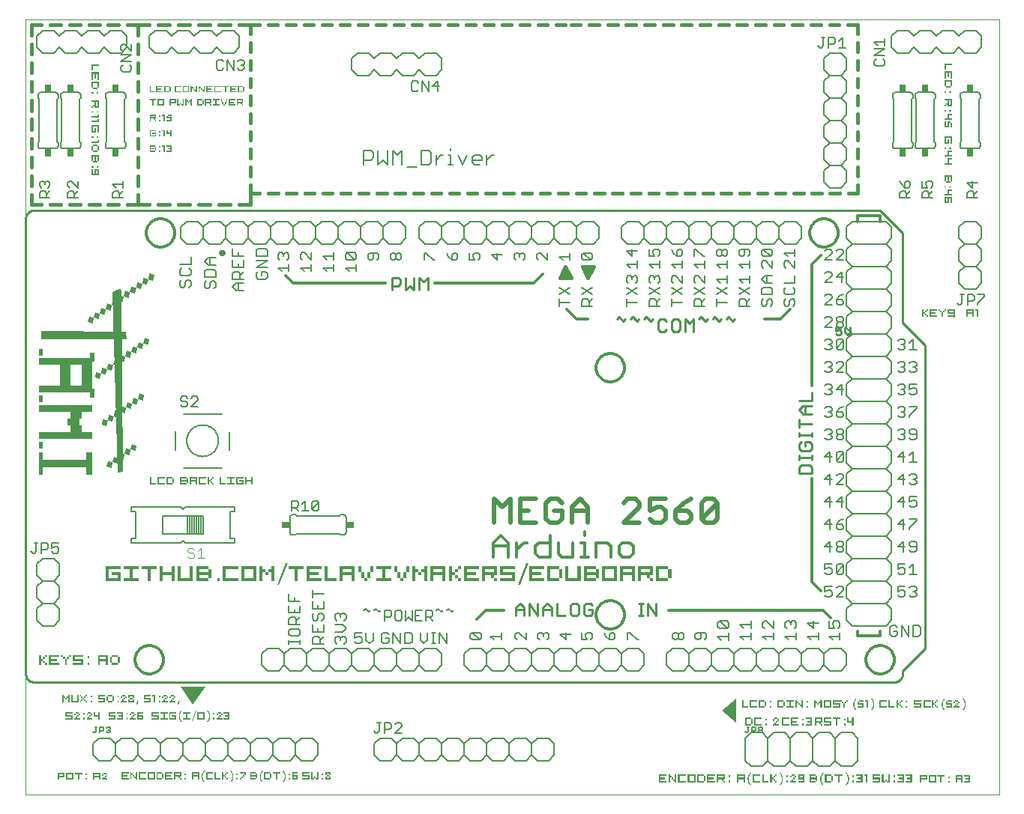
<source format=gto>
G04 This is an RS-274x file exported by *
G04 gerbv version 2.6.0 *
G04 More information is available about gerbv at *
G04 http://gerbv.gpleda.org/ *
G04 --End of header info--*
%MOIN*%
%FSLAX34Y34*%
%IPPOS*%
G04 --Define apertures--*
%ADD10C,0.0100*%
%ADD11C,0.0120*%
%ADD12C,0.0160*%
%ADD13C,0.0070*%
%ADD14C,0.0130*%
%ADD15C,0.0060*%
%ADD16C,0.0090*%
%ADD17C,0.0190*%
%ADD18C,0.0139*%
%ADD19C,0.0050*%
%ADD20C,0.0080*%
%ADD21C,0.0040*%
%ADD22C,0.0073*%
%ADD23C,0.0010*%
G04 --Start main section--*
G54D10*
G01X0021961Y0008111D02*
G01X0021961Y0008485D01*
G01X0021961Y0008485D02*
G01X0022148Y0008671D01*
G01X0022148Y0008671D02*
G01X0022335Y0008485D01*
G01X0022335Y0008485D02*
G01X0022335Y0008111D01*
G01X0022569Y0008111D02*
G01X0022569Y0008671D01*
G01X0022569Y0008671D02*
G01X0022942Y0008111D01*
G01X0022942Y0008111D02*
G01X0022942Y0008671D01*
G01X0023176Y0008485D02*
G01X0023363Y0008671D01*
G01X0023363Y0008671D02*
G01X0023550Y0008485D01*
G01X0023550Y0008485D02*
G01X0023550Y0008111D01*
G01X0023784Y0008111D02*
G01X0024158Y0008111D01*
G01X0024392Y0008204D02*
G01X0024392Y0008578D01*
G01X0024392Y0008578D02*
G01X0024485Y0008671D01*
G01X0024485Y0008671D02*
G01X0024672Y0008671D01*
G01X0024672Y0008671D02*
G01X0024766Y0008578D01*
G01X0024766Y0008578D02*
G01X0024766Y0008204D01*
G01X0024766Y0008204D02*
G01X0024672Y0008111D01*
G01X0024672Y0008111D02*
G01X0024485Y0008111D01*
G01X0024485Y0008111D02*
G01X0024392Y0008204D01*
G01X0025000Y0008204D02*
G01X0025000Y0008578D01*
G01X0025000Y0008578D02*
G01X0025093Y0008671D01*
G01X0025093Y0008671D02*
G01X0025280Y0008671D01*
G01X0025280Y0008671D02*
G01X0025373Y0008578D01*
G01X0025373Y0008391D02*
G01X0025186Y0008391D01*
G01X0025373Y0008391D02*
G01X0025373Y0008204D01*
G01X0025373Y0008204D02*
G01X0025280Y0008111D01*
G01X0025280Y0008111D02*
G01X0025093Y0008111D01*
G01X0025093Y0008111D02*
G01X0025000Y0008204D01*
G01X0023784Y0008111D02*
G01X0023784Y0008671D01*
G01X0023550Y0008391D02*
G01X0023176Y0008391D01*
G01X0023176Y0008485D02*
G01X0023176Y0008111D01*
G01X0022335Y0008391D02*
G01X0021961Y0008391D01*
G01X0027430Y0008111D02*
G01X0027617Y0008111D01*
G01X0027524Y0008111D02*
G01X0027524Y0008671D01*
G01X0027617Y0008671D02*
G01X0027430Y0008671D01*
G01X0027836Y0008671D02*
G01X0028209Y0008111D01*
G01X0028209Y0008111D02*
G01X0028209Y0008671D01*
G01X0027836Y0008671D02*
G01X0027836Y0008111D01*
G01X0034551Y0014461D02*
G01X0034551Y0014741D01*
G01X0034551Y0014741D02*
G01X0034644Y0014835D01*
G01X0034644Y0014835D02*
G01X0035018Y0014835D01*
G01X0035018Y0014835D02*
G01X0035111Y0014741D01*
G01X0035111Y0014741D02*
G01X0035111Y0014461D01*
G01X0035111Y0014461D02*
G01X0034551Y0014461D01*
G01X0034551Y0015069D02*
G01X0034551Y0015256D01*
G01X0034551Y0015162D02*
G01X0035111Y0015162D01*
G01X0035111Y0015069D02*
G01X0035111Y0015256D01*
G01X0035018Y0015474D02*
G01X0034644Y0015474D01*
G01X0034644Y0015474D02*
G01X0034551Y0015567D01*
G01X0034551Y0015567D02*
G01X0034551Y0015754D01*
G01X0034551Y0015754D02*
G01X0034644Y0015848D01*
G01X0034831Y0015848D02*
G01X0034831Y0015661D01*
G01X0034831Y0015848D02*
G01X0035018Y0015848D01*
G01X0035018Y0015848D02*
G01X0035111Y0015754D01*
G01X0035111Y0015754D02*
G01X0035111Y0015567D01*
G01X0035111Y0015567D02*
G01X0035018Y0015474D01*
G01X0035111Y0016082D02*
G01X0035111Y0016268D01*
G01X0035111Y0016175D02*
G01X0034551Y0016175D01*
G01X0034551Y0016082D02*
G01X0034551Y0016268D01*
G01X0034551Y0016487D02*
G01X0034551Y0016860D01*
G01X0034551Y0016674D02*
G01X0035111Y0016674D01*
G01X0035111Y0017094D02*
G01X0034737Y0017094D01*
G01X0034737Y0017094D02*
G01X0034551Y0017281D01*
G01X0034551Y0017281D02*
G01X0034737Y0017468D01*
G01X0034737Y0017468D02*
G01X0035111Y0017468D01*
G01X0035111Y0017702D02*
G01X0034551Y0017702D01*
G01X0034831Y0017468D02*
G01X0034831Y0017094D01*
G01X0035111Y0017702D02*
G01X0035111Y0018076D01*
G01X0031696Y0021321D02*
G01X0031603Y0021228D01*
G01X0031603Y0021228D02*
G01X0031416Y0021415D01*
G01X0031416Y0021415D02*
G01X0031323Y0021321D01*
G01X0031089Y0021321D02*
G01X0030995Y0021228D01*
G01X0030995Y0021228D02*
G01X0030808Y0021415D01*
G01X0030808Y0021415D02*
G01X0030715Y0021321D01*
G01X0030481Y0021321D02*
G01X0030388Y0021228D01*
G01X0030388Y0021228D02*
G01X0030201Y0021415D01*
G01X0030201Y0021415D02*
G01X0030107Y0021321D01*
G01X0029873Y0021321D02*
G01X0029686Y0021135D01*
G01X0029686Y0021135D02*
G01X0029500Y0021321D01*
G01X0029500Y0021321D02*
G01X0029500Y0020761D01*
G01X0029266Y0020854D02*
G01X0029172Y0020761D01*
G01X0029172Y0020761D02*
G01X0028985Y0020761D01*
G01X0028985Y0020761D02*
G01X0028892Y0020854D01*
G01X0028892Y0020854D02*
G01X0028892Y0021228D01*
G01X0028892Y0021228D02*
G01X0028985Y0021321D01*
G01X0028985Y0021321D02*
G01X0029172Y0021321D01*
G01X0029172Y0021321D02*
G01X0029266Y0021228D01*
G01X0029266Y0021228D02*
G01X0029266Y0020854D01*
G01X0029873Y0020761D02*
G01X0029873Y0021321D01*
G01X0028658Y0021228D02*
G01X0028564Y0021321D01*
G01X0028564Y0021321D02*
G01X0028378Y0021321D01*
G01X0028378Y0021321D02*
G01X0028284Y0021228D01*
G01X0028284Y0021228D02*
G01X0028284Y0020854D01*
G01X0028284Y0020854D02*
G01X0028378Y0020761D01*
G01X0028378Y0020761D02*
G01X0028564Y0020761D01*
G01X0028564Y0020761D02*
G01X0028658Y0020854D01*
G01X0028050Y0021321D02*
G01X0027957Y0021228D01*
G01X0027957Y0021228D02*
G01X0027770Y0021415D01*
G01X0027770Y0021415D02*
G01X0027676Y0021321D01*
G01X0027442Y0021321D02*
G01X0027349Y0021228D01*
G01X0027349Y0021228D02*
G01X0027162Y0021415D01*
G01X0027162Y0021415D02*
G01X0027069Y0021321D01*
G01X0026835Y0021321D02*
G01X0026741Y0021228D01*
G01X0026741Y0021228D02*
G01X0026554Y0021415D01*
G01X0026554Y0021415D02*
G01X0026461Y0021321D01*
G01X0018050Y0022611D02*
G01X0018050Y0023171D01*
G01X0018050Y0023171D02*
G01X0017863Y0022985D01*
G01X0017863Y0022985D02*
G01X0017676Y0023171D01*
G01X0017676Y0023171D02*
G01X0017676Y0022611D01*
G01X0017442Y0022611D02*
G01X0017442Y0023171D01*
G01X0017069Y0023171D02*
G01X0017069Y0022611D01*
G01X0017069Y0022611D02*
G01X0017256Y0022798D01*
G01X0017256Y0022798D02*
G01X0017442Y0022611D01*
G01X0016835Y0022891D02*
G01X0016835Y0023078D01*
G01X0016835Y0023078D02*
G01X0016741Y0023171D01*
G01X0016741Y0023171D02*
G01X0016461Y0023171D01*
G01X0016461Y0023171D02*
G01X0016461Y0022611D01*
G01X0016461Y0022798D02*
G01X0016741Y0022798D01*
G01X0016741Y0022798D02*
G01X0016835Y0022891D01*
G54D11*
G01X0016161Y0022911D02*
G01X0012061Y0022911D01*
G01X0012061Y0022911D02*
G01X0011711Y0023261D01*
G01X0008840Y0024261D02*
G01X0008842Y0024277D01*
G01X0008842Y0024277D02*
G01X0008848Y0024293D01*
G01X0008848Y0024293D02*
G01X0008857Y0024307D01*
G01X0008857Y0024307D02*
G01X0008869Y0024318D01*
G01X0008869Y0024318D02*
G01X0008883Y0024326D01*
G01X0008883Y0024326D02*
G01X0008899Y0024331D01*
G01X0008899Y0024331D02*
G01X0008915Y0024332D01*
G01X0008915Y0024332D02*
G01X0008931Y0024329D01*
G01X0008931Y0024329D02*
G01X0008946Y0024322D01*
G01X0008946Y0024322D02*
G01X0008960Y0024313D01*
G01X0008960Y0024313D02*
G01X0008970Y0024300D01*
G01X0008970Y0024300D02*
G01X0008978Y0024285D01*
G01X0008978Y0024285D02*
G01X0008982Y0024269D01*
G01X0008982Y0024269D02*
G01X0008982Y0024253D01*
G01X0008982Y0024253D02*
G01X0008978Y0024237D01*
G01X0008978Y0024237D02*
G01X0008970Y0024222D01*
G01X0008970Y0024222D02*
G01X0008960Y0024209D01*
G01X0008960Y0024209D02*
G01X0008947Y0024200D01*
G01X0008947Y0024200D02*
G01X0008931Y0024193D01*
G01X0008931Y0024193D02*
G01X0008915Y0024190D01*
G01X0008915Y0024190D02*
G01X0008899Y0024191D01*
G01X0008899Y0024191D02*
G01X0008883Y0024196D01*
G01X0008883Y0024196D02*
G01X0008869Y0024204D01*
G01X0008869Y0024204D02*
G01X0008857Y0024215D01*
G01X0008857Y0024215D02*
G01X0008848Y0024229D01*
G01X0008848Y0024229D02*
G01X0008842Y0024245D01*
G01X0008842Y0024245D02*
G01X0008840Y0024261D01*
G01X0018361Y0022911D02*
G01X0022761Y0022911D01*
G01X0022761Y0022911D02*
G01X0023161Y0023311D01*
G01X0024211Y0021761D02*
G01X0024661Y0021311D01*
G01X0024661Y0021311D02*
G01X0025161Y0021311D01*
G01X0033011Y0021311D02*
G01X0033711Y0021311D01*
G01X0033711Y0021311D02*
G01X0034161Y0021761D01*
G01X0035111Y0023761D02*
G01X0035511Y0024161D01*
G01X0035111Y0023761D02*
G01X0035111Y0018361D01*
G01X0035111Y0014211D02*
G01X0035111Y0009611D01*
G01X0035111Y0009611D02*
G01X0035511Y0009211D01*
G01X0035611Y0008361D02*
G01X0035961Y0008011D01*
G01X0035611Y0008361D02*
G01X0028761Y0008361D01*
G01X0021411Y0008361D02*
G01X0020611Y0008361D01*
G01X0020611Y0008361D02*
G01X0020211Y0007961D01*
G01X0037161Y0007411D02*
G01X0037161Y0007211D01*
G01X0037161Y0007211D02*
G01X0038161Y0007211D01*
G01X0038161Y0007211D02*
G01X0038161Y0007411D01*
G01X0038161Y0025661D02*
G01X0038161Y0025911D01*
G01X0038161Y0025911D02*
G01X0037161Y0025911D01*
G01X0037161Y0025911D02*
G01X0037161Y0025661D01*
G54D12*
G01X0037161Y0026911D02*
G01X0036749Y0026911D01*
G01X0036355Y0026911D02*
G01X0035943Y0026911D01*
G01X0035550Y0026911D02*
G01X0035138Y0026911D01*
G01X0034744Y0026911D02*
G01X0034332Y0026911D01*
G01X0033938Y0026911D02*
G01X0033526Y0026911D01*
G01X0033133Y0026911D02*
G01X0032721Y0026911D01*
G01X0032327Y0026911D02*
G01X0031915Y0026911D01*
G01X0031521Y0026911D02*
G01X0031109Y0026911D01*
G01X0030715Y0026911D02*
G01X0030303Y0026911D01*
G01X0029910Y0026911D02*
G01X0029498Y0026911D01*
G01X0029104Y0026911D02*
G01X0028692Y0026911D01*
G01X0028298Y0026911D02*
G01X0027886Y0026911D01*
G01X0027493Y0026911D02*
G01X0027081Y0026911D01*
G01X0026687Y0026911D02*
G01X0026275Y0026911D01*
G01X0025881Y0026911D02*
G01X0025469Y0026911D01*
G01X0025076Y0026911D02*
G01X0024664Y0026911D01*
G01X0024270Y0026911D02*
G01X0023858Y0026911D01*
G01X0023464Y0026911D02*
G01X0023052Y0026911D01*
G01X0022658Y0026911D02*
G01X0022246Y0026911D01*
G01X0021853Y0026911D02*
G01X0021441Y0026911D01*
G01X0021047Y0026911D02*
G01X0020635Y0026911D01*
G01X0020241Y0026911D02*
G01X0019829Y0026911D01*
G01X0019436Y0026911D02*
G01X0019024Y0026911D01*
G01X0018630Y0026911D02*
G01X0018218Y0026911D01*
G01X0017824Y0026911D02*
G01X0017412Y0026911D01*
G01X0017019Y0026911D02*
G01X0016607Y0026911D01*
G01X0016213Y0026911D02*
G01X0015801Y0026911D01*
G01X0015407Y0026911D02*
G01X0014995Y0026911D01*
G01X0014601Y0026911D02*
G01X0014189Y0026911D01*
G01X0013796Y0026911D02*
G01X0013384Y0026911D01*
G01X0012990Y0026911D02*
G01X0012578Y0026911D01*
G01X0012184Y0026911D02*
G01X0011772Y0026911D01*
G01X0011379Y0026911D02*
G01X0010967Y0026911D01*
G01X0010573Y0026911D02*
G01X0010161Y0026911D01*
G01X0010161Y0026911D02*
G01X0010161Y0027307D01*
G01X0010161Y0027700D02*
G01X0010161Y0028096D01*
G01X0010161Y0028490D02*
G01X0010161Y0028885D01*
G01X0010161Y0029279D02*
G01X0010161Y0029675D01*
G01X0010161Y0030068D02*
G01X0010161Y0030464D01*
G01X0010161Y0030858D02*
G01X0010161Y0031254D01*
G01X0010161Y0031647D02*
G01X0010161Y0032043D01*
G01X0010161Y0032437D02*
G01X0010161Y0032832D01*
G01X0010161Y0033226D02*
G01X0010161Y0033622D01*
G01X0010161Y0034015D02*
G01X0010161Y0034411D01*
G01X0010161Y0034411D02*
G01X0009656Y0034411D01*
G01X0009262Y0034411D02*
G01X0008757Y0034411D01*
G01X0008363Y0034411D02*
G01X0007858Y0034411D01*
G01X0007464Y0034411D02*
G01X0006959Y0034411D01*
G01X0006565Y0034411D02*
G01X0006060Y0034411D01*
G01X0005666Y0034411D02*
G01X0005161Y0034411D01*
G01X0005161Y0034411D02*
G01X0004697Y0034411D01*
G01X0004304Y0034411D02*
G01X0003840Y0034411D01*
G01X0003446Y0034411D02*
G01X0002983Y0034411D01*
G01X0002589Y0034411D02*
G01X0002126Y0034411D01*
G01X0001732Y0034411D02*
G01X0001268Y0034411D01*
G01X0000875Y0034411D02*
G01X0000411Y0034411D01*
G01X0000411Y0034411D02*
G01X0000411Y0033965D01*
G01X0000411Y0033572D02*
G01X0000411Y0033126D01*
G01X0000411Y0032732D02*
G01X0000411Y0032287D01*
G01X0000411Y0031893D02*
G01X0000411Y0031447D01*
G01X0000411Y0031054D02*
G01X0000411Y0030608D01*
G01X0000411Y0030214D02*
G01X0000411Y0029768D01*
G01X0000411Y0029375D02*
G01X0000411Y0028929D01*
G01X0000411Y0028535D02*
G01X0000411Y0028090D01*
G01X0000411Y0027696D02*
G01X0000411Y0027250D01*
G01X0000411Y0026857D02*
G01X0000411Y0026411D01*
G01X0000411Y0026411D02*
G01X0000875Y0026411D01*
G01X0001268Y0026411D02*
G01X0001732Y0026411D01*
G01X0002126Y0026411D02*
G01X0002589Y0026411D01*
G01X0002983Y0026411D02*
G01X0003446Y0026411D01*
G01X0003840Y0026411D02*
G01X0004304Y0026411D01*
G01X0004697Y0026411D02*
G01X0005161Y0026411D01*
G01X0005161Y0026411D02*
G01X0005666Y0026411D01*
G01X0006060Y0026411D02*
G01X0006565Y0026411D01*
G01X0006959Y0026411D02*
G01X0007464Y0026411D01*
G01X0007858Y0026411D02*
G01X0008363Y0026411D01*
G01X0008757Y0026411D02*
G01X0009262Y0026411D01*
G01X0009656Y0026411D02*
G01X0010161Y0026411D01*
G01X0010161Y0026411D02*
G01X0010161Y0026911D01*
G01X0005161Y0026857D02*
G01X0005161Y0026411D01*
G01X0005161Y0027250D02*
G01X0005161Y0027696D01*
G01X0005161Y0028090D02*
G01X0005161Y0028535D01*
G01X0005161Y0028929D02*
G01X0005161Y0029375D01*
G01X0005161Y0029768D02*
G01X0005161Y0030214D01*
G01X0005161Y0030608D02*
G01X0005161Y0031054D01*
G01X0005161Y0031447D02*
G01X0005161Y0031893D01*
G01X0005161Y0032287D02*
G01X0005161Y0032732D01*
G01X0005161Y0033126D02*
G01X0005161Y0033572D01*
G01X0005161Y0033965D02*
G01X0005161Y0034411D01*
G01X0010161Y0034411D02*
G01X0010567Y0034411D01*
G01X0010961Y0034411D02*
G01X0011367Y0034411D01*
G01X0011760Y0034411D02*
G01X0012166Y0034411D01*
G01X0012560Y0034411D02*
G01X0012966Y0034411D01*
G01X0013360Y0034411D02*
G01X0013766Y0034411D01*
G01X0014159Y0034411D02*
G01X0014565Y0034411D01*
G01X0014959Y0034411D02*
G01X0015365Y0034411D01*
G01X0015759Y0034411D02*
G01X0016164Y0034411D01*
G01X0016558Y0034411D02*
G01X0016964Y0034411D01*
G01X0017358Y0034411D02*
G01X0017764Y0034411D01*
G01X0018158Y0034411D02*
G01X0018563Y0034411D01*
G01X0018957Y0034411D02*
G01X0019363Y0034411D01*
G01X0019757Y0034411D02*
G01X0020163Y0034411D01*
G01X0020556Y0034411D02*
G01X0020962Y0034411D01*
G01X0021356Y0034411D02*
G01X0021762Y0034411D01*
G01X0022156Y0034411D02*
G01X0022562Y0034411D01*
G01X0022955Y0034411D02*
G01X0023361Y0034411D01*
G01X0023755Y0034411D02*
G01X0024161Y0034411D01*
G01X0024411Y0034411D02*
G01X0024839Y0034411D01*
G01X0025232Y0034411D02*
G01X0025660Y0034411D01*
G01X0026054Y0034411D02*
G01X0026482Y0034411D01*
G01X0026875Y0034411D02*
G01X0027303Y0034411D01*
G01X0027697Y0034411D02*
G01X0028125Y0034411D01*
G01X0028518Y0034411D02*
G01X0028946Y0034411D01*
G01X0029340Y0034411D02*
G01X0029768Y0034411D01*
G01X0030161Y0034411D02*
G01X0030589Y0034411D01*
G01X0030983Y0034411D02*
G01X0031411Y0034411D01*
G01X0031804Y0034411D02*
G01X0032232Y0034411D01*
G01X0032626Y0034411D02*
G01X0033054Y0034411D01*
G01X0033447Y0034411D02*
G01X0033875Y0034411D01*
G01X0034269Y0034411D02*
G01X0034697Y0034411D01*
G01X0035090Y0034411D02*
G01X0035518Y0034411D01*
G01X0035912Y0034411D02*
G01X0036340Y0034411D01*
G01X0036733Y0034411D02*
G01X0037161Y0034411D01*
G01X0037161Y0034411D02*
G01X0037161Y0034015D01*
G01X0037161Y0033622D02*
G01X0037161Y0033226D01*
G01X0037161Y0032832D02*
G01X0037161Y0032437D01*
G01X0037161Y0032043D02*
G01X0037161Y0031647D01*
G01X0037161Y0031254D02*
G01X0037161Y0030858D01*
G01X0037161Y0030464D02*
G01X0037161Y0030068D01*
G01X0037161Y0029675D02*
G01X0037161Y0029279D01*
G01X0037161Y0028885D02*
G01X0037161Y0028490D01*
G01X0037161Y0028096D02*
G01X0037161Y0027700D01*
G01X0037161Y0027307D02*
G01X0037161Y0026911D01*
G01X0025411Y0023661D02*
G01X0025161Y0023161D01*
G01X0025161Y0023161D02*
G01X0024911Y0023661D01*
G01X0024911Y0023661D02*
G01X0025161Y0023411D01*
G01X0025161Y0023411D02*
G01X0025161Y0023661D01*
G01X0025161Y0023661D02*
G01X0025411Y0023661D01*
G01X0025411Y0023661D02*
G01X0025161Y0023411D01*
G01X0025161Y0023661D02*
G01X0024911Y0023661D01*
G01X0024411Y0023161D02*
G01X0024161Y0023161D01*
G01X0024161Y0023161D02*
G01X0024161Y0023411D01*
G01X0024161Y0023411D02*
G01X0024411Y0023161D01*
G01X0024411Y0023161D02*
G01X0024161Y0023661D01*
G01X0024161Y0023661D02*
G01X0023911Y0023161D01*
G01X0023911Y0023161D02*
G01X0024161Y0023411D01*
G01X0024161Y0023161D02*
G01X0023911Y0023161D01*
G54D13*
G01X0023886Y0022739D02*
G01X0024376Y0022412D01*
G01X0024376Y0022739D02*
G01X0023886Y0022412D01*
G01X0023886Y0022223D02*
G01X0023886Y0021896D01*
G01X0023886Y0022059D02*
G01X0024376Y0022059D01*
G01X0024886Y0022141D02*
G01X0024967Y0022223D01*
G01X0024967Y0022223D02*
G01X0025131Y0022223D01*
G01X0025131Y0022223D02*
G01X0025213Y0022141D01*
G01X0025213Y0022141D02*
G01X0025213Y0021896D01*
G01X0025376Y0021896D02*
G01X0024886Y0021896D01*
G01X0024886Y0021896D02*
G01X0024886Y0022141D01*
G01X0024886Y0022412D02*
G01X0025376Y0022739D01*
G01X0025376Y0022412D02*
G01X0024886Y0022739D01*
G01X0025376Y0022223D02*
G01X0025213Y0022059D01*
G01X0026886Y0022059D02*
G01X0027376Y0022059D01*
G01X0027376Y0022412D02*
G01X0026886Y0022739D01*
G01X0026967Y0022927D02*
G01X0026886Y0023009D01*
G01X0026886Y0023009D02*
G01X0026886Y0023172D01*
G01X0026886Y0023172D02*
G01X0026967Y0023254D01*
G01X0026967Y0023254D02*
G01X0027049Y0023254D01*
G01X0027049Y0023254D02*
G01X0027131Y0023172D01*
G01X0027131Y0023172D02*
G01X0027213Y0023254D01*
G01X0027213Y0023254D02*
G01X0027294Y0023254D01*
G01X0027294Y0023254D02*
G01X0027376Y0023172D01*
G01X0027376Y0023172D02*
G01X0027376Y0023009D01*
G01X0027376Y0023009D02*
G01X0027294Y0022927D01*
G01X0027376Y0022739D02*
G01X0026886Y0022412D01*
G01X0026886Y0022223D02*
G01X0026886Y0021896D01*
G01X0027886Y0021896D02*
G01X0027886Y0022141D01*
G01X0027886Y0022141D02*
G01X0027967Y0022223D01*
G01X0027967Y0022223D02*
G01X0028131Y0022223D01*
G01X0028131Y0022223D02*
G01X0028213Y0022141D01*
G01X0028213Y0022141D02*
G01X0028213Y0021896D01*
G01X0028376Y0021896D02*
G01X0027886Y0021896D01*
G01X0028213Y0022059D02*
G01X0028376Y0022223D01*
G01X0028376Y0022412D02*
G01X0027886Y0022739D01*
G01X0027967Y0022927D02*
G01X0027886Y0023009D01*
G01X0027886Y0023009D02*
G01X0027886Y0023172D01*
G01X0027886Y0023172D02*
G01X0027967Y0023254D01*
G01X0027967Y0023254D02*
G01X0028049Y0023254D01*
G01X0028049Y0023254D02*
G01X0028131Y0023172D01*
G01X0028131Y0023172D02*
G01X0028213Y0023254D01*
G01X0028213Y0023254D02*
G01X0028294Y0023254D01*
G01X0028294Y0023254D02*
G01X0028376Y0023172D01*
G01X0028376Y0023172D02*
G01X0028376Y0023009D01*
G01X0028376Y0023009D02*
G01X0028294Y0022927D01*
G01X0028376Y0022739D02*
G01X0027886Y0022412D01*
G01X0028131Y0023091D02*
G01X0028131Y0023172D01*
G01X0028049Y0023596D02*
G01X0027886Y0023759D01*
G01X0027886Y0023759D02*
G01X0028376Y0023759D01*
G01X0028376Y0023596D02*
G01X0028376Y0023923D01*
G01X0028294Y0024112D02*
G01X0028376Y0024193D01*
G01X0028376Y0024193D02*
G01X0028376Y0024357D01*
G01X0028376Y0024357D02*
G01X0028294Y0024439D01*
G01X0028294Y0024439D02*
G01X0028131Y0024439D01*
G01X0028131Y0024439D02*
G01X0028049Y0024357D01*
G01X0028049Y0024357D02*
G01X0028049Y0024275D01*
G01X0028049Y0024275D02*
G01X0028131Y0024112D01*
G01X0028131Y0024112D02*
G01X0027886Y0024112D01*
G01X0027886Y0024112D02*
G01X0027886Y0024439D01*
G01X0027376Y0024357D02*
G01X0026886Y0024357D01*
G01X0026886Y0024357D02*
G01X0027131Y0024112D01*
G01X0027131Y0024112D02*
G01X0027131Y0024439D01*
G01X0027376Y0023923D02*
G01X0027376Y0023596D01*
G01X0027376Y0023759D02*
G01X0026886Y0023759D01*
G01X0026886Y0023759D02*
G01X0027049Y0023596D01*
G01X0027131Y0023172D02*
G01X0027131Y0023091D01*
G01X0028886Y0023172D02*
G01X0028886Y0023009D01*
G01X0028886Y0023009D02*
G01X0028967Y0022927D01*
G01X0028886Y0022739D02*
G01X0029376Y0022412D01*
G01X0029376Y0022739D02*
G01X0028886Y0022412D01*
G01X0028886Y0022223D02*
G01X0028886Y0021896D01*
G01X0028886Y0022059D02*
G01X0029376Y0022059D01*
G01X0029886Y0022141D02*
G01X0029967Y0022223D01*
G01X0029967Y0022223D02*
G01X0030131Y0022223D01*
G01X0030131Y0022223D02*
G01X0030213Y0022141D01*
G01X0030213Y0022141D02*
G01X0030213Y0021896D01*
G01X0030376Y0021896D02*
G01X0029886Y0021896D01*
G01X0029886Y0021896D02*
G01X0029886Y0022141D01*
G01X0029886Y0022412D02*
G01X0030376Y0022739D01*
G01X0030376Y0022927D02*
G01X0030049Y0023254D01*
G01X0030049Y0023254D02*
G01X0029967Y0023254D01*
G01X0029967Y0023254D02*
G01X0029886Y0023172D01*
G01X0029886Y0023172D02*
G01X0029886Y0023009D01*
G01X0029886Y0023009D02*
G01X0029967Y0022927D01*
G01X0029886Y0022739D02*
G01X0030376Y0022412D01*
G01X0030376Y0022223D02*
G01X0030213Y0022059D01*
G01X0030886Y0022059D02*
G01X0031376Y0022059D01*
G01X0031376Y0022412D02*
G01X0030886Y0022739D01*
G01X0031049Y0022927D02*
G01X0030886Y0023091D01*
G01X0030886Y0023091D02*
G01X0031376Y0023091D01*
G01X0031376Y0023254D02*
G01X0031376Y0022927D01*
G01X0031376Y0022739D02*
G01X0030886Y0022412D01*
G01X0030886Y0022223D02*
G01X0030886Y0021896D01*
G01X0031886Y0021896D02*
G01X0031886Y0022141D01*
G01X0031886Y0022141D02*
G01X0031967Y0022223D01*
G01X0031967Y0022223D02*
G01X0032131Y0022223D01*
G01X0032131Y0022223D02*
G01X0032213Y0022141D01*
G01X0032213Y0022141D02*
G01X0032213Y0021896D01*
G01X0032376Y0021896D02*
G01X0031886Y0021896D01*
G01X0032213Y0022059D02*
G01X0032376Y0022223D01*
G01X0032376Y0022412D02*
G01X0031886Y0022739D01*
G01X0032049Y0022927D02*
G01X0031886Y0023091D01*
G01X0031886Y0023091D02*
G01X0032376Y0023091D01*
G01X0032376Y0023254D02*
G01X0032376Y0022927D01*
G01X0032376Y0022739D02*
G01X0031886Y0022412D01*
G01X0032886Y0022412D02*
G01X0032886Y0022657D01*
G01X0032886Y0022657D02*
G01X0032967Y0022739D01*
G01X0032967Y0022739D02*
G01X0033294Y0022739D01*
G01X0033294Y0022739D02*
G01X0033376Y0022657D01*
G01X0033376Y0022657D02*
G01X0033376Y0022412D01*
G01X0033376Y0022412D02*
G01X0032886Y0022412D01*
G01X0032967Y0022223D02*
G01X0032886Y0022141D01*
G01X0032886Y0022141D02*
G01X0032886Y0021978D01*
G01X0032886Y0021978D02*
G01X0032967Y0021896D01*
G01X0032967Y0021896D02*
G01X0033049Y0021896D01*
G01X0033049Y0021896D02*
G01X0033131Y0021978D01*
G01X0033131Y0021978D02*
G01X0033131Y0022141D01*
G01X0033131Y0022141D02*
G01X0033213Y0022223D01*
G01X0033213Y0022223D02*
G01X0033294Y0022223D01*
G01X0033294Y0022223D02*
G01X0033376Y0022141D01*
G01X0033376Y0022141D02*
G01X0033376Y0021978D01*
G01X0033376Y0021978D02*
G01X0033294Y0021896D01*
G01X0033886Y0021978D02*
G01X0033967Y0021896D01*
G01X0033967Y0021896D02*
G01X0034049Y0021896D01*
G01X0034049Y0021896D02*
G01X0034131Y0021978D01*
G01X0034131Y0021978D02*
G01X0034131Y0022141D01*
G01X0034131Y0022141D02*
G01X0034213Y0022223D01*
G01X0034213Y0022223D02*
G01X0034294Y0022223D01*
G01X0034294Y0022223D02*
G01X0034376Y0022141D01*
G01X0034376Y0022141D02*
G01X0034376Y0021978D01*
G01X0034376Y0021978D02*
G01X0034294Y0021896D01*
G01X0033886Y0021978D02*
G01X0033886Y0022141D01*
G01X0033886Y0022141D02*
G01X0033967Y0022223D01*
G01X0033967Y0022412D02*
G01X0034294Y0022412D01*
G01X0034294Y0022412D02*
G01X0034376Y0022493D01*
G01X0034376Y0022493D02*
G01X0034376Y0022657D01*
G01X0034376Y0022657D02*
G01X0034294Y0022739D01*
G01X0034376Y0022927D02*
G01X0033886Y0022927D01*
G01X0033967Y0022739D02*
G01X0033886Y0022657D01*
G01X0033886Y0022657D02*
G01X0033886Y0022493D01*
G01X0033886Y0022493D02*
G01X0033967Y0022412D01*
G01X0034376Y0022927D02*
G01X0034376Y0023254D01*
G01X0034376Y0023596D02*
G01X0034049Y0023923D01*
G01X0034049Y0023923D02*
G01X0033967Y0023923D01*
G01X0033967Y0023923D02*
G01X0033886Y0023841D01*
G01X0033886Y0023841D02*
G01X0033886Y0023678D01*
G01X0033886Y0023678D02*
G01X0033967Y0023596D01*
G01X0034376Y0023596D02*
G01X0034376Y0023923D01*
G01X0034376Y0024112D02*
G01X0034376Y0024439D01*
G01X0034376Y0024275D02*
G01X0033886Y0024275D01*
G01X0033886Y0024275D02*
G01X0034049Y0024112D01*
G01X0033376Y0024193D02*
G01X0033294Y0024112D01*
G01X0033294Y0024112D02*
G01X0032967Y0024439D01*
G01X0032967Y0024439D02*
G01X0033294Y0024439D01*
G01X0033294Y0024439D02*
G01X0033376Y0024357D01*
G01X0033376Y0024357D02*
G01X0033376Y0024193D01*
G01X0033294Y0024112D02*
G01X0032967Y0024112D01*
G01X0032967Y0024112D02*
G01X0032886Y0024193D01*
G01X0032886Y0024193D02*
G01X0032886Y0024357D01*
G01X0032886Y0024357D02*
G01X0032967Y0024439D01*
G01X0032376Y0024357D02*
G01X0032294Y0024439D01*
G01X0032294Y0024439D02*
G01X0031967Y0024439D01*
G01X0031967Y0024439D02*
G01X0031886Y0024357D01*
G01X0031886Y0024357D02*
G01X0031886Y0024193D01*
G01X0031886Y0024193D02*
G01X0031967Y0024112D01*
G01X0031967Y0024112D02*
G01X0032049Y0024112D01*
G01X0032049Y0024112D02*
G01X0032131Y0024193D01*
G01X0032131Y0024193D02*
G01X0032131Y0024439D01*
G01X0032376Y0024357D02*
G01X0032376Y0024193D01*
G01X0032376Y0024193D02*
G01X0032294Y0024112D01*
G01X0032376Y0023923D02*
G01X0032376Y0023596D01*
G01X0032376Y0023759D02*
G01X0031886Y0023759D01*
G01X0031886Y0023759D02*
G01X0032049Y0023596D01*
G01X0031376Y0023596D02*
G01X0031376Y0023923D01*
G01X0031376Y0023759D02*
G01X0030886Y0023759D01*
G01X0030886Y0023759D02*
G01X0031049Y0023596D01*
G01X0031049Y0024112D02*
G01X0030967Y0024112D01*
G01X0030967Y0024112D02*
G01X0030886Y0024193D01*
G01X0030886Y0024193D02*
G01X0030886Y0024357D01*
G01X0030886Y0024357D02*
G01X0030967Y0024439D01*
G01X0030967Y0024439D02*
G01X0031049Y0024439D01*
G01X0031049Y0024439D02*
G01X0031131Y0024357D01*
G01X0031131Y0024357D02*
G01X0031131Y0024193D01*
G01X0031131Y0024193D02*
G01X0031049Y0024112D01*
G01X0031131Y0024193D02*
G01X0031213Y0024112D01*
G01X0031213Y0024112D02*
G01X0031294Y0024112D01*
G01X0031294Y0024112D02*
G01X0031376Y0024193D01*
G01X0031376Y0024193D02*
G01X0031376Y0024357D01*
G01X0031376Y0024357D02*
G01X0031294Y0024439D01*
G01X0031294Y0024439D02*
G01X0031213Y0024439D01*
G01X0031213Y0024439D02*
G01X0031131Y0024357D01*
G01X0030376Y0024112D02*
G01X0030294Y0024112D01*
G01X0030294Y0024112D02*
G01X0029967Y0024439D01*
G01X0029967Y0024439D02*
G01X0029886Y0024439D01*
G01X0029886Y0024439D02*
G01X0029886Y0024112D01*
G01X0029886Y0023759D02*
G01X0030376Y0023759D01*
G01X0030376Y0023596D02*
G01X0030376Y0023923D01*
G01X0030049Y0023596D02*
G01X0029886Y0023759D01*
G01X0029376Y0023759D02*
G01X0028886Y0023759D01*
G01X0028886Y0023759D02*
G01X0029049Y0023596D01*
G01X0029376Y0023596D02*
G01X0029376Y0023923D01*
G01X0029294Y0024112D02*
G01X0029131Y0024112D01*
G01X0029131Y0024112D02*
G01X0029131Y0024357D01*
G01X0029131Y0024357D02*
G01X0029213Y0024439D01*
G01X0029213Y0024439D02*
G01X0029294Y0024439D01*
G01X0029294Y0024439D02*
G01X0029376Y0024357D01*
G01X0029376Y0024357D02*
G01X0029376Y0024193D01*
G01X0029376Y0024193D02*
G01X0029294Y0024112D01*
G01X0029131Y0024112D02*
G01X0028967Y0024275D01*
G01X0028967Y0024275D02*
G01X0028886Y0024439D01*
G01X0028967Y0023254D02*
G01X0028886Y0023172D01*
G01X0028967Y0023254D02*
G01X0029049Y0023254D01*
G01X0029049Y0023254D02*
G01X0029376Y0022927D01*
G01X0029376Y0022927D02*
G01X0029376Y0023254D01*
G01X0030376Y0023254D02*
G01X0030376Y0022927D01*
G01X0032886Y0023091D02*
G01X0033049Y0023254D01*
G01X0033049Y0023254D02*
G01X0033376Y0023254D01*
G01X0033131Y0023254D02*
G01X0033131Y0022927D01*
G01X0033049Y0022927D02*
G01X0032886Y0023091D01*
G01X0033049Y0022927D02*
G01X0033376Y0022927D01*
G01X0033376Y0023596D02*
G01X0033049Y0023923D01*
G01X0033049Y0023923D02*
G01X0032967Y0023923D01*
G01X0032967Y0023923D02*
G01X0032886Y0023841D01*
G01X0032886Y0023841D02*
G01X0032886Y0023678D01*
G01X0032886Y0023678D02*
G01X0032967Y0023596D01*
G01X0033376Y0023596D02*
G01X0033376Y0023923D01*
G01X0035696Y0023946D02*
G01X0036023Y0024273D01*
G01X0036023Y0024273D02*
G01X0036023Y0024355D01*
G01X0036023Y0024355D02*
G01X0035941Y0024436D01*
G01X0035941Y0024436D02*
G01X0035778Y0024436D01*
G01X0035778Y0024436D02*
G01X0035696Y0024355D01*
G01X0035696Y0023946D02*
G01X0036023Y0023946D01*
G01X0036212Y0023946D02*
G01X0036539Y0024273D01*
G01X0036539Y0024273D02*
G01X0036539Y0024355D01*
G01X0036539Y0024355D02*
G01X0036457Y0024436D01*
G01X0036457Y0024436D02*
G01X0036293Y0024436D01*
G01X0036293Y0024436D02*
G01X0036212Y0024355D01*
G01X0036212Y0023946D02*
G01X0036539Y0023946D01*
G01X0036457Y0023436D02*
G01X0036212Y0023191D01*
G01X0036212Y0023191D02*
G01X0036539Y0023191D01*
G01X0036457Y0022946D02*
G01X0036457Y0023436D01*
G01X0036023Y0023355D02*
G01X0036023Y0023273D01*
G01X0036023Y0023273D02*
G01X0035696Y0022946D01*
G01X0035696Y0022946D02*
G01X0036023Y0022946D01*
G01X0036023Y0023355D02*
G01X0035941Y0023436D01*
G01X0035941Y0023436D02*
G01X0035778Y0023436D01*
G01X0035778Y0023436D02*
G01X0035696Y0023355D01*
G01X0035778Y0022436D02*
G01X0035696Y0022355D01*
G01X0035778Y0022436D02*
G01X0035941Y0022436D01*
G01X0035941Y0022436D02*
G01X0036023Y0022355D01*
G01X0036023Y0022355D02*
G01X0036023Y0022273D01*
G01X0036023Y0022273D02*
G01X0035696Y0021946D01*
G01X0035696Y0021946D02*
G01X0036023Y0021946D01*
G01X0036212Y0022028D02*
G01X0036293Y0021946D01*
G01X0036293Y0021946D02*
G01X0036457Y0021946D01*
G01X0036457Y0021946D02*
G01X0036539Y0022028D01*
G01X0036539Y0022028D02*
G01X0036539Y0022109D01*
G01X0036539Y0022109D02*
G01X0036457Y0022191D01*
G01X0036457Y0022191D02*
G01X0036212Y0022191D01*
G01X0036212Y0022191D02*
G01X0036212Y0022028D01*
G01X0036212Y0022191D02*
G01X0036375Y0022355D01*
G01X0036375Y0022355D02*
G01X0036539Y0022436D01*
G01X0036457Y0021436D02*
G01X0036293Y0021436D01*
G01X0036293Y0021436D02*
G01X0036212Y0021355D01*
G01X0036212Y0021355D02*
G01X0036212Y0021273D01*
G01X0036212Y0021273D02*
G01X0036293Y0021191D01*
G01X0036293Y0021191D02*
G01X0036457Y0021191D01*
G01X0036457Y0021191D02*
G01X0036539Y0021109D01*
G01X0036539Y0021109D02*
G01X0036539Y0021028D01*
G01X0036539Y0021028D02*
G01X0036457Y0020946D01*
G01X0036457Y0020946D02*
G01X0036293Y0020946D01*
G01X0036293Y0020946D02*
G01X0036212Y0021028D01*
G01X0036212Y0021028D02*
G01X0036212Y0021109D01*
G01X0036212Y0021109D02*
G01X0036293Y0021191D01*
G01X0036457Y0021191D02*
G01X0036539Y0021273D01*
G01X0036539Y0021273D02*
G01X0036539Y0021355D01*
G01X0036539Y0021355D02*
G01X0036457Y0021436D01*
G01X0036023Y0021355D02*
G01X0035941Y0021436D01*
G01X0035941Y0021436D02*
G01X0035778Y0021436D01*
G01X0035778Y0021436D02*
G01X0035696Y0021355D01*
G01X0036023Y0021355D02*
G01X0036023Y0021273D01*
G01X0036023Y0021273D02*
G01X0035696Y0020946D01*
G01X0035696Y0020946D02*
G01X0036023Y0020946D01*
G01X0035941Y0020436D02*
G01X0035778Y0020436D01*
G01X0035778Y0020436D02*
G01X0035696Y0020355D01*
G01X0035859Y0020191D02*
G01X0035941Y0020191D01*
G01X0035941Y0020191D02*
G01X0036023Y0020109D01*
G01X0036023Y0020109D02*
G01X0036023Y0020028D01*
G01X0036023Y0020028D02*
G01X0035941Y0019946D01*
G01X0035941Y0019946D02*
G01X0035778Y0019946D01*
G01X0035778Y0019946D02*
G01X0035696Y0020028D01*
G01X0035941Y0020191D02*
G01X0036023Y0020273D01*
G01X0036023Y0020273D02*
G01X0036023Y0020355D01*
G01X0036023Y0020355D02*
G01X0035941Y0020436D01*
G01X0036212Y0020355D02*
G01X0036293Y0020436D01*
G01X0036293Y0020436D02*
G01X0036457Y0020436D01*
G01X0036457Y0020436D02*
G01X0036539Y0020355D01*
G01X0036539Y0020355D02*
G01X0036212Y0020028D01*
G01X0036212Y0020028D02*
G01X0036293Y0019946D01*
G01X0036293Y0019946D02*
G01X0036457Y0019946D01*
G01X0036457Y0019946D02*
G01X0036539Y0020028D01*
G01X0036539Y0020028D02*
G01X0036539Y0020355D01*
G01X0036212Y0020355D02*
G01X0036212Y0020028D01*
G01X0036293Y0019436D02*
G01X0036212Y0019355D01*
G01X0036293Y0019436D02*
G01X0036457Y0019436D01*
G01X0036457Y0019436D02*
G01X0036539Y0019355D01*
G01X0036539Y0019355D02*
G01X0036539Y0019273D01*
G01X0036539Y0019273D02*
G01X0036212Y0018946D01*
G01X0036212Y0018946D02*
G01X0036539Y0018946D01*
G01X0036457Y0018436D02*
G01X0036212Y0018191D01*
G01X0036212Y0018191D02*
G01X0036539Y0018191D01*
G01X0036457Y0017946D02*
G01X0036457Y0018436D01*
G01X0036023Y0018355D02*
G01X0036023Y0018273D01*
G01X0036023Y0018273D02*
G01X0035941Y0018191D01*
G01X0035941Y0018191D02*
G01X0036023Y0018109D01*
G01X0036023Y0018109D02*
G01X0036023Y0018028D01*
G01X0036023Y0018028D02*
G01X0035941Y0017946D01*
G01X0035941Y0017946D02*
G01X0035778Y0017946D01*
G01X0035778Y0017946D02*
G01X0035696Y0018028D01*
G01X0035859Y0018191D02*
G01X0035941Y0018191D01*
G01X0036023Y0018355D02*
G01X0035941Y0018436D01*
G01X0035941Y0018436D02*
G01X0035778Y0018436D01*
G01X0035778Y0018436D02*
G01X0035696Y0018355D01*
G01X0035778Y0018946D02*
G01X0035696Y0019028D01*
G01X0035778Y0018946D02*
G01X0035941Y0018946D01*
G01X0035941Y0018946D02*
G01X0036023Y0019028D01*
G01X0036023Y0019028D02*
G01X0036023Y0019109D01*
G01X0036023Y0019109D02*
G01X0035941Y0019191D01*
G01X0035941Y0019191D02*
G01X0035859Y0019191D01*
G01X0035941Y0019191D02*
G01X0036023Y0019273D01*
G01X0036023Y0019273D02*
G01X0036023Y0019355D01*
G01X0036023Y0019355D02*
G01X0035941Y0019436D01*
G01X0035941Y0019436D02*
G01X0035778Y0019436D01*
G01X0035778Y0019436D02*
G01X0035696Y0019355D01*
G01X0035778Y0017436D02*
G01X0035941Y0017436D01*
G01X0035941Y0017436D02*
G01X0036023Y0017355D01*
G01X0036023Y0017355D02*
G01X0036023Y0017273D01*
G01X0036023Y0017273D02*
G01X0035941Y0017191D01*
G01X0035941Y0017191D02*
G01X0036023Y0017109D01*
G01X0036023Y0017109D02*
G01X0036023Y0017028D01*
G01X0036023Y0017028D02*
G01X0035941Y0016946D01*
G01X0035941Y0016946D02*
G01X0035778Y0016946D01*
G01X0035778Y0016946D02*
G01X0035696Y0017028D01*
G01X0035859Y0017191D02*
G01X0035941Y0017191D01*
G01X0036212Y0017191D02*
G01X0036457Y0017191D01*
G01X0036457Y0017191D02*
G01X0036539Y0017109D01*
G01X0036539Y0017109D02*
G01X0036539Y0017028D01*
G01X0036539Y0017028D02*
G01X0036457Y0016946D01*
G01X0036457Y0016946D02*
G01X0036293Y0016946D01*
G01X0036293Y0016946D02*
G01X0036212Y0017028D01*
G01X0036212Y0017028D02*
G01X0036212Y0017191D01*
G01X0036212Y0017191D02*
G01X0036375Y0017355D01*
G01X0036375Y0017355D02*
G01X0036539Y0017436D01*
G01X0035778Y0017436D02*
G01X0035696Y0017355D01*
G01X0035778Y0016436D02*
G01X0035941Y0016436D01*
G01X0035941Y0016436D02*
G01X0036023Y0016355D01*
G01X0036023Y0016355D02*
G01X0036023Y0016273D01*
G01X0036023Y0016273D02*
G01X0035941Y0016191D01*
G01X0035941Y0016191D02*
G01X0036023Y0016109D01*
G01X0036023Y0016109D02*
G01X0036023Y0016028D01*
G01X0036023Y0016028D02*
G01X0035941Y0015946D01*
G01X0035941Y0015946D02*
G01X0035778Y0015946D01*
G01X0035778Y0015946D02*
G01X0035696Y0016028D01*
G01X0035859Y0016191D02*
G01X0035941Y0016191D01*
G01X0036212Y0016109D02*
G01X0036293Y0016191D01*
G01X0036293Y0016191D02*
G01X0036457Y0016191D01*
G01X0036457Y0016191D02*
G01X0036539Y0016109D01*
G01X0036539Y0016109D02*
G01X0036539Y0016028D01*
G01X0036539Y0016028D02*
G01X0036457Y0015946D01*
G01X0036457Y0015946D02*
G01X0036293Y0015946D01*
G01X0036293Y0015946D02*
G01X0036212Y0016028D01*
G01X0036212Y0016028D02*
G01X0036212Y0016109D01*
G01X0036293Y0016191D02*
G01X0036212Y0016273D01*
G01X0036212Y0016273D02*
G01X0036212Y0016355D01*
G01X0036212Y0016355D02*
G01X0036293Y0016436D01*
G01X0036293Y0016436D02*
G01X0036457Y0016436D01*
G01X0036457Y0016436D02*
G01X0036539Y0016355D01*
G01X0036539Y0016355D02*
G01X0036539Y0016273D01*
G01X0036539Y0016273D02*
G01X0036457Y0016191D01*
G01X0035778Y0016436D02*
G01X0035696Y0016355D01*
G01X0035941Y0015436D02*
G01X0035696Y0015191D01*
G01X0035696Y0015191D02*
G01X0036023Y0015191D01*
G01X0036212Y0015028D02*
G01X0036212Y0015355D01*
G01X0036212Y0015355D02*
G01X0036293Y0015436D01*
G01X0036293Y0015436D02*
G01X0036457Y0015436D01*
G01X0036457Y0015436D02*
G01X0036539Y0015355D01*
G01X0036539Y0015355D02*
G01X0036212Y0015028D01*
G01X0036212Y0015028D02*
G01X0036293Y0014946D01*
G01X0036293Y0014946D02*
G01X0036457Y0014946D01*
G01X0036457Y0014946D02*
G01X0036539Y0015028D01*
G01X0036539Y0015028D02*
G01X0036539Y0015355D01*
G01X0035941Y0015436D02*
G01X0035941Y0014946D01*
G01X0035941Y0014436D02*
G01X0035696Y0014191D01*
G01X0035696Y0014191D02*
G01X0036023Y0014191D01*
G01X0036212Y0014355D02*
G01X0036293Y0014436D01*
G01X0036293Y0014436D02*
G01X0036457Y0014436D01*
G01X0036457Y0014436D02*
G01X0036539Y0014355D01*
G01X0036539Y0014355D02*
G01X0036539Y0014273D01*
G01X0036539Y0014273D02*
G01X0036212Y0013946D01*
G01X0036212Y0013946D02*
G01X0036539Y0013946D01*
G01X0036457Y0013436D02*
G01X0036212Y0013191D01*
G01X0036212Y0013191D02*
G01X0036539Y0013191D01*
G01X0036457Y0012946D02*
G01X0036457Y0013436D01*
G01X0036023Y0013191D02*
G01X0035696Y0013191D01*
G01X0035696Y0013191D02*
G01X0035941Y0013436D01*
G01X0035941Y0013436D02*
G01X0035941Y0012946D01*
G01X0035941Y0012436D02*
G01X0035696Y0012191D01*
G01X0035696Y0012191D02*
G01X0036023Y0012191D01*
G01X0036212Y0012191D02*
G01X0036457Y0012191D01*
G01X0036457Y0012191D02*
G01X0036539Y0012109D01*
G01X0036539Y0012109D02*
G01X0036539Y0012028D01*
G01X0036539Y0012028D02*
G01X0036457Y0011946D01*
G01X0036457Y0011946D02*
G01X0036293Y0011946D01*
G01X0036293Y0011946D02*
G01X0036212Y0012028D01*
G01X0036212Y0012028D02*
G01X0036212Y0012191D01*
G01X0036212Y0012191D02*
G01X0036375Y0012355D01*
G01X0036375Y0012355D02*
G01X0036539Y0012436D01*
G01X0035941Y0012436D02*
G01X0035941Y0011946D01*
G01X0035941Y0011436D02*
G01X0035696Y0011191D01*
G01X0035696Y0011191D02*
G01X0036023Y0011191D01*
G01X0036212Y0011109D02*
G01X0036293Y0011191D01*
G01X0036293Y0011191D02*
G01X0036457Y0011191D01*
G01X0036457Y0011191D02*
G01X0036539Y0011109D01*
G01X0036539Y0011109D02*
G01X0036539Y0011028D01*
G01X0036539Y0011028D02*
G01X0036457Y0010946D01*
G01X0036457Y0010946D02*
G01X0036293Y0010946D01*
G01X0036293Y0010946D02*
G01X0036212Y0011028D01*
G01X0036212Y0011028D02*
G01X0036212Y0011109D01*
G01X0036293Y0011191D02*
G01X0036212Y0011273D01*
G01X0036212Y0011273D02*
G01X0036212Y0011355D01*
G01X0036212Y0011355D02*
G01X0036293Y0011436D01*
G01X0036293Y0011436D02*
G01X0036457Y0011436D01*
G01X0036457Y0011436D02*
G01X0036539Y0011355D01*
G01X0036539Y0011355D02*
G01X0036539Y0011273D01*
G01X0036539Y0011273D02*
G01X0036457Y0011191D01*
G01X0035941Y0010946D02*
G01X0035941Y0011436D01*
G01X0036023Y0010436D02*
G01X0035696Y0010436D01*
G01X0035696Y0010436D02*
G01X0035696Y0010191D01*
G01X0035696Y0010191D02*
G01X0035859Y0010273D01*
G01X0035859Y0010273D02*
G01X0035941Y0010273D01*
G01X0035941Y0010273D02*
G01X0036023Y0010191D01*
G01X0036023Y0010191D02*
G01X0036023Y0010028D01*
G01X0036023Y0010028D02*
G01X0035941Y0009946D01*
G01X0035941Y0009946D02*
G01X0035778Y0009946D01*
G01X0035778Y0009946D02*
G01X0035696Y0010028D01*
G01X0036212Y0010028D02*
G01X0036212Y0010355D01*
G01X0036212Y0010355D02*
G01X0036293Y0010436D01*
G01X0036293Y0010436D02*
G01X0036457Y0010436D01*
G01X0036457Y0010436D02*
G01X0036539Y0010355D01*
G01X0036539Y0010355D02*
G01X0036212Y0010028D01*
G01X0036212Y0010028D02*
G01X0036293Y0009946D01*
G01X0036293Y0009946D02*
G01X0036457Y0009946D01*
G01X0036457Y0009946D02*
G01X0036539Y0010028D01*
G01X0036539Y0010028D02*
G01X0036539Y0010355D01*
G01X0036457Y0009436D02*
G01X0036293Y0009436D01*
G01X0036293Y0009436D02*
G01X0036212Y0009355D01*
G01X0036023Y0009436D02*
G01X0035696Y0009436D01*
G01X0035696Y0009436D02*
G01X0035696Y0009191D01*
G01X0035696Y0009191D02*
G01X0035859Y0009273D01*
G01X0035859Y0009273D02*
G01X0035941Y0009273D01*
G01X0035941Y0009273D02*
G01X0036023Y0009191D01*
G01X0036023Y0009191D02*
G01X0036023Y0009028D01*
G01X0036023Y0009028D02*
G01X0035941Y0008946D01*
G01X0035941Y0008946D02*
G01X0035778Y0008946D01*
G01X0035778Y0008946D02*
G01X0035696Y0009028D01*
G01X0036212Y0008946D02*
G01X0036539Y0009273D01*
G01X0036539Y0009273D02*
G01X0036539Y0009355D01*
G01X0036539Y0009355D02*
G01X0036457Y0009436D01*
G01X0036539Y0008946D02*
G01X0036212Y0008946D01*
G01X0036131Y0007889D02*
G01X0036294Y0007889D01*
G01X0036294Y0007889D02*
G01X0036376Y0007807D01*
G01X0036376Y0007807D02*
G01X0036376Y0007643D01*
G01X0036376Y0007643D02*
G01X0036294Y0007562D01*
G01X0036131Y0007562D02*
G01X0036049Y0007725D01*
G01X0036049Y0007725D02*
G01X0036049Y0007807D01*
G01X0036049Y0007807D02*
G01X0036131Y0007889D01*
G01X0035886Y0007889D02*
G01X0035886Y0007562D01*
G01X0035886Y0007562D02*
G01X0036131Y0007562D01*
G01X0036376Y0007373D02*
G01X0036376Y0007046D01*
G01X0036376Y0007209D02*
G01X0035886Y0007209D01*
G01X0035886Y0007209D02*
G01X0036049Y0007046D01*
G01X0035426Y0007046D02*
G01X0035426Y0007373D01*
G01X0035426Y0007209D02*
G01X0034936Y0007209D01*
G01X0034936Y0007209D02*
G01X0035099Y0007046D01*
G01X0035181Y0007562D02*
G01X0034936Y0007807D01*
G01X0034936Y0007807D02*
G01X0035426Y0007807D01*
G01X0035181Y0007889D02*
G01X0035181Y0007562D01*
G01X0034426Y0007643D02*
G01X0034344Y0007562D01*
G01X0034426Y0007643D02*
G01X0034426Y0007807D01*
G01X0034426Y0007807D02*
G01X0034344Y0007889D01*
G01X0034344Y0007889D02*
G01X0034263Y0007889D01*
G01X0034263Y0007889D02*
G01X0034181Y0007807D01*
G01X0034181Y0007807D02*
G01X0034181Y0007725D01*
G01X0034181Y0007807D02*
G01X0034099Y0007889D01*
G01X0034099Y0007889D02*
G01X0034017Y0007889D01*
G01X0034017Y0007889D02*
G01X0033936Y0007807D01*
G01X0033936Y0007807D02*
G01X0033936Y0007643D01*
G01X0033936Y0007643D02*
G01X0034017Y0007562D01*
G01X0033936Y0007209D02*
G01X0034426Y0007209D01*
G01X0034426Y0007046D02*
G01X0034426Y0007373D01*
G01X0034099Y0007046D02*
G01X0033936Y0007209D01*
G01X0033426Y0007209D02*
G01X0032936Y0007209D01*
G01X0032936Y0007209D02*
G01X0033099Y0007046D01*
G01X0033426Y0007046D02*
G01X0033426Y0007373D01*
G01X0033426Y0007562D02*
G01X0033099Y0007889D01*
G01X0033099Y0007889D02*
G01X0033017Y0007889D01*
G01X0033017Y0007889D02*
G01X0032936Y0007807D01*
G01X0032936Y0007807D02*
G01X0032936Y0007643D01*
G01X0032936Y0007643D02*
G01X0033017Y0007562D01*
G01X0033426Y0007562D02*
G01X0033426Y0007889D01*
G01X0032426Y0007889D02*
G01X0032426Y0007562D01*
G01X0032426Y0007725D02*
G01X0031936Y0007725D01*
G01X0031936Y0007725D02*
G01X0032099Y0007562D01*
G01X0032426Y0007373D02*
G01X0032426Y0007046D01*
G01X0032426Y0007209D02*
G01X0031936Y0007209D01*
G01X0031936Y0007209D02*
G01X0032099Y0007046D01*
G01X0030426Y0007128D02*
G01X0030426Y0007291D01*
G01X0030426Y0007291D02*
G01X0030344Y0007373D01*
G01X0030344Y0007373D02*
G01X0030017Y0007373D01*
G01X0030017Y0007373D02*
G01X0029936Y0007291D01*
G01X0029936Y0007291D02*
G01X0029936Y0007128D01*
G01X0029936Y0007128D02*
G01X0030017Y0007046D01*
G01X0030017Y0007046D02*
G01X0030099Y0007046D01*
G01X0030099Y0007046D02*
G01X0030181Y0007128D01*
G01X0030181Y0007128D02*
G01X0030181Y0007373D01*
G01X0030426Y0007128D02*
G01X0030344Y0007046D01*
G01X0029426Y0007128D02*
G01X0029344Y0007046D01*
G01X0029344Y0007046D02*
G01X0029263Y0007046D01*
G01X0029263Y0007046D02*
G01X0029181Y0007128D01*
G01X0029181Y0007128D02*
G01X0029181Y0007291D01*
G01X0029181Y0007291D02*
G01X0029263Y0007373D01*
G01X0029263Y0007373D02*
G01X0029344Y0007373D01*
G01X0029344Y0007373D02*
G01X0029426Y0007291D01*
G01X0029426Y0007291D02*
G01X0029426Y0007128D01*
G01X0029181Y0007128D02*
G01X0029099Y0007046D01*
G01X0029099Y0007046D02*
G01X0029017Y0007046D01*
G01X0029017Y0007046D02*
G01X0028936Y0007128D01*
G01X0028936Y0007128D02*
G01X0028936Y0007291D01*
G01X0028936Y0007291D02*
G01X0029017Y0007373D01*
G01X0029017Y0007373D02*
G01X0029099Y0007373D01*
G01X0029099Y0007373D02*
G01X0029181Y0007291D01*
G01X0027426Y0007046D02*
G01X0027344Y0007046D01*
G01X0027344Y0007046D02*
G01X0027017Y0007373D01*
G01X0027017Y0007373D02*
G01X0026936Y0007373D01*
G01X0026936Y0007373D02*
G01X0026936Y0007046D01*
G01X0026376Y0007128D02*
G01X0026376Y0007291D01*
G01X0026376Y0007291D02*
G01X0026294Y0007373D01*
G01X0026294Y0007373D02*
G01X0026213Y0007373D01*
G01X0026213Y0007373D02*
G01X0026131Y0007291D01*
G01X0026131Y0007291D02*
G01X0026131Y0007046D01*
G01X0026131Y0007046D02*
G01X0026294Y0007046D01*
G01X0026294Y0007046D02*
G01X0026376Y0007128D01*
G01X0026131Y0007046D02*
G01X0025967Y0007209D01*
G01X0025967Y0007209D02*
G01X0025886Y0007373D01*
G01X0025376Y0007291D02*
G01X0025376Y0007128D01*
G01X0025376Y0007128D02*
G01X0025294Y0007046D01*
G01X0025131Y0007046D02*
G01X0025049Y0007209D01*
G01X0025049Y0007209D02*
G01X0025049Y0007291D01*
G01X0025049Y0007291D02*
G01X0025131Y0007373D01*
G01X0025131Y0007373D02*
G01X0025294Y0007373D01*
G01X0025294Y0007373D02*
G01X0025376Y0007291D01*
G01X0025131Y0007046D02*
G01X0024886Y0007046D01*
G01X0024886Y0007046D02*
G01X0024886Y0007373D01*
G01X0024426Y0007291D02*
G01X0023936Y0007291D01*
G01X0023936Y0007291D02*
G01X0024181Y0007046D01*
G01X0024181Y0007046D02*
G01X0024181Y0007373D01*
G01X0023426Y0007291D02*
G01X0023426Y0007128D01*
G01X0023426Y0007128D02*
G01X0023344Y0007046D01*
G01X0023181Y0007209D02*
G01X0023181Y0007291D01*
G01X0023181Y0007291D02*
G01X0023263Y0007373D01*
G01X0023263Y0007373D02*
G01X0023344Y0007373D01*
G01X0023344Y0007373D02*
G01X0023426Y0007291D01*
G01X0023181Y0007291D02*
G01X0023099Y0007373D01*
G01X0023099Y0007373D02*
G01X0023017Y0007373D01*
G01X0023017Y0007373D02*
G01X0022936Y0007291D01*
G01X0022936Y0007291D02*
G01X0022936Y0007128D01*
G01X0022936Y0007128D02*
G01X0023017Y0007046D01*
G01X0022426Y0007046D02*
G01X0022426Y0007373D01*
G01X0022426Y0007046D02*
G01X0022099Y0007373D01*
G01X0022099Y0007373D02*
G01X0022017Y0007373D01*
G01X0022017Y0007373D02*
G01X0021936Y0007291D01*
G01X0021936Y0007291D02*
G01X0021936Y0007128D01*
G01X0021936Y0007128D02*
G01X0022017Y0007046D01*
G01X0021326Y0007046D02*
G01X0021326Y0007373D01*
G01X0021326Y0007209D02*
G01X0020836Y0007209D01*
G01X0020836Y0007209D02*
G01X0020999Y0007046D01*
G01X0020426Y0007128D02*
G01X0020426Y0007291D01*
G01X0020426Y0007291D02*
G01X0020344Y0007373D01*
G01X0020344Y0007373D02*
G01X0020017Y0007373D01*
G01X0020017Y0007373D02*
G01X0020344Y0007046D01*
G01X0020344Y0007046D02*
G01X0020426Y0007128D01*
G01X0020344Y0007046D02*
G01X0020017Y0007046D01*
G01X0020017Y0007046D02*
G01X0019936Y0007128D01*
G01X0019936Y0007128D02*
G01X0019936Y0007291D01*
G01X0019936Y0007291D02*
G01X0020017Y0007373D01*
G01X0018897Y0007368D02*
G01X0018897Y0006878D01*
G01X0018897Y0006878D02*
G01X0018570Y0007368D01*
G01X0018570Y0007368D02*
G01X0018570Y0006878D01*
G01X0018390Y0006878D02*
G01X0018226Y0006878D01*
G01X0018308Y0006878D02*
G01X0018308Y0007368D01*
G01X0018226Y0007368D02*
G01X0018390Y0007368D01*
G01X0018038Y0007368D02*
G01X0018038Y0007041D01*
G01X0018038Y0007041D02*
G01X0017874Y0006878D01*
G01X0017874Y0006878D02*
G01X0017711Y0007041D01*
G01X0017711Y0007041D02*
G01X0017711Y0007368D01*
G01X0017349Y0007286D02*
G01X0017349Y0006959D01*
G01X0017349Y0006959D02*
G01X0017267Y0006878D01*
G01X0017267Y0006878D02*
G01X0017022Y0006878D01*
G01X0017022Y0006878D02*
G01X0017022Y0007368D01*
G01X0017022Y0007368D02*
G01X0017267Y0007368D01*
G01X0017267Y0007368D02*
G01X0017349Y0007286D01*
G01X0016833Y0007368D02*
G01X0016833Y0006878D01*
G01X0016833Y0006878D02*
G01X0016506Y0007368D01*
G01X0016506Y0007368D02*
G01X0016506Y0006878D01*
G01X0016318Y0006959D02*
G01X0016318Y0007123D01*
G01X0016318Y0007123D02*
G01X0016154Y0007123D01*
G01X0015991Y0007286D02*
G01X0015991Y0006959D01*
G01X0015991Y0006959D02*
G01X0016073Y0006878D01*
G01X0016073Y0006878D02*
G01X0016236Y0006878D01*
G01X0016236Y0006878D02*
G01X0016318Y0006959D01*
G01X0016318Y0007286D02*
G01X0016236Y0007368D01*
G01X0016236Y0007368D02*
G01X0016073Y0007368D01*
G01X0016073Y0007368D02*
G01X0015991Y0007286D01*
G01X0015633Y0007368D02*
G01X0015633Y0007041D01*
G01X0015633Y0007041D02*
G01X0015470Y0006878D01*
G01X0015470Y0006878D02*
G01X0015306Y0007041D01*
G01X0015306Y0007041D02*
G01X0015306Y0007368D01*
G01X0015118Y0007368D02*
G01X0014791Y0007368D01*
G01X0014791Y0007368D02*
G01X0014791Y0007123D01*
G01X0014791Y0007123D02*
G01X0014954Y0007205D01*
G01X0014954Y0007205D02*
G01X0015036Y0007205D01*
G01X0015036Y0007205D02*
G01X0015118Y0007123D01*
G01X0015118Y0007123D02*
G01X0015118Y0006959D01*
G01X0015118Y0006959D02*
G01X0015036Y0006878D01*
G01X0015036Y0006878D02*
G01X0014873Y0006878D01*
G01X0014873Y0006878D02*
G01X0014791Y0006959D01*
G01X0014414Y0006953D02*
G01X0014333Y0006871D01*
G01X0014414Y0006953D02*
G01X0014414Y0007116D01*
G01X0014414Y0007116D02*
G01X0014333Y0007198D01*
G01X0014333Y0007198D02*
G01X0014251Y0007198D01*
G01X0014251Y0007198D02*
G01X0014169Y0007116D01*
G01X0014169Y0007116D02*
G01X0014169Y0007034D01*
G01X0014169Y0007116D02*
G01X0014087Y0007198D01*
G01X0014087Y0007198D02*
G01X0014006Y0007198D01*
G01X0014006Y0007198D02*
G01X0013924Y0007116D01*
G01X0013924Y0007116D02*
G01X0013924Y0006953D01*
G01X0013924Y0006953D02*
G01X0014006Y0006871D01*
G01X0013924Y0007386D02*
G01X0014251Y0007386D01*
G01X0014251Y0007386D02*
G01X0014414Y0007550D01*
G01X0014414Y0007550D02*
G01X0014251Y0007713D01*
G01X0014251Y0007713D02*
G01X0013924Y0007713D01*
G01X0014006Y0007902D02*
G01X0013924Y0007984D01*
G01X0013924Y0007984D02*
G01X0013924Y0008147D01*
G01X0013924Y0008147D02*
G01X0014006Y0008229D01*
G01X0014006Y0008229D02*
G01X0014087Y0008229D01*
G01X0014087Y0008229D02*
G01X0014169Y0008147D01*
G01X0014169Y0008147D02*
G01X0014251Y0008229D01*
G01X0014251Y0008229D02*
G01X0014333Y0008229D01*
G01X0014333Y0008229D02*
G01X0014414Y0008147D01*
G01X0014414Y0008147D02*
G01X0014414Y0007984D01*
G01X0014414Y0007984D02*
G01X0014333Y0007902D01*
G01X0014169Y0008066D02*
G01X0014169Y0008147D01*
G01X0013414Y0008147D02*
G01X0013414Y0007984D01*
G01X0013414Y0007984D02*
G01X0013333Y0007902D01*
G01X0013169Y0007984D02*
G01X0013169Y0008147D01*
G01X0013169Y0008147D02*
G01X0013251Y0008229D01*
G01X0013251Y0008229D02*
G01X0013333Y0008229D01*
G01X0013333Y0008229D02*
G01X0013414Y0008147D01*
G01X0013414Y0008418D02*
G01X0012924Y0008418D01*
G01X0012924Y0008418D02*
G01X0012924Y0008745D01*
G01X0012924Y0008933D02*
G01X0012924Y0009260D01*
G01X0012924Y0009097D02*
G01X0013414Y0009097D01*
G01X0013414Y0008745D02*
G01X0013414Y0008418D01*
G01X0013169Y0008418D02*
G01X0013169Y0008581D01*
G01X0013006Y0008229D02*
G01X0012924Y0008147D01*
G01X0012924Y0008147D02*
G01X0012924Y0007984D01*
G01X0012924Y0007984D02*
G01X0013006Y0007902D01*
G01X0013006Y0007902D02*
G01X0013087Y0007902D01*
G01X0013087Y0007902D02*
G01X0013169Y0007984D01*
G01X0012924Y0007713D02*
G01X0012924Y0007386D01*
G01X0012924Y0007386D02*
G01X0013414Y0007386D01*
G01X0013414Y0007386D02*
G01X0013414Y0007713D01*
G01X0013169Y0007550D02*
G01X0013169Y0007386D01*
G01X0013169Y0007198D02*
G01X0013251Y0007116D01*
G01X0013251Y0007116D02*
G01X0013251Y0006871D01*
G01X0013414Y0006871D02*
G01X0012924Y0006871D01*
G01X0012924Y0006871D02*
G01X0012924Y0007116D01*
G01X0012924Y0007116D02*
G01X0013006Y0007198D01*
G01X0013006Y0007198D02*
G01X0013169Y0007198D01*
G01X0013251Y0007034D02*
G01X0013414Y0007198D01*
G01X0012364Y0007296D02*
G01X0012364Y0007460D01*
G01X0012364Y0007460D02*
G01X0012283Y0007542D01*
G01X0012283Y0007542D02*
G01X0011956Y0007542D01*
G01X0011956Y0007542D02*
G01X0011874Y0007460D01*
G01X0011874Y0007460D02*
G01X0011874Y0007296D01*
G01X0011874Y0007296D02*
G01X0011956Y0007215D01*
G01X0011956Y0007215D02*
G01X0012283Y0007215D01*
G01X0012283Y0007215D02*
G01X0012364Y0007296D01*
G01X0012364Y0007034D02*
G01X0012364Y0006871D01*
G01X0012364Y0006953D02*
G01X0011874Y0006953D01*
G01X0011874Y0007034D02*
G01X0011874Y0006871D01*
G01X0011874Y0007730D02*
G01X0011874Y0007975D01*
G01X0011874Y0007975D02*
G01X0011956Y0008057D01*
G01X0011956Y0008057D02*
G01X0012119Y0008057D01*
G01X0012119Y0008057D02*
G01X0012201Y0007975D01*
G01X0012201Y0007975D02*
G01X0012201Y0007730D01*
G01X0012364Y0007730D02*
G01X0011874Y0007730D01*
G01X0012201Y0007894D02*
G01X0012364Y0008057D01*
G01X0012364Y0008246D02*
G01X0011874Y0008246D01*
G01X0011874Y0008246D02*
G01X0011874Y0008573D01*
G01X0011874Y0008761D02*
G01X0011874Y0009088D01*
G01X0012119Y0008925D02*
G01X0012119Y0008761D01*
G01X0012364Y0008761D02*
G01X0011874Y0008761D01*
G01X0012119Y0008409D02*
G01X0012119Y0008246D01*
G01X0012364Y0008246D02*
G01X0012364Y0008573D01*
G01X0009864Y0022591D02*
G01X0009537Y0022591D01*
G01X0009537Y0022591D02*
G01X0009374Y0022754D01*
G01X0009374Y0022754D02*
G01X0009537Y0022918D01*
G01X0009537Y0022918D02*
G01X0009864Y0022918D01*
G01X0009864Y0023106D02*
G01X0009374Y0023106D01*
G01X0009374Y0023106D02*
G01X0009374Y0023352D01*
G01X0009374Y0023352D02*
G01X0009456Y0023433D01*
G01X0009456Y0023433D02*
G01X0009619Y0023433D01*
G01X0009619Y0023433D02*
G01X0009701Y0023352D01*
G01X0009701Y0023352D02*
G01X0009701Y0023106D01*
G01X0009701Y0023270D02*
G01X0009864Y0023433D01*
G01X0009864Y0023622D02*
G01X0009864Y0023949D01*
G01X0009864Y0024138D02*
G01X0009374Y0024138D01*
G01X0009374Y0024138D02*
G01X0009374Y0024465D01*
G01X0009619Y0024301D02*
G01X0009619Y0024138D01*
G01X0009374Y0023949D02*
G01X0009374Y0023622D01*
G01X0009374Y0023622D02*
G01X0009864Y0023622D01*
G01X0009619Y0023622D02*
G01X0009619Y0023786D01*
G01X0010428Y0023943D02*
G01X0010919Y0023943D01*
G01X0010919Y0023943D02*
G01X0010428Y0023616D01*
G01X0010428Y0023616D02*
G01X0010919Y0023616D01*
G01X0010837Y0023428D02*
G01X0010673Y0023428D01*
G01X0010673Y0023428D02*
G01X0010673Y0023264D01*
G01X0010510Y0023101D02*
G01X0010837Y0023101D01*
G01X0010837Y0023101D02*
G01X0010919Y0023183D01*
G01X0010919Y0023183D02*
G01X0010919Y0023346D01*
G01X0010919Y0023346D02*
G01X0010837Y0023428D01*
G01X0010510Y0023428D02*
G01X0010428Y0023346D01*
G01X0010428Y0023346D02*
G01X0010428Y0023183D01*
G01X0010428Y0023183D02*
G01X0010510Y0023101D01*
G01X0009619Y0022918D02*
G01X0009619Y0022591D01*
G01X0010428Y0024132D02*
G01X0010428Y0024377D01*
G01X0010428Y0024377D02*
G01X0010510Y0024459D01*
G01X0010510Y0024459D02*
G01X0010837Y0024459D01*
G01X0010837Y0024459D02*
G01X0010919Y0024377D01*
G01X0010919Y0024377D02*
G01X0010919Y0024132D01*
G01X0010919Y0024132D02*
G01X0010428Y0024132D01*
G01X0011386Y0024207D02*
G01X0011467Y0024289D01*
G01X0011467Y0024289D02*
G01X0011549Y0024289D01*
G01X0011549Y0024289D02*
G01X0011631Y0024207D01*
G01X0011631Y0024207D02*
G01X0011713Y0024289D01*
G01X0011713Y0024289D02*
G01X0011794Y0024289D01*
G01X0011794Y0024289D02*
G01X0011876Y0024207D01*
G01X0011876Y0024207D02*
G01X0011876Y0024043D01*
G01X0011876Y0024043D02*
G01X0011794Y0023962D01*
G01X0011876Y0023773D02*
G01X0011876Y0023446D01*
G01X0011876Y0023609D02*
G01X0011386Y0023609D01*
G01X0011386Y0023609D02*
G01X0011549Y0023446D01*
G01X0011467Y0023962D02*
G01X0011386Y0024043D01*
G01X0011386Y0024043D02*
G01X0011386Y0024207D01*
G01X0011631Y0024207D02*
G01X0011631Y0024125D01*
G01X0012386Y0024043D02*
G01X0012467Y0023962D01*
G01X0012386Y0024043D02*
G01X0012386Y0024207D01*
G01X0012386Y0024207D02*
G01X0012467Y0024289D01*
G01X0012467Y0024289D02*
G01X0012549Y0024289D01*
G01X0012549Y0024289D02*
G01X0012876Y0023962D01*
G01X0012876Y0023962D02*
G01X0012876Y0024289D01*
G01X0012876Y0023773D02*
G01X0012876Y0023446D01*
G01X0012876Y0023609D02*
G01X0012386Y0023609D01*
G01X0012386Y0023609D02*
G01X0012549Y0023446D01*
G01X0013386Y0023609D02*
G01X0013876Y0023609D01*
G01X0013876Y0023446D02*
G01X0013876Y0023773D01*
G01X0013876Y0023962D02*
G01X0013876Y0024289D01*
G01X0013876Y0024125D02*
G01X0013386Y0024125D01*
G01X0013386Y0024125D02*
G01X0013549Y0023962D01*
G01X0013386Y0023609D02*
G01X0013549Y0023446D01*
G01X0014386Y0023609D02*
G01X0014876Y0023609D01*
G01X0014876Y0023446D02*
G01X0014876Y0023773D01*
G01X0014794Y0023962D02*
G01X0014467Y0024289D01*
G01X0014467Y0024289D02*
G01X0014794Y0024289D01*
G01X0014794Y0024289D02*
G01X0014876Y0024207D01*
G01X0014876Y0024207D02*
G01X0014876Y0024043D01*
G01X0014876Y0024043D02*
G01X0014794Y0023962D01*
G01X0014794Y0023962D02*
G01X0014467Y0023962D01*
G01X0014467Y0023962D02*
G01X0014386Y0024043D01*
G01X0014386Y0024043D02*
G01X0014386Y0024207D01*
G01X0014386Y0024207D02*
G01X0014467Y0024289D01*
G01X0014386Y0023609D02*
G01X0014549Y0023446D01*
G01X0015386Y0024028D02*
G01X0015467Y0023946D01*
G01X0015467Y0023946D02*
G01X0015549Y0023946D01*
G01X0015549Y0023946D02*
G01X0015631Y0024028D01*
G01X0015631Y0024028D02*
G01X0015631Y0024273D01*
G01X0015794Y0024273D02*
G01X0015467Y0024273D01*
G01X0015467Y0024273D02*
G01X0015386Y0024191D01*
G01X0015386Y0024191D02*
G01X0015386Y0024028D01*
G01X0015794Y0023946D02*
G01X0015876Y0024028D01*
G01X0015876Y0024028D02*
G01X0015876Y0024191D01*
G01X0015876Y0024191D02*
G01X0015794Y0024273D01*
G01X0016386Y0024191D02*
G01X0016467Y0024273D01*
G01X0016467Y0024273D02*
G01X0016549Y0024273D01*
G01X0016549Y0024273D02*
G01X0016631Y0024191D01*
G01X0016631Y0024191D02*
G01X0016631Y0024028D01*
G01X0016631Y0024028D02*
G01X0016549Y0023946D01*
G01X0016549Y0023946D02*
G01X0016467Y0023946D01*
G01X0016467Y0023946D02*
G01X0016386Y0024028D01*
G01X0016386Y0024028D02*
G01X0016386Y0024191D01*
G01X0016631Y0024191D02*
G01X0016713Y0024273D01*
G01X0016713Y0024273D02*
G01X0016794Y0024273D01*
G01X0016794Y0024273D02*
G01X0016876Y0024191D01*
G01X0016876Y0024191D02*
G01X0016876Y0024028D01*
G01X0016876Y0024028D02*
G01X0016794Y0023946D01*
G01X0016794Y0023946D02*
G01X0016713Y0023946D01*
G01X0016713Y0023946D02*
G01X0016631Y0024028D01*
G01X0017886Y0023946D02*
G01X0017886Y0024273D01*
G01X0017886Y0024273D02*
G01X0017967Y0024273D01*
G01X0017967Y0024273D02*
G01X0018294Y0023946D01*
G01X0018294Y0023946D02*
G01X0018376Y0023946D01*
G01X0018886Y0024273D02*
G01X0018967Y0024109D01*
G01X0018967Y0024109D02*
G01X0019131Y0023946D01*
G01X0019131Y0023946D02*
G01X0019131Y0024191D01*
G01X0019131Y0024191D02*
G01X0019213Y0024273D01*
G01X0019213Y0024273D02*
G01X0019294Y0024273D01*
G01X0019294Y0024273D02*
G01X0019376Y0024191D01*
G01X0019376Y0024191D02*
G01X0019376Y0024028D01*
G01X0019376Y0024028D02*
G01X0019294Y0023946D01*
G01X0019294Y0023946D02*
G01X0019131Y0023946D01*
G01X0019886Y0023946D02*
G01X0020131Y0023946D01*
G01X0020131Y0023946D02*
G01X0020049Y0024109D01*
G01X0020049Y0024109D02*
G01X0020049Y0024191D01*
G01X0020049Y0024191D02*
G01X0020131Y0024273D01*
G01X0020131Y0024273D02*
G01X0020294Y0024273D01*
G01X0020294Y0024273D02*
G01X0020376Y0024191D01*
G01X0020376Y0024191D02*
G01X0020376Y0024028D01*
G01X0020376Y0024028D02*
G01X0020294Y0023946D01*
G01X0019886Y0023946D02*
G01X0019886Y0024273D01*
G01X0020886Y0024191D02*
G01X0021131Y0023946D01*
G01X0021131Y0023946D02*
G01X0021131Y0024273D01*
G01X0021376Y0024191D02*
G01X0020886Y0024191D01*
G01X0021886Y0024191D02*
G01X0021967Y0024273D01*
G01X0021967Y0024273D02*
G01X0022049Y0024273D01*
G01X0022049Y0024273D02*
G01X0022131Y0024191D01*
G01X0022131Y0024191D02*
G01X0022213Y0024273D01*
G01X0022213Y0024273D02*
G01X0022294Y0024273D01*
G01X0022294Y0024273D02*
G01X0022376Y0024191D01*
G01X0022376Y0024191D02*
G01X0022376Y0024028D01*
G01X0022376Y0024028D02*
G01X0022294Y0023946D01*
G01X0022131Y0024109D02*
G01X0022131Y0024191D01*
G01X0021886Y0024191D02*
G01X0021886Y0024028D01*
G01X0021886Y0024028D02*
G01X0021967Y0023946D01*
G01X0022886Y0024028D02*
G01X0022967Y0023946D01*
G01X0022886Y0024028D02*
G01X0022886Y0024191D01*
G01X0022886Y0024191D02*
G01X0022967Y0024273D01*
G01X0022967Y0024273D02*
G01X0023049Y0024273D01*
G01X0023049Y0024273D02*
G01X0023376Y0023946D01*
G01X0023376Y0023946D02*
G01X0023376Y0024273D01*
G01X0023886Y0024109D02*
G01X0024049Y0023946D01*
G01X0023886Y0024109D02*
G01X0024376Y0024109D01*
G01X0024376Y0023946D02*
G01X0024376Y0024273D01*
G01X0024886Y0024191D02*
G01X0024967Y0024273D01*
G01X0024967Y0024273D02*
G01X0025294Y0023946D01*
G01X0025294Y0023946D02*
G01X0025376Y0024028D01*
G01X0025376Y0024028D02*
G01X0025376Y0024191D01*
G01X0025376Y0024191D02*
G01X0025294Y0024273D01*
G01X0025294Y0024273D02*
G01X0024967Y0024273D01*
G01X0024886Y0024191D02*
G01X0024886Y0024028D01*
G01X0024886Y0024028D02*
G01X0024967Y0023946D01*
G01X0024967Y0023946D02*
G01X0025294Y0023946D01*
G01X0035941Y0014436D02*
G01X0035941Y0013946D01*
G01X0038946Y0014191D02*
G01X0039273Y0014191D01*
G01X0039462Y0014028D02*
G01X0039543Y0013946D01*
G01X0039543Y0013946D02*
G01X0039707Y0013946D01*
G01X0039707Y0013946D02*
G01X0039789Y0014028D01*
G01X0039789Y0014028D02*
G01X0039789Y0014109D01*
G01X0039789Y0014109D02*
G01X0039707Y0014191D01*
G01X0039707Y0014191D02*
G01X0039625Y0014191D01*
G01X0039707Y0014191D02*
G01X0039789Y0014273D01*
G01X0039789Y0014273D02*
G01X0039789Y0014355D01*
G01X0039789Y0014355D02*
G01X0039707Y0014436D01*
G01X0039707Y0014436D02*
G01X0039543Y0014436D01*
G01X0039543Y0014436D02*
G01X0039462Y0014355D01*
G01X0039191Y0014436D02*
G01X0038946Y0014191D01*
G01X0039191Y0013946D02*
G01X0039191Y0014436D01*
G01X0039191Y0014946D02*
G01X0039191Y0015436D01*
G01X0039191Y0015436D02*
G01X0038946Y0015191D01*
G01X0038946Y0015191D02*
G01X0039273Y0015191D01*
G01X0039462Y0015273D02*
G01X0039625Y0015436D01*
G01X0039625Y0015436D02*
G01X0039625Y0014946D01*
G01X0039462Y0014946D02*
G01X0039789Y0014946D01*
G01X0039707Y0015946D02*
G01X0039789Y0016028D01*
G01X0039789Y0016028D02*
G01X0039789Y0016355D01*
G01X0039789Y0016355D02*
G01X0039707Y0016436D01*
G01X0039707Y0016436D02*
G01X0039543Y0016436D01*
G01X0039543Y0016436D02*
G01X0039462Y0016355D01*
G01X0039462Y0016355D02*
G01X0039462Y0016273D01*
G01X0039462Y0016273D02*
G01X0039543Y0016191D01*
G01X0039543Y0016191D02*
G01X0039789Y0016191D01*
G01X0039707Y0015946D02*
G01X0039543Y0015946D01*
G01X0039543Y0015946D02*
G01X0039462Y0016028D01*
G01X0039273Y0016028D02*
G01X0039191Y0015946D01*
G01X0039191Y0015946D02*
G01X0039028Y0015946D01*
G01X0039028Y0015946D02*
G01X0038946Y0016028D01*
G01X0039109Y0016191D02*
G01X0039191Y0016191D01*
G01X0039191Y0016191D02*
G01X0039273Y0016109D01*
G01X0039273Y0016109D02*
G01X0039273Y0016028D01*
G01X0039191Y0016191D02*
G01X0039273Y0016273D01*
G01X0039273Y0016273D02*
G01X0039273Y0016355D01*
G01X0039273Y0016355D02*
G01X0039191Y0016436D01*
G01X0039191Y0016436D02*
G01X0039028Y0016436D01*
G01X0039028Y0016436D02*
G01X0038946Y0016355D01*
G01X0039028Y0016946D02*
G01X0038946Y0017028D01*
G01X0039028Y0016946D02*
G01X0039191Y0016946D01*
G01X0039191Y0016946D02*
G01X0039273Y0017028D01*
G01X0039273Y0017028D02*
G01X0039273Y0017109D01*
G01X0039273Y0017109D02*
G01X0039191Y0017191D01*
G01X0039191Y0017191D02*
G01X0039109Y0017191D01*
G01X0039191Y0017191D02*
G01X0039273Y0017273D01*
G01X0039273Y0017273D02*
G01X0039273Y0017355D01*
G01X0039273Y0017355D02*
G01X0039191Y0017436D01*
G01X0039191Y0017436D02*
G01X0039028Y0017436D01*
G01X0039028Y0017436D02*
G01X0038946Y0017355D01*
G01X0039462Y0017436D02*
G01X0039789Y0017436D01*
G01X0039789Y0017436D02*
G01X0039789Y0017355D01*
G01X0039789Y0017355D02*
G01X0039462Y0017028D01*
G01X0039462Y0017028D02*
G01X0039462Y0016946D01*
G01X0039543Y0017946D02*
G01X0039462Y0018028D01*
G01X0039543Y0017946D02*
G01X0039707Y0017946D01*
G01X0039707Y0017946D02*
G01X0039789Y0018028D01*
G01X0039789Y0018028D02*
G01X0039789Y0018191D01*
G01X0039789Y0018191D02*
G01X0039707Y0018273D01*
G01X0039707Y0018273D02*
G01X0039625Y0018273D01*
G01X0039625Y0018273D02*
G01X0039462Y0018191D01*
G01X0039462Y0018191D02*
G01X0039462Y0018436D01*
G01X0039462Y0018436D02*
G01X0039789Y0018436D01*
G01X0039707Y0018946D02*
G01X0039543Y0018946D01*
G01X0039543Y0018946D02*
G01X0039462Y0019028D01*
G01X0039273Y0019028D02*
G01X0039191Y0018946D01*
G01X0039191Y0018946D02*
G01X0039028Y0018946D01*
G01X0039028Y0018946D02*
G01X0038946Y0019028D01*
G01X0039109Y0019191D02*
G01X0039191Y0019191D01*
G01X0039191Y0019191D02*
G01X0039273Y0019109D01*
G01X0039273Y0019109D02*
G01X0039273Y0019028D01*
G01X0039191Y0019191D02*
G01X0039273Y0019273D01*
G01X0039273Y0019273D02*
G01X0039273Y0019355D01*
G01X0039273Y0019355D02*
G01X0039191Y0019436D01*
G01X0039191Y0019436D02*
G01X0039028Y0019436D01*
G01X0039028Y0019436D02*
G01X0038946Y0019355D01*
G01X0039028Y0019946D02*
G01X0038946Y0020028D01*
G01X0039028Y0019946D02*
G01X0039191Y0019946D01*
G01X0039191Y0019946D02*
G01X0039273Y0020028D01*
G01X0039273Y0020028D02*
G01X0039273Y0020109D01*
G01X0039273Y0020109D02*
G01X0039191Y0020191D01*
G01X0039191Y0020191D02*
G01X0039109Y0020191D01*
G01X0039191Y0020191D02*
G01X0039273Y0020273D01*
G01X0039273Y0020273D02*
G01X0039273Y0020355D01*
G01X0039273Y0020355D02*
G01X0039191Y0020436D01*
G01X0039191Y0020436D02*
G01X0039028Y0020436D01*
G01X0039028Y0020436D02*
G01X0038946Y0020355D01*
G01X0039462Y0020273D02*
G01X0039625Y0020436D01*
G01X0039625Y0020436D02*
G01X0039625Y0019946D01*
G01X0039462Y0019946D02*
G01X0039789Y0019946D01*
G01X0039707Y0019436D02*
G01X0039789Y0019355D01*
G01X0039789Y0019355D02*
G01X0039789Y0019273D01*
G01X0039789Y0019273D02*
G01X0039707Y0019191D01*
G01X0039707Y0019191D02*
G01X0039789Y0019109D01*
G01X0039789Y0019109D02*
G01X0039789Y0019028D01*
G01X0039789Y0019028D02*
G01X0039707Y0018946D01*
G01X0039707Y0019191D02*
G01X0039625Y0019191D01*
G01X0039462Y0019355D02*
G01X0039543Y0019436D01*
G01X0039543Y0019436D02*
G01X0039707Y0019436D01*
G01X0039191Y0018436D02*
G01X0039273Y0018355D01*
G01X0039273Y0018355D02*
G01X0039273Y0018273D01*
G01X0039273Y0018273D02*
G01X0039191Y0018191D01*
G01X0039191Y0018191D02*
G01X0039273Y0018109D01*
G01X0039273Y0018109D02*
G01X0039273Y0018028D01*
G01X0039273Y0018028D02*
G01X0039191Y0017946D01*
G01X0039191Y0017946D02*
G01X0039028Y0017946D01*
G01X0039028Y0017946D02*
G01X0038946Y0018028D01*
G01X0039109Y0018191D02*
G01X0039191Y0018191D01*
G01X0039191Y0018436D02*
G01X0039028Y0018436D01*
G01X0039028Y0018436D02*
G01X0038946Y0018355D01*
G01X0039191Y0013436D02*
G01X0038946Y0013191D01*
G01X0038946Y0013191D02*
G01X0039273Y0013191D01*
G01X0039462Y0013191D02*
G01X0039625Y0013273D01*
G01X0039625Y0013273D02*
G01X0039707Y0013273D01*
G01X0039707Y0013273D02*
G01X0039789Y0013191D01*
G01X0039789Y0013191D02*
G01X0039789Y0013028D01*
G01X0039789Y0013028D02*
G01X0039707Y0012946D01*
G01X0039707Y0012946D02*
G01X0039543Y0012946D01*
G01X0039543Y0012946D02*
G01X0039462Y0013028D01*
G01X0039462Y0013191D02*
G01X0039462Y0013436D01*
G01X0039462Y0013436D02*
G01X0039789Y0013436D01*
G01X0039191Y0013436D02*
G01X0039191Y0012946D01*
G01X0039191Y0012436D02*
G01X0038946Y0012191D01*
G01X0038946Y0012191D02*
G01X0039273Y0012191D01*
G01X0039462Y0012028D02*
G01X0039462Y0011946D01*
G01X0039462Y0012028D02*
G01X0039789Y0012355D01*
G01X0039789Y0012355D02*
G01X0039789Y0012436D01*
G01X0039789Y0012436D02*
G01X0039462Y0012436D01*
G01X0039191Y0012436D02*
G01X0039191Y0011946D01*
G01X0039191Y0011436D02*
G01X0038946Y0011191D01*
G01X0038946Y0011191D02*
G01X0039273Y0011191D01*
G01X0039462Y0011273D02*
G01X0039543Y0011191D01*
G01X0039543Y0011191D02*
G01X0039789Y0011191D01*
G01X0039789Y0011028D02*
G01X0039789Y0011355D01*
G01X0039789Y0011355D02*
G01X0039707Y0011436D01*
G01X0039707Y0011436D02*
G01X0039543Y0011436D01*
G01X0039543Y0011436D02*
G01X0039462Y0011355D01*
G01X0039462Y0011355D02*
G01X0039462Y0011273D01*
G01X0039462Y0011028D02*
G01X0039543Y0010946D01*
G01X0039543Y0010946D02*
G01X0039707Y0010946D01*
G01X0039707Y0010946D02*
G01X0039789Y0011028D01*
G01X0039191Y0010946D02*
G01X0039191Y0011436D01*
G01X0039273Y0010436D02*
G01X0038946Y0010436D01*
G01X0038946Y0010436D02*
G01X0038946Y0010191D01*
G01X0038946Y0010191D02*
G01X0039109Y0010273D01*
G01X0039109Y0010273D02*
G01X0039191Y0010273D01*
G01X0039191Y0010273D02*
G01X0039273Y0010191D01*
G01X0039273Y0010191D02*
G01X0039273Y0010028D01*
G01X0039273Y0010028D02*
G01X0039191Y0009946D01*
G01X0039191Y0009946D02*
G01X0039028Y0009946D01*
G01X0039028Y0009946D02*
G01X0038946Y0010028D01*
G01X0038946Y0009436D02*
G01X0038946Y0009191D01*
G01X0038946Y0009191D02*
G01X0039109Y0009273D01*
G01X0039109Y0009273D02*
G01X0039191Y0009273D01*
G01X0039191Y0009273D02*
G01X0039273Y0009191D01*
G01X0039273Y0009191D02*
G01X0039273Y0009028D01*
G01X0039273Y0009028D02*
G01X0039191Y0008946D01*
G01X0039191Y0008946D02*
G01X0039028Y0008946D01*
G01X0039028Y0008946D02*
G01X0038946Y0009028D01*
G01X0038946Y0009436D02*
G01X0039273Y0009436D01*
G01X0039462Y0009355D02*
G01X0039543Y0009436D01*
G01X0039543Y0009436D02*
G01X0039707Y0009436D01*
G01X0039707Y0009436D02*
G01X0039789Y0009355D01*
G01X0039789Y0009355D02*
G01X0039789Y0009273D01*
G01X0039789Y0009273D02*
G01X0039707Y0009191D01*
G01X0039707Y0009191D02*
G01X0039789Y0009109D01*
G01X0039789Y0009109D02*
G01X0039789Y0009028D01*
G01X0039789Y0009028D02*
G01X0039707Y0008946D01*
G01X0039707Y0008946D02*
G01X0039543Y0008946D01*
G01X0039543Y0008946D02*
G01X0039462Y0009028D01*
G01X0039625Y0009191D02*
G01X0039707Y0009191D01*
G01X0039789Y0009946D02*
G01X0039462Y0009946D01*
G01X0039625Y0009946D02*
G01X0039625Y0010436D01*
G01X0039625Y0010436D02*
G01X0039462Y0010273D01*
G01X0039439Y0007686D02*
G01X0039439Y0007196D01*
G01X0039439Y0007196D02*
G01X0039112Y0007686D01*
G01X0039112Y0007686D02*
G01X0039112Y0007196D01*
G01X0038923Y0007278D02*
G01X0038923Y0007441D01*
G01X0038923Y0007441D02*
G01X0038759Y0007441D01*
G01X0038596Y0007278D02*
G01X0038678Y0007196D01*
G01X0038678Y0007196D02*
G01X0038841Y0007196D01*
G01X0038841Y0007196D02*
G01X0038923Y0007278D01*
G01X0038923Y0007605D02*
G01X0038841Y0007686D01*
G01X0038841Y0007686D02*
G01X0038678Y0007686D01*
G01X0038678Y0007686D02*
G01X0038596Y0007605D01*
G01X0038596Y0007605D02*
G01X0038596Y0007278D01*
G01X0039627Y0007196D02*
G01X0039872Y0007196D01*
G01X0039872Y0007196D02*
G01X0039954Y0007278D01*
G01X0039954Y0007278D02*
G01X0039954Y0007605D01*
G01X0039954Y0007605D02*
G01X0039872Y0007686D01*
G01X0039872Y0007686D02*
G01X0039627Y0007686D01*
G01X0039627Y0007686D02*
G01X0039627Y0007196D01*
G54D14*
G01X0027194Y0010888D02*
G01X0027032Y0010726D01*
G01X0027032Y0010726D02*
G01X0026709Y0010726D01*
G01X0026709Y0010726D02*
G01X0026547Y0010888D01*
G01X0026547Y0010888D02*
G01X0026547Y0011211D01*
G01X0026547Y0011211D02*
G01X0026709Y0011373D01*
G01X0026709Y0011373D02*
G01X0027032Y0011373D01*
G01X0027032Y0011373D02*
G01X0027194Y0011211D01*
G01X0027194Y0011211D02*
G01X0027194Y0010888D01*
G01X0026181Y0010726D02*
G01X0026181Y0011211D01*
G01X0026181Y0011211D02*
G01X0026019Y0011373D01*
G01X0026019Y0011373D02*
G01X0025534Y0011373D01*
G01X0025534Y0011373D02*
G01X0025534Y0010726D01*
G01X0025182Y0010726D02*
G01X0024859Y0010726D01*
G01X0025020Y0010726D02*
G01X0025020Y0011373D01*
G01X0025020Y0011373D02*
G01X0024859Y0011373D01*
G01X0025020Y0011697D02*
G01X0025020Y0011859D01*
G01X0024493Y0011373D02*
G01X0024493Y0010726D01*
G01X0024493Y0010726D02*
G01X0024008Y0010726D01*
G01X0024008Y0010726D02*
G01X0023846Y0010888D01*
G01X0023846Y0010888D02*
G01X0023846Y0011373D01*
G01X0023480Y0011373D02*
G01X0022995Y0011373D01*
G01X0022995Y0011373D02*
G01X0022833Y0011211D01*
G01X0022833Y0011211D02*
G01X0022833Y0010888D01*
G01X0022833Y0010888D02*
G01X0022995Y0010726D01*
G01X0022995Y0010726D02*
G01X0023480Y0010726D01*
G01X0023480Y0010726D02*
G01X0023480Y0011697D01*
G01X0022474Y0011373D02*
G01X0022312Y0011373D01*
G01X0022312Y0011373D02*
G01X0021989Y0011050D01*
G01X0021989Y0011373D02*
G01X0021989Y0010726D01*
G01X0021623Y0010726D02*
G01X0021623Y0011373D01*
G01X0021623Y0011373D02*
G01X0021300Y0011697D01*
G01X0021300Y0011697D02*
G01X0020976Y0011373D01*
G01X0020976Y0011373D02*
G01X0020976Y0010726D01*
G01X0020976Y0011211D02*
G01X0021623Y0011211D01*
G54D15*
G01X0021411Y0006661D02*
G01X0020911Y0006661D01*
G01X0020911Y0006661D02*
G01X0020661Y0006411D01*
G01X0020661Y0006411D02*
G01X0020661Y0005911D01*
G01X0020661Y0005911D02*
G01X0020911Y0005661D01*
G01X0020911Y0005661D02*
G01X0021411Y0005661D01*
G01X0021411Y0005661D02*
G01X0021661Y0005911D01*
G01X0021661Y0005911D02*
G01X0021661Y0006411D01*
G01X0021661Y0006411D02*
G01X0021411Y0006661D01*
G01X0021661Y0006411D02*
G01X0021911Y0006661D01*
G01X0021911Y0006661D02*
G01X0022411Y0006661D01*
G01X0022411Y0006661D02*
G01X0022661Y0006411D01*
G01X0022661Y0006411D02*
G01X0022911Y0006661D01*
G01X0022911Y0006661D02*
G01X0023411Y0006661D01*
G01X0023411Y0006661D02*
G01X0023661Y0006411D01*
G01X0023661Y0006411D02*
G01X0023911Y0006661D01*
G01X0023911Y0006661D02*
G01X0024411Y0006661D01*
G01X0024411Y0006661D02*
G01X0024661Y0006411D01*
G01X0024661Y0006411D02*
G01X0024661Y0005911D01*
G01X0024661Y0005911D02*
G01X0024411Y0005661D01*
G01X0024411Y0005661D02*
G01X0023911Y0005661D01*
G01X0023911Y0005661D02*
G01X0023661Y0005911D01*
G01X0023661Y0005911D02*
G01X0023411Y0005661D01*
G01X0023411Y0005661D02*
G01X0022911Y0005661D01*
G01X0022911Y0005661D02*
G01X0022661Y0005911D01*
G01X0022661Y0005911D02*
G01X0022411Y0005661D01*
G01X0022411Y0005661D02*
G01X0021911Y0005661D01*
G01X0021911Y0005661D02*
G01X0021661Y0005911D01*
G01X0020661Y0005911D02*
G01X0020411Y0005661D01*
G01X0020411Y0005661D02*
G01X0019911Y0005661D01*
G01X0019911Y0005661D02*
G01X0019661Y0005911D01*
G01X0019661Y0005911D02*
G01X0019661Y0006411D01*
G01X0019661Y0006411D02*
G01X0019911Y0006661D01*
G01X0019911Y0006661D02*
G01X0020411Y0006661D01*
G01X0020411Y0006661D02*
G01X0020661Y0006411D01*
G01X0022661Y0006411D02*
G01X0022661Y0005911D01*
G01X0023661Y0005911D02*
G01X0023661Y0006411D01*
G01X0024661Y0006411D02*
G01X0024911Y0006661D01*
G01X0024911Y0006661D02*
G01X0025411Y0006661D01*
G01X0025411Y0006661D02*
G01X0025661Y0006411D01*
G01X0025661Y0006411D02*
G01X0025911Y0006661D01*
G01X0025911Y0006661D02*
G01X0026411Y0006661D01*
G01X0026411Y0006661D02*
G01X0026661Y0006411D01*
G01X0026661Y0006411D02*
G01X0026911Y0006661D01*
G01X0026911Y0006661D02*
G01X0027411Y0006661D01*
G01X0027411Y0006661D02*
G01X0027661Y0006411D01*
G01X0027661Y0006411D02*
G01X0027661Y0005911D01*
G01X0027661Y0005911D02*
G01X0027411Y0005661D01*
G01X0027411Y0005661D02*
G01X0026911Y0005661D01*
G01X0026911Y0005661D02*
G01X0026661Y0005911D01*
G01X0026661Y0005911D02*
G01X0026411Y0005661D01*
G01X0026411Y0005661D02*
G01X0025911Y0005661D01*
G01X0025911Y0005661D02*
G01X0025661Y0005911D01*
G01X0025661Y0005911D02*
G01X0025411Y0005661D01*
G01X0025411Y0005661D02*
G01X0024911Y0005661D01*
G01X0024911Y0005661D02*
G01X0024661Y0005911D01*
G01X0025661Y0005911D02*
G01X0025661Y0006411D01*
G01X0026661Y0006411D02*
G01X0026661Y0005911D01*
G01X0028661Y0005911D02*
G01X0028911Y0005661D01*
G01X0028911Y0005661D02*
G01X0029411Y0005661D01*
G01X0029411Y0005661D02*
G01X0029661Y0005911D01*
G01X0029661Y0005911D02*
G01X0029911Y0005661D01*
G01X0029911Y0005661D02*
G01X0030411Y0005661D01*
G01X0030411Y0005661D02*
G01X0030661Y0005911D01*
G01X0030661Y0005911D02*
G01X0030661Y0006411D01*
G01X0030661Y0006411D02*
G01X0030411Y0006661D01*
G01X0030411Y0006661D02*
G01X0029911Y0006661D01*
G01X0029911Y0006661D02*
G01X0029661Y0006411D01*
G01X0029661Y0006411D02*
G01X0029661Y0005911D01*
G01X0029661Y0006411D02*
G01X0029411Y0006661D01*
G01X0029411Y0006661D02*
G01X0028911Y0006661D01*
G01X0028911Y0006661D02*
G01X0028661Y0006411D01*
G01X0028661Y0006411D02*
G01X0028661Y0005911D01*
G01X0030661Y0005911D02*
G01X0030911Y0005661D01*
G01X0030911Y0005661D02*
G01X0031411Y0005661D01*
G01X0031411Y0005661D02*
G01X0031661Y0005911D01*
G01X0031661Y0005911D02*
G01X0031911Y0005661D01*
G01X0031911Y0005661D02*
G01X0032411Y0005661D01*
G01X0032411Y0005661D02*
G01X0032661Y0005911D01*
G01X0032661Y0005911D02*
G01X0032911Y0005661D01*
G01X0032911Y0005661D02*
G01X0033411Y0005661D01*
G01X0033411Y0005661D02*
G01X0033661Y0005911D01*
G01X0033661Y0005911D02*
G01X0033661Y0006411D01*
G01X0033661Y0006411D02*
G01X0033411Y0006661D01*
G01X0033411Y0006661D02*
G01X0032911Y0006661D01*
G01X0032911Y0006661D02*
G01X0032661Y0006411D01*
G01X0032661Y0006411D02*
G01X0032661Y0005911D01*
G01X0032661Y0006411D02*
G01X0032411Y0006661D01*
G01X0032411Y0006661D02*
G01X0031911Y0006661D01*
G01X0031911Y0006661D02*
G01X0031661Y0006411D01*
G01X0031661Y0006411D02*
G01X0031661Y0005911D01*
G01X0031661Y0006411D02*
G01X0031411Y0006661D01*
G01X0031411Y0006661D02*
G01X0030911Y0006661D01*
G01X0030911Y0006661D02*
G01X0030661Y0006411D01*
G01X0031097Y0007041D02*
G01X0030931Y0007208D01*
G01X0030931Y0007208D02*
G01X0031431Y0007208D01*
G01X0031431Y0007041D02*
G01X0031431Y0007375D01*
G01X0031348Y0007557D02*
G01X0031014Y0007890D01*
G01X0031014Y0007890D02*
G01X0031348Y0007890D01*
G01X0031348Y0007890D02*
G01X0031431Y0007807D01*
G01X0031431Y0007807D02*
G01X0031431Y0007640D01*
G01X0031431Y0007640D02*
G01X0031348Y0007557D01*
G01X0031348Y0007557D02*
G01X0031014Y0007557D01*
G01X0031014Y0007557D02*
G01X0030931Y0007640D01*
G01X0030931Y0007640D02*
G01X0030931Y0007807D01*
G01X0030931Y0007807D02*
G01X0031014Y0007890D01*
G01X0033661Y0006411D02*
G01X0033911Y0006661D01*
G01X0033911Y0006661D02*
G01X0034411Y0006661D01*
G01X0034411Y0006661D02*
G01X0034661Y0006411D01*
G01X0034661Y0006411D02*
G01X0034911Y0006661D01*
G01X0034911Y0006661D02*
G01X0035411Y0006661D01*
G01X0035411Y0006661D02*
G01X0035661Y0006411D01*
G01X0035661Y0006411D02*
G01X0035911Y0006661D01*
G01X0035911Y0006661D02*
G01X0036411Y0006661D01*
G01X0036411Y0006661D02*
G01X0036661Y0006411D01*
G01X0036661Y0006411D02*
G01X0036661Y0005911D01*
G01X0036661Y0005911D02*
G01X0036411Y0005661D01*
G01X0036411Y0005661D02*
G01X0035911Y0005661D01*
G01X0035911Y0005661D02*
G01X0035661Y0005911D01*
G01X0035661Y0005911D02*
G01X0035411Y0005661D01*
G01X0035411Y0005661D02*
G01X0034911Y0005661D01*
G01X0034911Y0005661D02*
G01X0034661Y0005911D01*
G01X0034661Y0005911D02*
G01X0034411Y0005661D01*
G01X0034411Y0005661D02*
G01X0033911Y0005661D01*
G01X0033911Y0005661D02*
G01X0033661Y0005911D01*
G01X0034661Y0005911D02*
G01X0034661Y0006411D01*
G01X0035661Y0006411D02*
G01X0035661Y0005911D01*
G01X0036911Y0007661D02*
G01X0038411Y0007661D01*
G01X0038411Y0007661D02*
G01X0038661Y0007911D01*
G01X0038661Y0007911D02*
G01X0038661Y0008411D01*
G01X0038661Y0008411D02*
G01X0038411Y0008661D01*
G01X0038411Y0008661D02*
G01X0036911Y0008661D01*
G01X0036911Y0008661D02*
G01X0036661Y0008911D01*
G01X0036661Y0008911D02*
G01X0036661Y0009411D01*
G01X0036661Y0009411D02*
G01X0036911Y0009661D01*
G01X0036911Y0009661D02*
G01X0038411Y0009661D01*
G01X0038411Y0009661D02*
G01X0038661Y0009411D01*
G01X0038661Y0009411D02*
G01X0038661Y0008911D01*
G01X0038661Y0008911D02*
G01X0038411Y0008661D01*
G01X0038411Y0009661D02*
G01X0038661Y0009911D01*
G01X0038661Y0009911D02*
G01X0038661Y0010411D01*
G01X0038661Y0010411D02*
G01X0038411Y0010661D01*
G01X0038411Y0010661D02*
G01X0036911Y0010661D01*
G01X0036911Y0010661D02*
G01X0036661Y0010911D01*
G01X0036661Y0010911D02*
G01X0036661Y0011411D01*
G01X0036661Y0011411D02*
G01X0036911Y0011661D01*
G01X0036911Y0011661D02*
G01X0038411Y0011661D01*
G01X0038411Y0011661D02*
G01X0038661Y0011411D01*
G01X0038661Y0011411D02*
G01X0038661Y0010911D01*
G01X0038661Y0010911D02*
G01X0038411Y0010661D01*
G01X0038411Y0011661D02*
G01X0038661Y0011911D01*
G01X0038661Y0011911D02*
G01X0038661Y0012411D01*
G01X0038661Y0012411D02*
G01X0038411Y0012661D01*
G01X0038411Y0012661D02*
G01X0036911Y0012661D01*
G01X0036911Y0012661D02*
G01X0036661Y0012911D01*
G01X0036661Y0012911D02*
G01X0036661Y0013411D01*
G01X0036661Y0013411D02*
G01X0036911Y0013661D01*
G01X0036911Y0013661D02*
G01X0038411Y0013661D01*
G01X0038411Y0013661D02*
G01X0038661Y0013411D01*
G01X0038661Y0013411D02*
G01X0038661Y0012911D01*
G01X0038661Y0012911D02*
G01X0038411Y0012661D01*
G01X0038411Y0013661D02*
G01X0038661Y0013911D01*
G01X0038661Y0013911D02*
G01X0038661Y0014411D01*
G01X0038661Y0014411D02*
G01X0038411Y0014661D01*
G01X0038411Y0014661D02*
G01X0036911Y0014661D01*
G01X0036911Y0014661D02*
G01X0036661Y0014911D01*
G01X0036661Y0014911D02*
G01X0036661Y0015411D01*
G01X0036661Y0015411D02*
G01X0036911Y0015661D01*
G01X0036911Y0015661D02*
G01X0038411Y0015661D01*
G01X0038411Y0015661D02*
G01X0038661Y0015411D01*
G01X0038661Y0015411D02*
G01X0038661Y0014911D01*
G01X0038661Y0014911D02*
G01X0038411Y0014661D01*
G01X0038411Y0015661D02*
G01X0038661Y0015911D01*
G01X0038661Y0015911D02*
G01X0038661Y0016411D01*
G01X0038661Y0016411D02*
G01X0038411Y0016661D01*
G01X0038411Y0016661D02*
G01X0036911Y0016661D01*
G01X0036911Y0016661D02*
G01X0036661Y0016911D01*
G01X0036661Y0016911D02*
G01X0036661Y0017411D01*
G01X0036661Y0017411D02*
G01X0036911Y0017661D01*
G01X0036911Y0017661D02*
G01X0038411Y0017661D01*
G01X0038411Y0017661D02*
G01X0038661Y0017411D01*
G01X0038661Y0017411D02*
G01X0038661Y0016911D01*
G01X0038661Y0016911D02*
G01X0038411Y0016661D01*
G01X0038411Y0017661D02*
G01X0038661Y0017911D01*
G01X0038661Y0017911D02*
G01X0038661Y0018411D01*
G01X0038661Y0018411D02*
G01X0038411Y0018661D01*
G01X0038411Y0018661D02*
G01X0036911Y0018661D01*
G01X0036911Y0018661D02*
G01X0036661Y0018911D01*
G01X0036661Y0018911D02*
G01X0036661Y0019411D01*
G01X0036661Y0019411D02*
G01X0036911Y0019661D01*
G01X0036911Y0019661D02*
G01X0038411Y0019661D01*
G01X0038411Y0019661D02*
G01X0038661Y0019411D01*
G01X0038661Y0019411D02*
G01X0038661Y0018911D01*
G01X0038661Y0018911D02*
G01X0038411Y0018661D01*
G01X0038411Y0019661D02*
G01X0038661Y0019911D01*
G01X0038661Y0019911D02*
G01X0038661Y0020411D01*
G01X0038661Y0020411D02*
G01X0038411Y0020661D01*
G01X0038411Y0020661D02*
G01X0036911Y0020661D01*
G01X0036911Y0020661D02*
G01X0036661Y0020411D01*
G01X0036661Y0020411D02*
G01X0036661Y0019911D01*
G01X0036661Y0019911D02*
G01X0036911Y0019661D01*
G01X0036911Y0018661D02*
G01X0036661Y0018411D01*
G01X0036661Y0018411D02*
G01X0036661Y0017911D01*
G01X0036661Y0017911D02*
G01X0036911Y0017661D01*
G01X0036911Y0016661D02*
G01X0036661Y0016411D01*
G01X0036661Y0016411D02*
G01X0036661Y0015911D01*
G01X0036661Y0015911D02*
G01X0036911Y0015661D01*
G01X0036911Y0014661D02*
G01X0036661Y0014411D01*
G01X0036661Y0014411D02*
G01X0036661Y0013911D01*
G01X0036661Y0013911D02*
G01X0036911Y0013661D01*
G01X0036911Y0012661D02*
G01X0036661Y0012411D01*
G01X0036661Y0012411D02*
G01X0036661Y0011911D01*
G01X0036661Y0011911D02*
G01X0036911Y0011661D01*
G01X0036911Y0010661D02*
G01X0036661Y0010411D01*
G01X0036661Y0010411D02*
G01X0036661Y0009911D01*
G01X0036661Y0009911D02*
G01X0036911Y0009661D01*
G01X0036911Y0008661D02*
G01X0036661Y0008411D01*
G01X0036661Y0008411D02*
G01X0036661Y0007911D01*
G01X0036661Y0007911D02*
G01X0036911Y0007661D01*
G01X0032880Y0003171D02*
G01X0032924Y0003128D01*
G01X0032924Y0003128D02*
G01X0032924Y0003084D01*
G01X0032924Y0003084D02*
G01X0032880Y0003041D01*
G01X0032880Y0003041D02*
G01X0032794Y0003041D01*
G01X0032794Y0003041D02*
G01X0032750Y0003084D01*
G01X0032750Y0003084D02*
G01X0032750Y0003128D01*
G01X0032750Y0003128D02*
G01X0032794Y0003171D01*
G01X0032794Y0003171D02*
G01X0032880Y0003171D01*
G01X0032880Y0003041D02*
G01X0032924Y0002998D01*
G01X0032924Y0002998D02*
G01X0032924Y0002954D01*
G01X0032924Y0002954D02*
G01X0032880Y0002911D01*
G01X0032880Y0002911D02*
G01X0032794Y0002911D01*
G01X0032794Y0002911D02*
G01X0032750Y0002954D01*
G01X0032750Y0002954D02*
G01X0032750Y0002998D01*
G01X0032750Y0002998D02*
G01X0032794Y0003041D01*
G01X0032629Y0003041D02*
G01X0032586Y0002998D01*
G01X0032586Y0002998D02*
G01X0032456Y0002998D01*
G01X0032456Y0002911D02*
G01X0032456Y0003171D01*
G01X0032456Y0003171D02*
G01X0032586Y0003171D01*
G01X0032586Y0003171D02*
G01X0032629Y0003128D01*
G01X0032629Y0003128D02*
G01X0032629Y0003041D01*
G01X0032334Y0003171D02*
G01X0032248Y0003171D01*
G01X0032291Y0003171D02*
G01X0032291Y0002954D01*
G01X0032291Y0002954D02*
G01X0032248Y0002911D01*
G01X0032248Y0002911D02*
G01X0032204Y0002911D01*
G01X0032204Y0002911D02*
G01X0032161Y0002954D01*
G01X0023661Y0002411D02*
G01X0023661Y0001911D01*
G01X0023661Y0001911D02*
G01X0023411Y0001661D01*
G01X0023411Y0001661D02*
G01X0022911Y0001661D01*
G01X0022911Y0001661D02*
G01X0022661Y0001911D01*
G01X0022661Y0001911D02*
G01X0022411Y0001661D01*
G01X0022411Y0001661D02*
G01X0021911Y0001661D01*
G01X0021911Y0001661D02*
G01X0021661Y0001911D01*
G01X0021661Y0001911D02*
G01X0021411Y0001661D01*
G01X0021411Y0001661D02*
G01X0020911Y0001661D01*
G01X0020911Y0001661D02*
G01X0020661Y0001911D01*
G01X0020661Y0001911D02*
G01X0020411Y0001661D01*
G01X0020411Y0001661D02*
G01X0019911Y0001661D01*
G01X0019911Y0001661D02*
G01X0019661Y0001911D01*
G01X0019661Y0001911D02*
G01X0019411Y0001661D01*
G01X0019411Y0001661D02*
G01X0018911Y0001661D01*
G01X0018911Y0001661D02*
G01X0018661Y0001911D01*
G01X0018661Y0001911D02*
G01X0018411Y0001661D01*
G01X0018411Y0001661D02*
G01X0017911Y0001661D01*
G01X0017911Y0001661D02*
G01X0017661Y0001911D01*
G01X0017661Y0001911D02*
G01X0017411Y0001661D01*
G01X0017411Y0001661D02*
G01X0016911Y0001661D01*
G01X0016911Y0001661D02*
G01X0016661Y0001911D01*
G01X0016661Y0001911D02*
G01X0016411Y0001661D01*
G01X0016411Y0001661D02*
G01X0015911Y0001661D01*
G01X0015911Y0001661D02*
G01X0015661Y0001911D01*
G01X0015661Y0001911D02*
G01X0015661Y0002411D01*
G01X0015661Y0002411D02*
G01X0015911Y0002661D01*
G01X0015911Y0002661D02*
G01X0016411Y0002661D01*
G01X0016411Y0002661D02*
G01X0016661Y0002411D01*
G01X0016661Y0002411D02*
G01X0016911Y0002661D01*
G01X0016911Y0002661D02*
G01X0017411Y0002661D01*
G01X0017411Y0002661D02*
G01X0017661Y0002411D01*
G01X0017661Y0002411D02*
G01X0017661Y0001911D01*
G01X0017661Y0002411D02*
G01X0017911Y0002661D01*
G01X0017911Y0002661D02*
G01X0018411Y0002661D01*
G01X0018411Y0002661D02*
G01X0018661Y0002411D01*
G01X0018661Y0002411D02*
G01X0018911Y0002661D01*
G01X0018911Y0002661D02*
G01X0019411Y0002661D01*
G01X0019411Y0002661D02*
G01X0019661Y0002411D01*
G01X0019661Y0002411D02*
G01X0019911Y0002661D01*
G01X0019911Y0002661D02*
G01X0020411Y0002661D01*
G01X0020411Y0002661D02*
G01X0020661Y0002411D01*
G01X0020661Y0002411D02*
G01X0020661Y0001911D01*
G01X0020661Y0002411D02*
G01X0020911Y0002661D01*
G01X0020911Y0002661D02*
G01X0021411Y0002661D01*
G01X0021411Y0002661D02*
G01X0021661Y0002411D01*
G01X0021661Y0002411D02*
G01X0021911Y0002661D01*
G01X0021911Y0002661D02*
G01X0022411Y0002661D01*
G01X0022411Y0002661D02*
G01X0022661Y0002411D01*
G01X0022661Y0002411D02*
G01X0022911Y0002661D01*
G01X0022911Y0002661D02*
G01X0023411Y0002661D01*
G01X0023411Y0002661D02*
G01X0023661Y0002411D01*
G01X0022661Y0002411D02*
G01X0022661Y0001911D01*
G01X0021661Y0001911D02*
G01X0021661Y0002411D01*
G01X0019661Y0002411D02*
G01X0019661Y0001911D01*
G01X0018661Y0001911D02*
G01X0018661Y0002411D01*
G01X0016661Y0002411D02*
G01X0016661Y0001911D01*
G01X0013161Y0001911D02*
G01X0012911Y0001661D01*
G01X0012911Y0001661D02*
G01X0012411Y0001661D01*
G01X0012411Y0001661D02*
G01X0012161Y0001911D01*
G01X0012161Y0001911D02*
G01X0011911Y0001661D01*
G01X0011911Y0001661D02*
G01X0011411Y0001661D01*
G01X0011411Y0001661D02*
G01X0011161Y0001911D01*
G01X0011161Y0001911D02*
G01X0010911Y0001661D01*
G01X0010911Y0001661D02*
G01X0010411Y0001661D01*
G01X0010411Y0001661D02*
G01X0010161Y0001911D01*
G01X0010161Y0001911D02*
G01X0009911Y0001661D01*
G01X0009911Y0001661D02*
G01X0009411Y0001661D01*
G01X0009411Y0001661D02*
G01X0009161Y0001911D01*
G01X0009161Y0001911D02*
G01X0008911Y0001661D01*
G01X0008911Y0001661D02*
G01X0008411Y0001661D01*
G01X0008411Y0001661D02*
G01X0008161Y0001911D01*
G01X0008161Y0001911D02*
G01X0007911Y0001661D01*
G01X0007911Y0001661D02*
G01X0007411Y0001661D01*
G01X0007411Y0001661D02*
G01X0007161Y0001911D01*
G01X0007161Y0001911D02*
G01X0006911Y0001661D01*
G01X0006911Y0001661D02*
G01X0006411Y0001661D01*
G01X0006411Y0001661D02*
G01X0006161Y0001911D01*
G01X0006161Y0001911D02*
G01X0005911Y0001661D01*
G01X0005911Y0001661D02*
G01X0005411Y0001661D01*
G01X0005411Y0001661D02*
G01X0005161Y0001911D01*
G01X0005161Y0001911D02*
G01X0004911Y0001661D01*
G01X0004911Y0001661D02*
G01X0004411Y0001661D01*
G01X0004411Y0001661D02*
G01X0004161Y0001911D01*
G01X0004161Y0001911D02*
G01X0003911Y0001661D01*
G01X0003911Y0001661D02*
G01X0003411Y0001661D01*
G01X0003411Y0001661D02*
G01X0003161Y0001911D01*
G01X0003161Y0001911D02*
G01X0003161Y0002411D01*
G01X0003161Y0002411D02*
G01X0003411Y0002661D01*
G01X0003411Y0002661D02*
G01X0003911Y0002661D01*
G01X0003911Y0002661D02*
G01X0004161Y0002411D01*
G01X0004161Y0002411D02*
G01X0004411Y0002661D01*
G01X0004411Y0002661D02*
G01X0004911Y0002661D01*
G01X0004911Y0002661D02*
G01X0005161Y0002411D01*
G01X0005161Y0002411D02*
G01X0005161Y0001911D01*
G01X0005161Y0002411D02*
G01X0005411Y0002661D01*
G01X0005411Y0002661D02*
G01X0005911Y0002661D01*
G01X0005911Y0002661D02*
G01X0006161Y0002411D01*
G01X0006161Y0002411D02*
G01X0006411Y0002661D01*
G01X0006411Y0002661D02*
G01X0006911Y0002661D01*
G01X0006911Y0002661D02*
G01X0007161Y0002411D01*
G01X0007161Y0002411D02*
G01X0007411Y0002661D01*
G01X0007411Y0002661D02*
G01X0007911Y0002661D01*
G01X0007911Y0002661D02*
G01X0008161Y0002411D01*
G01X0008161Y0002411D02*
G01X0008161Y0001911D01*
G01X0008161Y0002411D02*
G01X0008411Y0002661D01*
G01X0008411Y0002661D02*
G01X0008911Y0002661D01*
G01X0008911Y0002661D02*
G01X0009161Y0002411D01*
G01X0009161Y0002411D02*
G01X0009411Y0002661D01*
G01X0009411Y0002661D02*
G01X0009911Y0002661D01*
G01X0009911Y0002661D02*
G01X0010161Y0002411D01*
G01X0010161Y0002411D02*
G01X0010411Y0002661D01*
G01X0010411Y0002661D02*
G01X0010911Y0002661D01*
G01X0010911Y0002661D02*
G01X0011161Y0002411D01*
G01X0011161Y0002411D02*
G01X0011161Y0001911D01*
G01X0011161Y0002411D02*
G01X0011411Y0002661D01*
G01X0011411Y0002661D02*
G01X0011911Y0002661D01*
G01X0011911Y0002661D02*
G01X0012161Y0002411D01*
G01X0012161Y0002411D02*
G01X0012411Y0002661D01*
G01X0012411Y0002661D02*
G01X0012911Y0002661D01*
G01X0012911Y0002661D02*
G01X0013161Y0002411D01*
G01X0013161Y0002411D02*
G01X0013161Y0001911D01*
G01X0012161Y0001911D02*
G01X0012161Y0002411D01*
G01X0010161Y0002411D02*
G01X0010161Y0001911D01*
G01X0009161Y0001911D02*
G01X0009161Y0002411D01*
G01X0007161Y0002411D02*
G01X0007161Y0001911D01*
G01X0006161Y0001911D02*
G01X0006161Y0002411D01*
G01X0004161Y0002411D02*
G01X0004161Y0001911D01*
G01X0003880Y0002911D02*
G01X0003794Y0002911D01*
G01X0003794Y0002911D02*
G01X0003750Y0002954D01*
G01X0003837Y0003041D02*
G01X0003880Y0003041D01*
G01X0003880Y0003041D02*
G01X0003924Y0002998D01*
G01X0003924Y0002998D02*
G01X0003924Y0002954D01*
G01X0003924Y0002954D02*
G01X0003880Y0002911D01*
G01X0003880Y0003041D02*
G01X0003924Y0003084D01*
G01X0003924Y0003084D02*
G01X0003924Y0003128D01*
G01X0003924Y0003128D02*
G01X0003880Y0003171D01*
G01X0003880Y0003171D02*
G01X0003794Y0003171D01*
G01X0003794Y0003171D02*
G01X0003750Y0003128D01*
G01X0003629Y0003128D02*
G01X0003629Y0003041D01*
G01X0003629Y0003041D02*
G01X0003586Y0002998D01*
G01X0003586Y0002998D02*
G01X0003456Y0002998D01*
G01X0003456Y0002911D02*
G01X0003456Y0003171D01*
G01X0003456Y0003171D02*
G01X0003586Y0003171D01*
G01X0003586Y0003171D02*
G01X0003629Y0003128D01*
G01X0003334Y0003171D02*
G01X0003248Y0003171D01*
G01X0003291Y0003171D02*
G01X0003291Y0002954D01*
G01X0003291Y0002954D02*
G01X0003248Y0002911D01*
G01X0003248Y0002911D02*
G01X0003204Y0002911D01*
G01X0003204Y0002911D02*
G01X0003161Y0002954D01*
G01X0001411Y0007661D02*
G01X0000911Y0007661D01*
G01X0000911Y0007661D02*
G01X0000661Y0007911D01*
G01X0000661Y0007911D02*
G01X0000661Y0008411D01*
G01X0000661Y0008411D02*
G01X0000911Y0008661D01*
G01X0000911Y0008661D02*
G01X0000661Y0008911D01*
G01X0000661Y0008911D02*
G01X0000661Y0009411D01*
G01X0000661Y0009411D02*
G01X0000911Y0009661D01*
G01X0000911Y0009661D02*
G01X0000661Y0009911D01*
G01X0000661Y0009911D02*
G01X0000661Y0010411D01*
G01X0000661Y0010411D02*
G01X0000911Y0010661D01*
G01X0000911Y0010661D02*
G01X0001411Y0010661D01*
G01X0001411Y0010661D02*
G01X0001661Y0010411D01*
G01X0001661Y0010411D02*
G01X0001661Y0009911D01*
G01X0001661Y0009911D02*
G01X0001411Y0009661D01*
G01X0001411Y0009661D02*
G01X0001661Y0009411D01*
G01X0001661Y0009411D02*
G01X0001661Y0008911D01*
G01X0001661Y0008911D02*
G01X0001411Y0008661D01*
G01X0001411Y0008661D02*
G01X0001661Y0008411D01*
G01X0001661Y0008411D02*
G01X0001661Y0007911D01*
G01X0001661Y0007911D02*
G01X0001411Y0007661D01*
G01X0001411Y0008661D02*
G01X0000911Y0008661D01*
G01X0000911Y0009661D02*
G01X0001411Y0009661D01*
G01X0010661Y0006411D02*
G01X0010661Y0005911D01*
G01X0010661Y0005911D02*
G01X0010911Y0005661D01*
G01X0010911Y0005661D02*
G01X0011411Y0005661D01*
G01X0011411Y0005661D02*
G01X0011661Y0005911D01*
G01X0011661Y0005911D02*
G01X0011911Y0005661D01*
G01X0011911Y0005661D02*
G01X0012411Y0005661D01*
G01X0012411Y0005661D02*
G01X0012661Y0005911D01*
G01X0012661Y0005911D02*
G01X0012661Y0006411D01*
G01X0012661Y0006411D02*
G01X0012411Y0006661D01*
G01X0012411Y0006661D02*
G01X0011911Y0006661D01*
G01X0011911Y0006661D02*
G01X0011661Y0006411D01*
G01X0011661Y0006411D02*
G01X0011661Y0005911D01*
G01X0011661Y0006411D02*
G01X0011411Y0006661D01*
G01X0011411Y0006661D02*
G01X0010911Y0006661D01*
G01X0010911Y0006661D02*
G01X0010661Y0006411D01*
G01X0012661Y0006411D02*
G01X0012911Y0006661D01*
G01X0012911Y0006661D02*
G01X0013411Y0006661D01*
G01X0013411Y0006661D02*
G01X0013661Y0006411D01*
G01X0013661Y0006411D02*
G01X0013911Y0006661D01*
G01X0013911Y0006661D02*
G01X0014411Y0006661D01*
G01X0014411Y0006661D02*
G01X0014661Y0006411D01*
G01X0014661Y0006411D02*
G01X0014911Y0006661D01*
G01X0014911Y0006661D02*
G01X0015411Y0006661D01*
G01X0015411Y0006661D02*
G01X0015661Y0006411D01*
G01X0015661Y0006411D02*
G01X0015661Y0005911D01*
G01X0015661Y0005911D02*
G01X0015411Y0005661D01*
G01X0015411Y0005661D02*
G01X0014911Y0005661D01*
G01X0014911Y0005661D02*
G01X0014661Y0005911D01*
G01X0014661Y0005911D02*
G01X0014411Y0005661D01*
G01X0014411Y0005661D02*
G01X0013911Y0005661D01*
G01X0013911Y0005661D02*
G01X0013661Y0005911D01*
G01X0013661Y0005911D02*
G01X0013411Y0005661D01*
G01X0013411Y0005661D02*
G01X0012911Y0005661D01*
G01X0012911Y0005661D02*
G01X0012661Y0005911D01*
G01X0013661Y0005911D02*
G01X0013661Y0006411D01*
G01X0014661Y0006411D02*
G01X0014661Y0005911D01*
G01X0015661Y0005911D02*
G01X0015911Y0005661D01*
G01X0015911Y0005661D02*
G01X0016411Y0005661D01*
G01X0016411Y0005661D02*
G01X0016661Y0005911D01*
G01X0016661Y0005911D02*
G01X0016911Y0005661D01*
G01X0016911Y0005661D02*
G01X0017411Y0005661D01*
G01X0017411Y0005661D02*
G01X0017661Y0005911D01*
G01X0017661Y0005911D02*
G01X0017911Y0005661D01*
G01X0017911Y0005661D02*
G01X0018411Y0005661D01*
G01X0018411Y0005661D02*
G01X0018661Y0005911D01*
G01X0018661Y0005911D02*
G01X0018661Y0006411D01*
G01X0018661Y0006411D02*
G01X0018411Y0006661D01*
G01X0018411Y0006661D02*
G01X0017911Y0006661D01*
G01X0017911Y0006661D02*
G01X0017661Y0006411D01*
G01X0017661Y0006411D02*
G01X0017661Y0005911D01*
G01X0017661Y0006411D02*
G01X0017411Y0006661D01*
G01X0017411Y0006661D02*
G01X0016911Y0006661D01*
G01X0016911Y0006661D02*
G01X0016661Y0006411D01*
G01X0016661Y0006411D02*
G01X0016661Y0005911D01*
G01X0016661Y0006411D02*
G01X0016411Y0006661D01*
G01X0016411Y0006661D02*
G01X0015911Y0006661D01*
G01X0015911Y0006661D02*
G01X0015661Y0006411D01*
G01X0008536Y0022686D02*
G01X0008619Y0022769D01*
G01X0008619Y0022769D02*
G01X0008619Y0022936D01*
G01X0008619Y0022936D02*
G01X0008536Y0023019D01*
G01X0008536Y0023019D02*
G01X0008452Y0023019D01*
G01X0008452Y0023019D02*
G01X0008369Y0022936D01*
G01X0008369Y0022936D02*
G01X0008369Y0022769D01*
G01X0008369Y0022769D02*
G01X0008286Y0022686D01*
G01X0008286Y0022686D02*
G01X0008202Y0022686D01*
G01X0008202Y0022686D02*
G01X0008119Y0022769D01*
G01X0008119Y0022769D02*
G01X0008119Y0022936D01*
G01X0008119Y0022936D02*
G01X0008202Y0023019D01*
G01X0008119Y0023201D02*
G01X0008119Y0023452D01*
G01X0008119Y0023452D02*
G01X0008202Y0023535D01*
G01X0008202Y0023535D02*
G01X0008536Y0023535D01*
G01X0008536Y0023535D02*
G01X0008619Y0023452D01*
G01X0008619Y0023452D02*
G01X0008619Y0023201D01*
G01X0008619Y0023201D02*
G01X0008119Y0023201D01*
G01X0008286Y0023717D02*
G01X0008119Y0023884D01*
G01X0008119Y0023884D02*
G01X0008286Y0024051D01*
G01X0008286Y0024051D02*
G01X0008619Y0024051D01*
G01X0008369Y0024051D02*
G01X0008369Y0023717D01*
G01X0008286Y0023717D02*
G01X0008619Y0023717D01*
G01X0008811Y0024661D02*
G01X0008311Y0024661D01*
G01X0008311Y0024661D02*
G01X0008061Y0024911D01*
G01X0008061Y0024911D02*
G01X0007811Y0024661D01*
G01X0007811Y0024661D02*
G01X0007311Y0024661D01*
G01X0007311Y0024661D02*
G01X0007061Y0024911D01*
G01X0007061Y0024911D02*
G01X0007061Y0025411D01*
G01X0007061Y0025411D02*
G01X0007311Y0025661D01*
G01X0007311Y0025661D02*
G01X0007811Y0025661D01*
G01X0007811Y0025661D02*
G01X0008061Y0025411D01*
G01X0008061Y0025411D02*
G01X0008311Y0025661D01*
G01X0008311Y0025661D02*
G01X0008811Y0025661D01*
G01X0008811Y0025661D02*
G01X0009061Y0025411D01*
G01X0009061Y0025411D02*
G01X0009061Y0024911D01*
G01X0009061Y0024911D02*
G01X0008811Y0024661D01*
G01X0009061Y0024911D02*
G01X0009311Y0024661D01*
G01X0009311Y0024661D02*
G01X0009811Y0024661D01*
G01X0009811Y0024661D02*
G01X0010061Y0024911D01*
G01X0010061Y0024911D02*
G01X0010311Y0024661D01*
G01X0010311Y0024661D02*
G01X0010811Y0024661D01*
G01X0010811Y0024661D02*
G01X0011061Y0024911D01*
G01X0011061Y0024911D02*
G01X0011311Y0024661D01*
G01X0011311Y0024661D02*
G01X0011811Y0024661D01*
G01X0011811Y0024661D02*
G01X0012061Y0024911D01*
G01X0012061Y0024911D02*
G01X0012061Y0025411D01*
G01X0012061Y0025411D02*
G01X0011811Y0025661D01*
G01X0011811Y0025661D02*
G01X0011311Y0025661D01*
G01X0011311Y0025661D02*
G01X0011061Y0025411D01*
G01X0011061Y0025411D02*
G01X0011061Y0024911D01*
G01X0011061Y0025411D02*
G01X0010811Y0025661D01*
G01X0010811Y0025661D02*
G01X0010311Y0025661D01*
G01X0010311Y0025661D02*
G01X0010061Y0025411D01*
G01X0010061Y0025411D02*
G01X0010061Y0024911D01*
G01X0010061Y0025411D02*
G01X0009811Y0025661D01*
G01X0009811Y0025661D02*
G01X0009311Y0025661D01*
G01X0009311Y0025661D02*
G01X0009061Y0025411D01*
G01X0008061Y0025411D02*
G01X0008061Y0024911D01*
G01X0007519Y0024101D02*
G01X0007519Y0023767D01*
G01X0007519Y0023767D02*
G01X0007019Y0023767D01*
G01X0007102Y0023585D02*
G01X0007019Y0023502D01*
G01X0007019Y0023502D02*
G01X0007019Y0023335D01*
G01X0007019Y0023335D02*
G01X0007102Y0023251D01*
G01X0007102Y0023251D02*
G01X0007436Y0023251D01*
G01X0007436Y0023251D02*
G01X0007519Y0023335D01*
G01X0007519Y0023335D02*
G01X0007519Y0023502D01*
G01X0007519Y0023502D02*
G01X0007436Y0023585D01*
G01X0007436Y0023069D02*
G01X0007519Y0022986D01*
G01X0007519Y0022986D02*
G01X0007519Y0022819D01*
G01X0007519Y0022819D02*
G01X0007436Y0022736D01*
G01X0007269Y0022819D02*
G01X0007269Y0022986D01*
G01X0007269Y0022986D02*
G01X0007352Y0023069D01*
G01X0007352Y0023069D02*
G01X0007436Y0023069D01*
G01X0007269Y0022819D02*
G01X0007186Y0022736D01*
G01X0007186Y0022736D02*
G01X0007102Y0022736D01*
G01X0007102Y0022736D02*
G01X0007019Y0022819D01*
G01X0007019Y0022819D02*
G01X0007019Y0022986D01*
G01X0007019Y0022986D02*
G01X0007102Y0023069D01*
G01X0012061Y0024911D02*
G01X0012311Y0024661D01*
G01X0012311Y0024661D02*
G01X0012811Y0024661D01*
G01X0012811Y0024661D02*
G01X0013061Y0024911D01*
G01X0013061Y0024911D02*
G01X0013311Y0024661D01*
G01X0013311Y0024661D02*
G01X0013811Y0024661D01*
G01X0013811Y0024661D02*
G01X0014061Y0024911D01*
G01X0014061Y0024911D02*
G01X0014311Y0024661D01*
G01X0014311Y0024661D02*
G01X0014811Y0024661D01*
G01X0014811Y0024661D02*
G01X0015061Y0024911D01*
G01X0015061Y0024911D02*
G01X0015061Y0025411D01*
G01X0015061Y0025411D02*
G01X0014811Y0025661D01*
G01X0014811Y0025661D02*
G01X0014311Y0025661D01*
G01X0014311Y0025661D02*
G01X0014061Y0025411D01*
G01X0014061Y0025411D02*
G01X0014061Y0024911D01*
G01X0014061Y0025411D02*
G01X0013811Y0025661D01*
G01X0013811Y0025661D02*
G01X0013311Y0025661D01*
G01X0013311Y0025661D02*
G01X0013061Y0025411D01*
G01X0013061Y0025411D02*
G01X0013061Y0024911D01*
G01X0013061Y0025411D02*
G01X0012811Y0025661D01*
G01X0012811Y0025661D02*
G01X0012311Y0025661D01*
G01X0012311Y0025661D02*
G01X0012061Y0025411D01*
G01X0015061Y0025411D02*
G01X0015311Y0025661D01*
G01X0015311Y0025661D02*
G01X0015811Y0025661D01*
G01X0015811Y0025661D02*
G01X0016061Y0025411D01*
G01X0016061Y0025411D02*
G01X0016311Y0025661D01*
G01X0016311Y0025661D02*
G01X0016811Y0025661D01*
G01X0016811Y0025661D02*
G01X0017061Y0025411D01*
G01X0017061Y0025411D02*
G01X0017061Y0024911D01*
G01X0017061Y0024911D02*
G01X0016811Y0024661D01*
G01X0016811Y0024661D02*
G01X0016311Y0024661D01*
G01X0016311Y0024661D02*
G01X0016061Y0024911D01*
G01X0016061Y0024911D02*
G01X0015811Y0024661D01*
G01X0015811Y0024661D02*
G01X0015311Y0024661D01*
G01X0015311Y0024661D02*
G01X0015061Y0024911D01*
G01X0016061Y0024911D02*
G01X0016061Y0025411D01*
G01X0017661Y0025411D02*
G01X0017661Y0024911D01*
G01X0017661Y0024911D02*
G01X0017911Y0024661D01*
G01X0017911Y0024661D02*
G01X0018411Y0024661D01*
G01X0018411Y0024661D02*
G01X0018661Y0024911D01*
G01X0018661Y0024911D02*
G01X0018661Y0025411D01*
G01X0018661Y0025411D02*
G01X0018411Y0025661D01*
G01X0018411Y0025661D02*
G01X0017911Y0025661D01*
G01X0017911Y0025661D02*
G01X0017661Y0025411D01*
G01X0018661Y0025411D02*
G01X0018911Y0025661D01*
G01X0018911Y0025661D02*
G01X0019411Y0025661D01*
G01X0019411Y0025661D02*
G01X0019661Y0025411D01*
G01X0019661Y0025411D02*
G01X0019911Y0025661D01*
G01X0019911Y0025661D02*
G01X0020411Y0025661D01*
G01X0020411Y0025661D02*
G01X0020661Y0025411D01*
G01X0020661Y0025411D02*
G01X0020911Y0025661D01*
G01X0020911Y0025661D02*
G01X0021411Y0025661D01*
G01X0021411Y0025661D02*
G01X0021661Y0025411D01*
G01X0021661Y0025411D02*
G01X0021911Y0025661D01*
G01X0021911Y0025661D02*
G01X0022411Y0025661D01*
G01X0022411Y0025661D02*
G01X0022661Y0025411D01*
G01X0022661Y0025411D02*
G01X0022911Y0025661D01*
G01X0022911Y0025661D02*
G01X0023411Y0025661D01*
G01X0023411Y0025661D02*
G01X0023661Y0025411D01*
G01X0023661Y0025411D02*
G01X0023911Y0025661D01*
G01X0023911Y0025661D02*
G01X0024411Y0025661D01*
G01X0024411Y0025661D02*
G01X0024661Y0025411D01*
G01X0024661Y0025411D02*
G01X0024911Y0025661D01*
G01X0024911Y0025661D02*
G01X0025411Y0025661D01*
G01X0025411Y0025661D02*
G01X0025661Y0025411D01*
G01X0025661Y0025411D02*
G01X0025661Y0024911D01*
G01X0025661Y0024911D02*
G01X0025411Y0024661D01*
G01X0025411Y0024661D02*
G01X0024911Y0024661D01*
G01X0024911Y0024661D02*
G01X0024661Y0024911D01*
G01X0024661Y0024911D02*
G01X0024411Y0024661D01*
G01X0024411Y0024661D02*
G01X0023911Y0024661D01*
G01X0023911Y0024661D02*
G01X0023661Y0024911D01*
G01X0023661Y0024911D02*
G01X0023661Y0025411D01*
G01X0023661Y0024911D02*
G01X0023411Y0024661D01*
G01X0023411Y0024661D02*
G01X0022911Y0024661D01*
G01X0022911Y0024661D02*
G01X0022661Y0024911D01*
G01X0022661Y0024911D02*
G01X0022411Y0024661D01*
G01X0022411Y0024661D02*
G01X0021911Y0024661D01*
G01X0021911Y0024661D02*
G01X0021661Y0024911D01*
G01X0021661Y0024911D02*
G01X0021411Y0024661D01*
G01X0021411Y0024661D02*
G01X0020911Y0024661D01*
G01X0020911Y0024661D02*
G01X0020661Y0024911D01*
G01X0020661Y0024911D02*
G01X0020661Y0025411D01*
G01X0020661Y0024911D02*
G01X0020411Y0024661D01*
G01X0020411Y0024661D02*
G01X0019911Y0024661D01*
G01X0019911Y0024661D02*
G01X0019661Y0024911D01*
G01X0019661Y0024911D02*
G01X0019411Y0024661D01*
G01X0019411Y0024661D02*
G01X0018911Y0024661D01*
G01X0018911Y0024661D02*
G01X0018661Y0024911D01*
G01X0019661Y0024911D02*
G01X0019661Y0025411D01*
G01X0021661Y0025411D02*
G01X0021661Y0024911D01*
G01X0022661Y0024911D02*
G01X0022661Y0025411D01*
G01X0024661Y0025411D02*
G01X0024661Y0024911D01*
G01X0026661Y0024911D02*
G01X0026661Y0025411D01*
G01X0026661Y0025411D02*
G01X0026911Y0025661D01*
G01X0026911Y0025661D02*
G01X0027411Y0025661D01*
G01X0027411Y0025661D02*
G01X0027661Y0025411D01*
G01X0027661Y0025411D02*
G01X0027911Y0025661D01*
G01X0027911Y0025661D02*
G01X0028411Y0025661D01*
G01X0028411Y0025661D02*
G01X0028661Y0025411D01*
G01X0028661Y0025411D02*
G01X0028911Y0025661D01*
G01X0028911Y0025661D02*
G01X0029411Y0025661D01*
G01X0029411Y0025661D02*
G01X0029661Y0025411D01*
G01X0029661Y0025411D02*
G01X0029911Y0025661D01*
G01X0029911Y0025661D02*
G01X0030411Y0025661D01*
G01X0030411Y0025661D02*
G01X0030661Y0025411D01*
G01X0030661Y0025411D02*
G01X0030911Y0025661D01*
G01X0030911Y0025661D02*
G01X0031411Y0025661D01*
G01X0031411Y0025661D02*
G01X0031661Y0025411D01*
G01X0031661Y0025411D02*
G01X0031911Y0025661D01*
G01X0031911Y0025661D02*
G01X0032411Y0025661D01*
G01X0032411Y0025661D02*
G01X0032661Y0025411D01*
G01X0032661Y0025411D02*
G01X0032911Y0025661D01*
G01X0032911Y0025661D02*
G01X0033411Y0025661D01*
G01X0033411Y0025661D02*
G01X0033661Y0025411D01*
G01X0033661Y0025411D02*
G01X0033911Y0025661D01*
G01X0033911Y0025661D02*
G01X0034411Y0025661D01*
G01X0034411Y0025661D02*
G01X0034661Y0025411D01*
G01X0034661Y0025411D02*
G01X0034661Y0024911D01*
G01X0034661Y0024911D02*
G01X0034411Y0024661D01*
G01X0034411Y0024661D02*
G01X0033911Y0024661D01*
G01X0033911Y0024661D02*
G01X0033661Y0024911D01*
G01X0033661Y0024911D02*
G01X0033411Y0024661D01*
G01X0033411Y0024661D02*
G01X0032911Y0024661D01*
G01X0032911Y0024661D02*
G01X0032661Y0024911D01*
G01X0032661Y0024911D02*
G01X0032661Y0025411D01*
G01X0032661Y0024911D02*
G01X0032411Y0024661D01*
G01X0032411Y0024661D02*
G01X0031911Y0024661D01*
G01X0031911Y0024661D02*
G01X0031661Y0024911D01*
G01X0031661Y0024911D02*
G01X0031411Y0024661D01*
G01X0031411Y0024661D02*
G01X0030911Y0024661D01*
G01X0030911Y0024661D02*
G01X0030661Y0024911D01*
G01X0030661Y0024911D02*
G01X0030411Y0024661D01*
G01X0030411Y0024661D02*
G01X0029911Y0024661D01*
G01X0029911Y0024661D02*
G01X0029661Y0024911D01*
G01X0029661Y0024911D02*
G01X0029661Y0025411D01*
G01X0029661Y0024911D02*
G01X0029411Y0024661D01*
G01X0029411Y0024661D02*
G01X0028911Y0024661D01*
G01X0028911Y0024661D02*
G01X0028661Y0024911D01*
G01X0028661Y0024911D02*
G01X0028411Y0024661D01*
G01X0028411Y0024661D02*
G01X0027911Y0024661D01*
G01X0027911Y0024661D02*
G01X0027661Y0024911D01*
G01X0027661Y0024911D02*
G01X0027411Y0024661D01*
G01X0027411Y0024661D02*
G01X0026911Y0024661D01*
G01X0026911Y0024661D02*
G01X0026661Y0024911D01*
G01X0027661Y0024911D02*
G01X0027661Y0025411D01*
G01X0028661Y0025411D02*
G01X0028661Y0024911D01*
G01X0030661Y0024911D02*
G01X0030661Y0025411D01*
G01X0031661Y0025411D02*
G01X0031661Y0024911D01*
G01X0033661Y0024911D02*
G01X0033661Y0025411D01*
G01X0035661Y0027411D02*
G01X0035911Y0027161D01*
G01X0035911Y0027161D02*
G01X0036411Y0027161D01*
G01X0036411Y0027161D02*
G01X0036661Y0027411D01*
G01X0036661Y0027411D02*
G01X0036661Y0027911D01*
G01X0036661Y0027911D02*
G01X0036411Y0028161D01*
G01X0036411Y0028161D02*
G01X0035911Y0028161D01*
G01X0035911Y0028161D02*
G01X0035661Y0027911D01*
G01X0035661Y0027911D02*
G01X0035661Y0027411D01*
G01X0035911Y0028161D02*
G01X0035661Y0028411D01*
G01X0035661Y0028411D02*
G01X0035661Y0028911D01*
G01X0035661Y0028911D02*
G01X0035911Y0029161D01*
G01X0035911Y0029161D02*
G01X0035661Y0029411D01*
G01X0035661Y0029411D02*
G01X0035661Y0029911D01*
G01X0035661Y0029911D02*
G01X0035911Y0030161D01*
G01X0035911Y0030161D02*
G01X0035661Y0030411D01*
G01X0035661Y0030411D02*
G01X0035661Y0030911D01*
G01X0035661Y0030911D02*
G01X0035911Y0031161D01*
G01X0035911Y0031161D02*
G01X0035661Y0031411D01*
G01X0035661Y0031411D02*
G01X0035661Y0031911D01*
G01X0035661Y0031911D02*
G01X0035911Y0032161D01*
G01X0035911Y0032161D02*
G01X0035661Y0032411D01*
G01X0035661Y0032411D02*
G01X0035661Y0032911D01*
G01X0035661Y0032911D02*
G01X0035911Y0033161D01*
G01X0035911Y0033161D02*
G01X0036411Y0033161D01*
G01X0036411Y0033161D02*
G01X0036661Y0032911D01*
G01X0036661Y0032911D02*
G01X0036661Y0032411D01*
G01X0036661Y0032411D02*
G01X0036411Y0032161D01*
G01X0036411Y0032161D02*
G01X0036661Y0031911D01*
G01X0036661Y0031911D02*
G01X0036661Y0031411D01*
G01X0036661Y0031411D02*
G01X0036411Y0031161D01*
G01X0036411Y0031161D02*
G01X0035911Y0031161D01*
G01X0036411Y0031161D02*
G01X0036661Y0030911D01*
G01X0036661Y0030911D02*
G01X0036661Y0030411D01*
G01X0036661Y0030411D02*
G01X0036411Y0030161D01*
G01X0036411Y0030161D02*
G01X0036661Y0029911D01*
G01X0036661Y0029911D02*
G01X0036661Y0029411D01*
G01X0036661Y0029411D02*
G01X0036411Y0029161D01*
G01X0036411Y0029161D02*
G01X0036661Y0028911D01*
G01X0036661Y0028911D02*
G01X0036661Y0028411D01*
G01X0036661Y0028411D02*
G01X0036411Y0028161D01*
G01X0036411Y0029161D02*
G01X0035911Y0029161D01*
G01X0035911Y0030161D02*
G01X0036411Y0030161D01*
G01X0036411Y0032161D02*
G01X0035911Y0032161D01*
G01X0041911Y0025661D02*
G01X0042411Y0025661D01*
G01X0042411Y0025661D02*
G01X0042661Y0025411D01*
G01X0042661Y0025411D02*
G01X0042661Y0024911D01*
G01X0042661Y0024911D02*
G01X0042411Y0024661D01*
G01X0042411Y0024661D02*
G01X0042661Y0024411D01*
G01X0042661Y0024411D02*
G01X0042661Y0023911D01*
G01X0042661Y0023911D02*
G01X0042411Y0023661D01*
G01X0042411Y0023661D02*
G01X0042661Y0023411D01*
G01X0042661Y0023411D02*
G01X0042661Y0022911D01*
G01X0042661Y0022911D02*
G01X0042411Y0022661D01*
G01X0042411Y0022661D02*
G01X0041911Y0022661D01*
G01X0041911Y0022661D02*
G01X0041661Y0022911D01*
G01X0041661Y0022911D02*
G01X0041661Y0023411D01*
G01X0041661Y0023411D02*
G01X0041911Y0023661D01*
G01X0041911Y0023661D02*
G01X0041661Y0023911D01*
G01X0041661Y0023911D02*
G01X0041661Y0024411D01*
G01X0041661Y0024411D02*
G01X0041911Y0024661D01*
G01X0041911Y0024661D02*
G01X0041661Y0024911D01*
G01X0041661Y0024911D02*
G01X0041661Y0025411D01*
G01X0041661Y0025411D02*
G01X0041911Y0025661D01*
G01X0041911Y0024661D02*
G01X0042411Y0024661D01*
G01X0042411Y0023661D02*
G01X0041911Y0023661D01*
G01X0038661Y0023411D02*
G01X0038661Y0022911D01*
G01X0038661Y0022911D02*
G01X0038411Y0022661D01*
G01X0038411Y0022661D02*
G01X0036911Y0022661D01*
G01X0036911Y0022661D02*
G01X0036661Y0022411D01*
G01X0036661Y0022411D02*
G01X0036661Y0021911D01*
G01X0036661Y0021911D02*
G01X0036911Y0021661D01*
G01X0036911Y0021661D02*
G01X0038411Y0021661D01*
G01X0038411Y0021661D02*
G01X0038661Y0021411D01*
G01X0038661Y0021411D02*
G01X0038661Y0020911D01*
G01X0038661Y0020911D02*
G01X0038411Y0020661D01*
G01X0038411Y0021661D02*
G01X0038661Y0021911D01*
G01X0038661Y0021911D02*
G01X0038661Y0022411D01*
G01X0038661Y0022411D02*
G01X0038411Y0022661D01*
G01X0038661Y0023411D02*
G01X0038411Y0023661D01*
G01X0038411Y0023661D02*
G01X0036911Y0023661D01*
G01X0036911Y0023661D02*
G01X0036661Y0023411D01*
G01X0036661Y0023411D02*
G01X0036661Y0022911D01*
G01X0036661Y0022911D02*
G01X0036911Y0022661D01*
G01X0036911Y0023661D02*
G01X0036661Y0023911D01*
G01X0036661Y0023911D02*
G01X0036661Y0024411D01*
G01X0036661Y0024411D02*
G01X0036911Y0024661D01*
G01X0036911Y0024661D02*
G01X0038411Y0024661D01*
G01X0038411Y0024661D02*
G01X0038661Y0024411D01*
G01X0038661Y0024411D02*
G01X0038661Y0023911D01*
G01X0038661Y0023911D02*
G01X0038411Y0023661D01*
G01X0038411Y0024661D02*
G01X0038661Y0024911D01*
G01X0038661Y0024911D02*
G01X0038661Y0025411D01*
G01X0038661Y0025411D02*
G01X0038411Y0025661D01*
G01X0038411Y0025661D02*
G01X0036911Y0025661D01*
G01X0036911Y0025661D02*
G01X0036661Y0025411D01*
G01X0036661Y0025411D02*
G01X0036661Y0024911D01*
G01X0036661Y0024911D02*
G01X0036911Y0024661D01*
G01X0036911Y0021661D02*
G01X0036661Y0021411D01*
G01X0036661Y0021411D02*
G01X0036661Y0020911D01*
G01X0036661Y0020911D02*
G01X0036911Y0020661D01*
G01X0020990Y0028618D02*
G01X0020883Y0028618D01*
G01X0020883Y0028618D02*
G01X0020670Y0028405D01*
G01X0020670Y0028618D02*
G01X0020670Y0028191D01*
G01X0020452Y0028405D02*
G01X0020025Y0028405D01*
G01X0020025Y0028511D02*
G01X0020132Y0028618D01*
G01X0020132Y0028618D02*
G01X0020345Y0028618D01*
G01X0020345Y0028618D02*
G01X0020452Y0028511D01*
G01X0020452Y0028511D02*
G01X0020452Y0028405D01*
G01X0020345Y0028191D02*
G01X0020132Y0028191D01*
G01X0020132Y0028191D02*
G01X0020025Y0028298D01*
G01X0020025Y0028298D02*
G01X0020025Y0028511D01*
G01X0019808Y0028618D02*
G01X0019594Y0028191D01*
G01X0019594Y0028191D02*
G01X0019381Y0028618D01*
G01X0019058Y0028618D02*
G01X0019058Y0028191D01*
G01X0019164Y0028191D02*
G01X0018951Y0028191D01*
G01X0018951Y0028618D02*
G01X0019058Y0028618D01*
G01X0019058Y0028832D02*
G01X0019058Y0028938D01*
G01X0018734Y0028618D02*
G01X0018627Y0028618D01*
G01X0018627Y0028618D02*
G01X0018414Y0028405D01*
G01X0018414Y0028618D02*
G01X0018414Y0028191D01*
G01X0018196Y0028298D02*
G01X0018196Y0028725D01*
G01X0018196Y0028725D02*
G01X0018089Y0028832D01*
G01X0018089Y0028832D02*
G01X0017769Y0028832D01*
G01X0017769Y0028832D02*
G01X0017769Y0028191D01*
G01X0017769Y0028191D02*
G01X0018089Y0028191D01*
G01X0018089Y0028191D02*
G01X0018196Y0028298D01*
G01X0017552Y0028084D02*
G01X0017125Y0028084D01*
G01X0016907Y0028191D02*
G01X0016907Y0028832D01*
G01X0016907Y0028832D02*
G01X0016694Y0028618D01*
G01X0016694Y0028618D02*
G01X0016480Y0028832D01*
G01X0016480Y0028832D02*
G01X0016480Y0028191D01*
G01X0016263Y0028191D02*
G01X0016263Y0028832D01*
G01X0015836Y0028832D02*
G01X0015836Y0028191D01*
G01X0015836Y0028191D02*
G01X0016049Y0028405D01*
G01X0016049Y0028405D02*
G01X0016263Y0028191D01*
G01X0015618Y0028511D02*
G01X0015618Y0028725D01*
G01X0015618Y0028725D02*
G01X0015511Y0028832D01*
G01X0015511Y0028832D02*
G01X0015191Y0028832D01*
G01X0015191Y0028832D02*
G01X0015191Y0028191D01*
G01X0015191Y0028405D02*
G01X0015511Y0028405D01*
G01X0015511Y0028405D02*
G01X0015618Y0028511D01*
G54D16*
G01X0036196Y0020966D02*
G01X0036196Y0020791D01*
G01X0036196Y0020791D02*
G01X0036312Y0020850D01*
G01X0036312Y0020850D02*
G01X0036371Y0020850D01*
G01X0036371Y0020850D02*
G01X0036429Y0020791D01*
G01X0036429Y0020791D02*
G01X0036429Y0020674D01*
G01X0036429Y0020674D02*
G01X0036371Y0020616D01*
G01X0036371Y0020616D02*
G01X0036254Y0020616D01*
G01X0036254Y0020616D02*
G01X0036196Y0020674D01*
G01X0036196Y0020966D02*
G01X0036429Y0020966D01*
G01X0036601Y0020966D02*
G01X0036601Y0020733D01*
G01X0036601Y0020733D02*
G01X0036718Y0020616D01*
G01X0036718Y0020616D02*
G01X0036834Y0020733D01*
G01X0036834Y0020733D02*
G01X0036834Y0020966D01*
G54D17*
G01X0030744Y0013317D02*
G01X0030391Y0013317D01*
G01X0030391Y0013317D02*
G01X0030214Y0013140D01*
G01X0030214Y0013140D02*
G01X0030214Y0012433D01*
G01X0030214Y0012433D02*
G01X0030921Y0013140D01*
G01X0030921Y0013140D02*
G01X0030921Y0012433D01*
G01X0030921Y0012433D02*
G01X0030744Y0012256D01*
G01X0030744Y0012256D02*
G01X0030391Y0012256D01*
G01X0030391Y0012256D02*
G01X0030214Y0012433D01*
G01X0029770Y0012433D02*
G01X0029770Y0012610D01*
G01X0029770Y0012610D02*
G01X0029593Y0012786D01*
G01X0029593Y0012786D02*
G01X0029063Y0012786D01*
G01X0029063Y0012786D02*
G01X0029063Y0012433D01*
G01X0029063Y0012433D02*
G01X0029240Y0012256D01*
G01X0029240Y0012256D02*
G01X0029593Y0012256D01*
G01X0029593Y0012256D02*
G01X0029770Y0012433D01*
G01X0029417Y0013140D02*
G01X0029063Y0012786D01*
G01X0028619Y0012786D02*
G01X0028619Y0012433D01*
G01X0028619Y0012433D02*
G01X0028442Y0012256D01*
G01X0028442Y0012256D02*
G01X0028089Y0012256D01*
G01X0028089Y0012256D02*
G01X0027912Y0012433D01*
G01X0027912Y0012786D02*
G01X0028266Y0012963D01*
G01X0028266Y0012963D02*
G01X0028442Y0012963D01*
G01X0028442Y0012963D02*
G01X0028619Y0012786D01*
G01X0027912Y0012786D02*
G01X0027912Y0013317D01*
G01X0027912Y0013317D02*
G01X0028619Y0013317D01*
G01X0029417Y0013140D02*
G01X0029770Y0013317D01*
G01X0030744Y0013317D02*
G01X0030921Y0013140D01*
G01X0027468Y0013140D02*
G01X0027291Y0013317D01*
G01X0027291Y0013317D02*
G01X0026938Y0013317D01*
G01X0026938Y0013317D02*
G01X0026761Y0013140D01*
G01X0027468Y0013140D02*
G01X0027468Y0012963D01*
G01X0027468Y0012963D02*
G01X0026761Y0012256D01*
G01X0026761Y0012256D02*
G01X0027468Y0012256D01*
G01X0025166Y0012256D02*
G01X0025166Y0012963D01*
G01X0025166Y0012963D02*
G01X0024813Y0013317D01*
G01X0024813Y0013317D02*
G01X0024459Y0012963D01*
G01X0024459Y0012963D02*
G01X0024459Y0012256D01*
G01X0024015Y0012433D02*
G01X0024015Y0012786D01*
G01X0024015Y0012786D02*
G01X0023662Y0012786D01*
G01X0024015Y0012433D02*
G01X0023838Y0012256D01*
G01X0023838Y0012256D02*
G01X0023485Y0012256D01*
G01X0023485Y0012256D02*
G01X0023308Y0012433D01*
G01X0023308Y0012433D02*
G01X0023308Y0013140D01*
G01X0023308Y0013140D02*
G01X0023485Y0013317D01*
G01X0023485Y0013317D02*
G01X0023838Y0013317D01*
G01X0023838Y0013317D02*
G01X0024015Y0013140D01*
G01X0024459Y0012786D02*
G01X0025166Y0012786D01*
G01X0022864Y0012256D02*
G01X0022157Y0012256D01*
G01X0022157Y0012256D02*
G01X0022157Y0013317D01*
G01X0022157Y0013317D02*
G01X0022864Y0013317D01*
G01X0022511Y0012786D02*
G01X0022157Y0012786D01*
G01X0021713Y0012256D02*
G01X0021713Y0013317D01*
G01X0021713Y0013317D02*
G01X0021360Y0012963D01*
G01X0021360Y0012963D02*
G01X0021006Y0013317D01*
G01X0021006Y0013317D02*
G01X0021006Y0012256D01*
G54D18*
G01X0025531Y0008161D02*
G01X0025533Y0008211D01*
G01X0025533Y0008211D02*
G01X0025539Y0008261D01*
G01X0025539Y0008261D02*
G01X0025549Y0008310D01*
G01X0025549Y0008310D02*
G01X0025563Y0008358D01*
G01X0025563Y0008358D02*
G01X0025580Y0008405D01*
G01X0025580Y0008405D02*
G01X0025601Y0008450D01*
G01X0025601Y0008450D02*
G01X0025626Y0008494D01*
G01X0025626Y0008494D02*
G01X0025654Y0008535D01*
G01X0025654Y0008535D02*
G01X0025686Y0008574D01*
G01X0025686Y0008574D02*
G01X0025720Y0008611D01*
G01X0025720Y0008611D02*
G01X0025757Y0008645D01*
G01X0025757Y0008645D02*
G01X0025797Y0008675D01*
G01X0025797Y0008675D02*
G01X0025839Y0008702D01*
G01X0025839Y0008702D02*
G01X0025883Y0008726D01*
G01X0025883Y0008726D02*
G01X0025929Y0008747D01*
G01X0025929Y0008747D02*
G01X0025976Y0008763D01*
G01X0025976Y0008763D02*
G01X0026024Y0008776D01*
G01X0026024Y0008776D02*
G01X0026074Y0008785D01*
G01X0026074Y0008785D02*
G01X0026123Y0008790D01*
G01X0026123Y0008790D02*
G01X0026174Y0008791D01*
G01X0026174Y0008791D02*
G01X0026224Y0008788D01*
G01X0026224Y0008788D02*
G01X0026273Y0008781D01*
G01X0026273Y0008781D02*
G01X0026322Y0008770D01*
G01X0026322Y0008770D02*
G01X0026370Y0008755D01*
G01X0026370Y0008755D02*
G01X0026416Y0008737D01*
G01X0026416Y0008737D02*
G01X0026461Y0008715D01*
G01X0026461Y0008715D02*
G01X0026504Y0008689D01*
G01X0026504Y0008689D02*
G01X0026545Y0008660D01*
G01X0026545Y0008660D02*
G01X0026584Y0008628D01*
G01X0026584Y0008628D02*
G01X0026620Y0008593D01*
G01X0026620Y0008593D02*
G01X0026652Y0008555D01*
G01X0026652Y0008555D02*
G01X0026682Y0008515D01*
G01X0026682Y0008515D02*
G01X0026709Y0008472D01*
G01X0026709Y0008472D02*
G01X0026732Y0008428D01*
G01X0026732Y0008428D02*
G01X0026751Y0008382D01*
G01X0026751Y0008382D02*
G01X0026767Y0008334D01*
G01X0026767Y0008334D02*
G01X0026779Y0008285D01*
G01X0026779Y0008285D02*
G01X0026787Y0008236D01*
G01X0026787Y0008236D02*
G01X0026791Y0008186D01*
G01X0026791Y0008186D02*
G01X0026791Y0008136D01*
G01X0026791Y0008136D02*
G01X0026787Y0008086D01*
G01X0026787Y0008086D02*
G01X0026779Y0008037D01*
G01X0026779Y0008037D02*
G01X0026767Y0007988D01*
G01X0026767Y0007988D02*
G01X0026751Y0007940D01*
G01X0026751Y0007940D02*
G01X0026732Y0007894D01*
G01X0026732Y0007894D02*
G01X0026709Y0007850D01*
G01X0026709Y0007850D02*
G01X0026682Y0007807D01*
G01X0026682Y0007807D02*
G01X0026652Y0007767D01*
G01X0026652Y0007767D02*
G01X0026620Y0007729D01*
G01X0026620Y0007729D02*
G01X0026584Y0007694D01*
G01X0026584Y0007694D02*
G01X0026545Y0007662D01*
G01X0026545Y0007662D02*
G01X0026504Y0007633D01*
G01X0026504Y0007633D02*
G01X0026461Y0007607D01*
G01X0026461Y0007607D02*
G01X0026416Y0007585D01*
G01X0026416Y0007585D02*
G01X0026370Y0007567D01*
G01X0026370Y0007567D02*
G01X0026322Y0007552D01*
G01X0026322Y0007552D02*
G01X0026273Y0007541D01*
G01X0026273Y0007541D02*
G01X0026224Y0007534D01*
G01X0026224Y0007534D02*
G01X0026174Y0007531D01*
G01X0026174Y0007531D02*
G01X0026123Y0007532D01*
G01X0026123Y0007532D02*
G01X0026074Y0007537D01*
G01X0026074Y0007537D02*
G01X0026024Y0007546D01*
G01X0026024Y0007546D02*
G01X0025976Y0007559D01*
G01X0025976Y0007559D02*
G01X0025929Y0007575D01*
G01X0025929Y0007575D02*
G01X0025883Y0007596D01*
G01X0025883Y0007596D02*
G01X0025839Y0007620D01*
G01X0025839Y0007620D02*
G01X0025797Y0007647D01*
G01X0025797Y0007647D02*
G01X0025757Y0007677D01*
G01X0025757Y0007677D02*
G01X0025720Y0007711D01*
G01X0025720Y0007711D02*
G01X0025686Y0007748D01*
G01X0025686Y0007748D02*
G01X0025654Y0007787D01*
G01X0025654Y0007787D02*
G01X0025626Y0007828D01*
G01X0025626Y0007828D02*
G01X0025601Y0007872D01*
G01X0025601Y0007872D02*
G01X0025580Y0007917D01*
G01X0025580Y0007917D02*
G01X0025563Y0007964D01*
G01X0025563Y0007964D02*
G01X0025549Y0008012D01*
G01X0025549Y0008012D02*
G01X0025539Y0008061D01*
G01X0025539Y0008061D02*
G01X0025533Y0008111D01*
G01X0025533Y0008111D02*
G01X0025531Y0008161D01*
G01X0037531Y0006161D02*
G01X0037533Y0006211D01*
G01X0037533Y0006211D02*
G01X0037539Y0006261D01*
G01X0037539Y0006261D02*
G01X0037549Y0006310D01*
G01X0037549Y0006310D02*
G01X0037563Y0006358D01*
G01X0037563Y0006358D02*
G01X0037580Y0006405D01*
G01X0037580Y0006405D02*
G01X0037601Y0006450D01*
G01X0037601Y0006450D02*
G01X0037626Y0006494D01*
G01X0037626Y0006494D02*
G01X0037654Y0006535D01*
G01X0037654Y0006535D02*
G01X0037686Y0006574D01*
G01X0037686Y0006574D02*
G01X0037720Y0006611D01*
G01X0037720Y0006611D02*
G01X0037757Y0006645D01*
G01X0037757Y0006645D02*
G01X0037797Y0006675D01*
G01X0037797Y0006675D02*
G01X0037839Y0006702D01*
G01X0037839Y0006702D02*
G01X0037883Y0006726D01*
G01X0037883Y0006726D02*
G01X0037929Y0006747D01*
G01X0037929Y0006747D02*
G01X0037976Y0006763D01*
G01X0037976Y0006763D02*
G01X0038024Y0006776D01*
G01X0038024Y0006776D02*
G01X0038074Y0006785D01*
G01X0038074Y0006785D02*
G01X0038123Y0006790D01*
G01X0038123Y0006790D02*
G01X0038174Y0006791D01*
G01X0038174Y0006791D02*
G01X0038224Y0006788D01*
G01X0038224Y0006788D02*
G01X0038273Y0006781D01*
G01X0038273Y0006781D02*
G01X0038322Y0006770D01*
G01X0038322Y0006770D02*
G01X0038370Y0006755D01*
G01X0038370Y0006755D02*
G01X0038416Y0006737D01*
G01X0038416Y0006737D02*
G01X0038461Y0006715D01*
G01X0038461Y0006715D02*
G01X0038504Y0006689D01*
G01X0038504Y0006689D02*
G01X0038545Y0006660D01*
G01X0038545Y0006660D02*
G01X0038584Y0006628D01*
G01X0038584Y0006628D02*
G01X0038620Y0006593D01*
G01X0038620Y0006593D02*
G01X0038652Y0006555D01*
G01X0038652Y0006555D02*
G01X0038682Y0006515D01*
G01X0038682Y0006515D02*
G01X0038709Y0006472D01*
G01X0038709Y0006472D02*
G01X0038732Y0006428D01*
G01X0038732Y0006428D02*
G01X0038751Y0006382D01*
G01X0038751Y0006382D02*
G01X0038767Y0006334D01*
G01X0038767Y0006334D02*
G01X0038779Y0006285D01*
G01X0038779Y0006285D02*
G01X0038787Y0006236D01*
G01X0038787Y0006236D02*
G01X0038791Y0006186D01*
G01X0038791Y0006186D02*
G01X0038791Y0006136D01*
G01X0038791Y0006136D02*
G01X0038787Y0006086D01*
G01X0038787Y0006086D02*
G01X0038779Y0006037D01*
G01X0038779Y0006037D02*
G01X0038767Y0005988D01*
G01X0038767Y0005988D02*
G01X0038751Y0005940D01*
G01X0038751Y0005940D02*
G01X0038732Y0005894D01*
G01X0038732Y0005894D02*
G01X0038709Y0005850D01*
G01X0038709Y0005850D02*
G01X0038682Y0005807D01*
G01X0038682Y0005807D02*
G01X0038652Y0005767D01*
G01X0038652Y0005767D02*
G01X0038620Y0005729D01*
G01X0038620Y0005729D02*
G01X0038584Y0005694D01*
G01X0038584Y0005694D02*
G01X0038545Y0005662D01*
G01X0038545Y0005662D02*
G01X0038504Y0005633D01*
G01X0038504Y0005633D02*
G01X0038461Y0005607D01*
G01X0038461Y0005607D02*
G01X0038416Y0005585D01*
G01X0038416Y0005585D02*
G01X0038370Y0005567D01*
G01X0038370Y0005567D02*
G01X0038322Y0005552D01*
G01X0038322Y0005552D02*
G01X0038273Y0005541D01*
G01X0038273Y0005541D02*
G01X0038224Y0005534D01*
G01X0038224Y0005534D02*
G01X0038174Y0005531D01*
G01X0038174Y0005531D02*
G01X0038123Y0005532D01*
G01X0038123Y0005532D02*
G01X0038074Y0005537D01*
G01X0038074Y0005537D02*
G01X0038024Y0005546D01*
G01X0038024Y0005546D02*
G01X0037976Y0005559D01*
G01X0037976Y0005559D02*
G01X0037929Y0005575D01*
G01X0037929Y0005575D02*
G01X0037883Y0005596D01*
G01X0037883Y0005596D02*
G01X0037839Y0005620D01*
G01X0037839Y0005620D02*
G01X0037797Y0005647D01*
G01X0037797Y0005647D02*
G01X0037757Y0005677D01*
G01X0037757Y0005677D02*
G01X0037720Y0005711D01*
G01X0037720Y0005711D02*
G01X0037686Y0005748D01*
G01X0037686Y0005748D02*
G01X0037654Y0005787D01*
G01X0037654Y0005787D02*
G01X0037626Y0005828D01*
G01X0037626Y0005828D02*
G01X0037601Y0005872D01*
G01X0037601Y0005872D02*
G01X0037580Y0005917D01*
G01X0037580Y0005917D02*
G01X0037563Y0005964D01*
G01X0037563Y0005964D02*
G01X0037549Y0006012D01*
G01X0037549Y0006012D02*
G01X0037539Y0006061D01*
G01X0037539Y0006061D02*
G01X0037533Y0006111D01*
G01X0037533Y0006111D02*
G01X0037531Y0006161D01*
G01X0025531Y0019161D02*
G01X0025533Y0019211D01*
G01X0025533Y0019211D02*
G01X0025539Y0019261D01*
G01X0025539Y0019261D02*
G01X0025549Y0019310D01*
G01X0025549Y0019310D02*
G01X0025563Y0019358D01*
G01X0025563Y0019358D02*
G01X0025580Y0019405D01*
G01X0025580Y0019405D02*
G01X0025601Y0019450D01*
G01X0025601Y0019450D02*
G01X0025626Y0019494D01*
G01X0025626Y0019494D02*
G01X0025654Y0019535D01*
G01X0025654Y0019535D02*
G01X0025686Y0019574D01*
G01X0025686Y0019574D02*
G01X0025720Y0019611D01*
G01X0025720Y0019611D02*
G01X0025757Y0019645D01*
G01X0025757Y0019645D02*
G01X0025797Y0019675D01*
G01X0025797Y0019675D02*
G01X0025839Y0019702D01*
G01X0025839Y0019702D02*
G01X0025883Y0019726D01*
G01X0025883Y0019726D02*
G01X0025929Y0019747D01*
G01X0025929Y0019747D02*
G01X0025976Y0019763D01*
G01X0025976Y0019763D02*
G01X0026024Y0019776D01*
G01X0026024Y0019776D02*
G01X0026074Y0019785D01*
G01X0026074Y0019785D02*
G01X0026123Y0019790D01*
G01X0026123Y0019790D02*
G01X0026174Y0019791D01*
G01X0026174Y0019791D02*
G01X0026224Y0019788D01*
G01X0026224Y0019788D02*
G01X0026273Y0019781D01*
G01X0026273Y0019781D02*
G01X0026322Y0019770D01*
G01X0026322Y0019770D02*
G01X0026370Y0019755D01*
G01X0026370Y0019755D02*
G01X0026416Y0019737D01*
G01X0026416Y0019737D02*
G01X0026461Y0019715D01*
G01X0026461Y0019715D02*
G01X0026504Y0019689D01*
G01X0026504Y0019689D02*
G01X0026545Y0019660D01*
G01X0026545Y0019660D02*
G01X0026584Y0019628D01*
G01X0026584Y0019628D02*
G01X0026620Y0019593D01*
G01X0026620Y0019593D02*
G01X0026652Y0019555D01*
G01X0026652Y0019555D02*
G01X0026682Y0019515D01*
G01X0026682Y0019515D02*
G01X0026709Y0019472D01*
G01X0026709Y0019472D02*
G01X0026732Y0019428D01*
G01X0026732Y0019428D02*
G01X0026751Y0019382D01*
G01X0026751Y0019382D02*
G01X0026767Y0019334D01*
G01X0026767Y0019334D02*
G01X0026779Y0019285D01*
G01X0026779Y0019285D02*
G01X0026787Y0019236D01*
G01X0026787Y0019236D02*
G01X0026791Y0019186D01*
G01X0026791Y0019186D02*
G01X0026791Y0019136D01*
G01X0026791Y0019136D02*
G01X0026787Y0019086D01*
G01X0026787Y0019086D02*
G01X0026779Y0019037D01*
G01X0026779Y0019037D02*
G01X0026767Y0018988D01*
G01X0026767Y0018988D02*
G01X0026751Y0018940D01*
G01X0026751Y0018940D02*
G01X0026732Y0018894D01*
G01X0026732Y0018894D02*
G01X0026709Y0018850D01*
G01X0026709Y0018850D02*
G01X0026682Y0018807D01*
G01X0026682Y0018807D02*
G01X0026652Y0018767D01*
G01X0026652Y0018767D02*
G01X0026620Y0018729D01*
G01X0026620Y0018729D02*
G01X0026584Y0018694D01*
G01X0026584Y0018694D02*
G01X0026545Y0018662D01*
G01X0026545Y0018662D02*
G01X0026504Y0018633D01*
G01X0026504Y0018633D02*
G01X0026461Y0018607D01*
G01X0026461Y0018607D02*
G01X0026416Y0018585D01*
G01X0026416Y0018585D02*
G01X0026370Y0018567D01*
G01X0026370Y0018567D02*
G01X0026322Y0018552D01*
G01X0026322Y0018552D02*
G01X0026273Y0018541D01*
G01X0026273Y0018541D02*
G01X0026224Y0018534D01*
G01X0026224Y0018534D02*
G01X0026174Y0018531D01*
G01X0026174Y0018531D02*
G01X0026123Y0018532D01*
G01X0026123Y0018532D02*
G01X0026074Y0018537D01*
G01X0026074Y0018537D02*
G01X0026024Y0018546D01*
G01X0026024Y0018546D02*
G01X0025976Y0018559D01*
G01X0025976Y0018559D02*
G01X0025929Y0018575D01*
G01X0025929Y0018575D02*
G01X0025883Y0018596D01*
G01X0025883Y0018596D02*
G01X0025839Y0018620D01*
G01X0025839Y0018620D02*
G01X0025797Y0018647D01*
G01X0025797Y0018647D02*
G01X0025757Y0018677D01*
G01X0025757Y0018677D02*
G01X0025720Y0018711D01*
G01X0025720Y0018711D02*
G01X0025686Y0018748D01*
G01X0025686Y0018748D02*
G01X0025654Y0018787D01*
G01X0025654Y0018787D02*
G01X0025626Y0018828D01*
G01X0025626Y0018828D02*
G01X0025601Y0018872D01*
G01X0025601Y0018872D02*
G01X0025580Y0018917D01*
G01X0025580Y0018917D02*
G01X0025563Y0018964D01*
G01X0025563Y0018964D02*
G01X0025549Y0019012D01*
G01X0025549Y0019012D02*
G01X0025539Y0019061D01*
G01X0025539Y0019061D02*
G01X0025533Y0019111D01*
G01X0025533Y0019111D02*
G01X0025531Y0019161D01*
G01X0035031Y0025161D02*
G01X0035033Y0025211D01*
G01X0035033Y0025211D02*
G01X0035039Y0025261D01*
G01X0035039Y0025261D02*
G01X0035049Y0025310D01*
G01X0035049Y0025310D02*
G01X0035063Y0025358D01*
G01X0035063Y0025358D02*
G01X0035080Y0025405D01*
G01X0035080Y0025405D02*
G01X0035101Y0025450D01*
G01X0035101Y0025450D02*
G01X0035126Y0025494D01*
G01X0035126Y0025494D02*
G01X0035154Y0025535D01*
G01X0035154Y0025535D02*
G01X0035186Y0025574D01*
G01X0035186Y0025574D02*
G01X0035220Y0025611D01*
G01X0035220Y0025611D02*
G01X0035257Y0025645D01*
G01X0035257Y0025645D02*
G01X0035297Y0025675D01*
G01X0035297Y0025675D02*
G01X0035339Y0025702D01*
G01X0035339Y0025702D02*
G01X0035383Y0025726D01*
G01X0035383Y0025726D02*
G01X0035429Y0025747D01*
G01X0035429Y0025747D02*
G01X0035476Y0025763D01*
G01X0035476Y0025763D02*
G01X0035524Y0025776D01*
G01X0035524Y0025776D02*
G01X0035574Y0025785D01*
G01X0035574Y0025785D02*
G01X0035623Y0025790D01*
G01X0035623Y0025790D02*
G01X0035674Y0025791D01*
G01X0035674Y0025791D02*
G01X0035724Y0025788D01*
G01X0035724Y0025788D02*
G01X0035773Y0025781D01*
G01X0035773Y0025781D02*
G01X0035822Y0025770D01*
G01X0035822Y0025770D02*
G01X0035870Y0025755D01*
G01X0035870Y0025755D02*
G01X0035916Y0025737D01*
G01X0035916Y0025737D02*
G01X0035961Y0025715D01*
G01X0035961Y0025715D02*
G01X0036004Y0025689D01*
G01X0036004Y0025689D02*
G01X0036045Y0025660D01*
G01X0036045Y0025660D02*
G01X0036084Y0025628D01*
G01X0036084Y0025628D02*
G01X0036120Y0025593D01*
G01X0036120Y0025593D02*
G01X0036152Y0025555D01*
G01X0036152Y0025555D02*
G01X0036182Y0025515D01*
G01X0036182Y0025515D02*
G01X0036209Y0025472D01*
G01X0036209Y0025472D02*
G01X0036232Y0025428D01*
G01X0036232Y0025428D02*
G01X0036251Y0025382D01*
G01X0036251Y0025382D02*
G01X0036267Y0025334D01*
G01X0036267Y0025334D02*
G01X0036279Y0025285D01*
G01X0036279Y0025285D02*
G01X0036287Y0025236D01*
G01X0036287Y0025236D02*
G01X0036291Y0025186D01*
G01X0036291Y0025186D02*
G01X0036291Y0025136D01*
G01X0036291Y0025136D02*
G01X0036287Y0025086D01*
G01X0036287Y0025086D02*
G01X0036279Y0025037D01*
G01X0036279Y0025037D02*
G01X0036267Y0024988D01*
G01X0036267Y0024988D02*
G01X0036251Y0024940D01*
G01X0036251Y0024940D02*
G01X0036232Y0024894D01*
G01X0036232Y0024894D02*
G01X0036209Y0024850D01*
G01X0036209Y0024850D02*
G01X0036182Y0024807D01*
G01X0036182Y0024807D02*
G01X0036152Y0024767D01*
G01X0036152Y0024767D02*
G01X0036120Y0024729D01*
G01X0036120Y0024729D02*
G01X0036084Y0024694D01*
G01X0036084Y0024694D02*
G01X0036045Y0024662D01*
G01X0036045Y0024662D02*
G01X0036004Y0024633D01*
G01X0036004Y0024633D02*
G01X0035961Y0024607D01*
G01X0035961Y0024607D02*
G01X0035916Y0024585D01*
G01X0035916Y0024585D02*
G01X0035870Y0024567D01*
G01X0035870Y0024567D02*
G01X0035822Y0024552D01*
G01X0035822Y0024552D02*
G01X0035773Y0024541D01*
G01X0035773Y0024541D02*
G01X0035724Y0024534D01*
G01X0035724Y0024534D02*
G01X0035674Y0024531D01*
G01X0035674Y0024531D02*
G01X0035623Y0024532D01*
G01X0035623Y0024532D02*
G01X0035574Y0024537D01*
G01X0035574Y0024537D02*
G01X0035524Y0024546D01*
G01X0035524Y0024546D02*
G01X0035476Y0024559D01*
G01X0035476Y0024559D02*
G01X0035429Y0024575D01*
G01X0035429Y0024575D02*
G01X0035383Y0024596D01*
G01X0035383Y0024596D02*
G01X0035339Y0024620D01*
G01X0035339Y0024620D02*
G01X0035297Y0024647D01*
G01X0035297Y0024647D02*
G01X0035257Y0024677D01*
G01X0035257Y0024677D02*
G01X0035220Y0024711D01*
G01X0035220Y0024711D02*
G01X0035186Y0024748D01*
G01X0035186Y0024748D02*
G01X0035154Y0024787D01*
G01X0035154Y0024787D02*
G01X0035126Y0024828D01*
G01X0035126Y0024828D02*
G01X0035101Y0024872D01*
G01X0035101Y0024872D02*
G01X0035080Y0024917D01*
G01X0035080Y0024917D02*
G01X0035063Y0024964D01*
G01X0035063Y0024964D02*
G01X0035049Y0025012D01*
G01X0035049Y0025012D02*
G01X0035039Y0025061D01*
G01X0035039Y0025061D02*
G01X0035033Y0025111D01*
G01X0035033Y0025111D02*
G01X0035031Y0025161D01*
G01X0005531Y0025161D02*
G01X0005533Y0025211D01*
G01X0005533Y0025211D02*
G01X0005539Y0025261D01*
G01X0005539Y0025261D02*
G01X0005549Y0025310D01*
G01X0005549Y0025310D02*
G01X0005563Y0025358D01*
G01X0005563Y0025358D02*
G01X0005580Y0025405D01*
G01X0005580Y0025405D02*
G01X0005601Y0025450D01*
G01X0005601Y0025450D02*
G01X0005626Y0025494D01*
G01X0005626Y0025494D02*
G01X0005654Y0025535D01*
G01X0005654Y0025535D02*
G01X0005686Y0025574D01*
G01X0005686Y0025574D02*
G01X0005720Y0025611D01*
G01X0005720Y0025611D02*
G01X0005757Y0025645D01*
G01X0005757Y0025645D02*
G01X0005797Y0025675D01*
G01X0005797Y0025675D02*
G01X0005839Y0025702D01*
G01X0005839Y0025702D02*
G01X0005883Y0025726D01*
G01X0005883Y0025726D02*
G01X0005929Y0025747D01*
G01X0005929Y0025747D02*
G01X0005976Y0025763D01*
G01X0005976Y0025763D02*
G01X0006024Y0025776D01*
G01X0006024Y0025776D02*
G01X0006074Y0025785D01*
G01X0006074Y0025785D02*
G01X0006123Y0025790D01*
G01X0006123Y0025790D02*
G01X0006174Y0025791D01*
G01X0006174Y0025791D02*
G01X0006224Y0025788D01*
G01X0006224Y0025788D02*
G01X0006273Y0025781D01*
G01X0006273Y0025781D02*
G01X0006322Y0025770D01*
G01X0006322Y0025770D02*
G01X0006370Y0025755D01*
G01X0006370Y0025755D02*
G01X0006416Y0025737D01*
G01X0006416Y0025737D02*
G01X0006461Y0025715D01*
G01X0006461Y0025715D02*
G01X0006504Y0025689D01*
G01X0006504Y0025689D02*
G01X0006545Y0025660D01*
G01X0006545Y0025660D02*
G01X0006584Y0025628D01*
G01X0006584Y0025628D02*
G01X0006620Y0025593D01*
G01X0006620Y0025593D02*
G01X0006652Y0025555D01*
G01X0006652Y0025555D02*
G01X0006682Y0025515D01*
G01X0006682Y0025515D02*
G01X0006709Y0025472D01*
G01X0006709Y0025472D02*
G01X0006732Y0025428D01*
G01X0006732Y0025428D02*
G01X0006751Y0025382D01*
G01X0006751Y0025382D02*
G01X0006767Y0025334D01*
G01X0006767Y0025334D02*
G01X0006779Y0025285D01*
G01X0006779Y0025285D02*
G01X0006787Y0025236D01*
G01X0006787Y0025236D02*
G01X0006791Y0025186D01*
G01X0006791Y0025186D02*
G01X0006791Y0025136D01*
G01X0006791Y0025136D02*
G01X0006787Y0025086D01*
G01X0006787Y0025086D02*
G01X0006779Y0025037D01*
G01X0006779Y0025037D02*
G01X0006767Y0024988D01*
G01X0006767Y0024988D02*
G01X0006751Y0024940D01*
G01X0006751Y0024940D02*
G01X0006732Y0024894D01*
G01X0006732Y0024894D02*
G01X0006709Y0024850D01*
G01X0006709Y0024850D02*
G01X0006682Y0024807D01*
G01X0006682Y0024807D02*
G01X0006652Y0024767D01*
G01X0006652Y0024767D02*
G01X0006620Y0024729D01*
G01X0006620Y0024729D02*
G01X0006584Y0024694D01*
G01X0006584Y0024694D02*
G01X0006545Y0024662D01*
G01X0006545Y0024662D02*
G01X0006504Y0024633D01*
G01X0006504Y0024633D02*
G01X0006461Y0024607D01*
G01X0006461Y0024607D02*
G01X0006416Y0024585D01*
G01X0006416Y0024585D02*
G01X0006370Y0024567D01*
G01X0006370Y0024567D02*
G01X0006322Y0024552D01*
G01X0006322Y0024552D02*
G01X0006273Y0024541D01*
G01X0006273Y0024541D02*
G01X0006224Y0024534D01*
G01X0006224Y0024534D02*
G01X0006174Y0024531D01*
G01X0006174Y0024531D02*
G01X0006123Y0024532D01*
G01X0006123Y0024532D02*
G01X0006074Y0024537D01*
G01X0006074Y0024537D02*
G01X0006024Y0024546D01*
G01X0006024Y0024546D02*
G01X0005976Y0024559D01*
G01X0005976Y0024559D02*
G01X0005929Y0024575D01*
G01X0005929Y0024575D02*
G01X0005883Y0024596D01*
G01X0005883Y0024596D02*
G01X0005839Y0024620D01*
G01X0005839Y0024620D02*
G01X0005797Y0024647D01*
G01X0005797Y0024647D02*
G01X0005757Y0024677D01*
G01X0005757Y0024677D02*
G01X0005720Y0024711D01*
G01X0005720Y0024711D02*
G01X0005686Y0024748D01*
G01X0005686Y0024748D02*
G01X0005654Y0024787D01*
G01X0005654Y0024787D02*
G01X0005626Y0024828D01*
G01X0005626Y0024828D02*
G01X0005601Y0024872D01*
G01X0005601Y0024872D02*
G01X0005580Y0024917D01*
G01X0005580Y0024917D02*
G01X0005563Y0024964D01*
G01X0005563Y0024964D02*
G01X0005549Y0025012D01*
G01X0005549Y0025012D02*
G01X0005539Y0025061D01*
G01X0005539Y0025061D02*
G01X0005533Y0025111D01*
G01X0005533Y0025111D02*
G01X0005531Y0025161D01*
G01X0005031Y0006161D02*
G01X0005033Y0006211D01*
G01X0005033Y0006211D02*
G01X0005039Y0006261D01*
G01X0005039Y0006261D02*
G01X0005049Y0006310D01*
G01X0005049Y0006310D02*
G01X0005063Y0006358D01*
G01X0005063Y0006358D02*
G01X0005080Y0006405D01*
G01X0005080Y0006405D02*
G01X0005101Y0006450D01*
G01X0005101Y0006450D02*
G01X0005126Y0006494D01*
G01X0005126Y0006494D02*
G01X0005154Y0006535D01*
G01X0005154Y0006535D02*
G01X0005186Y0006574D01*
G01X0005186Y0006574D02*
G01X0005220Y0006611D01*
G01X0005220Y0006611D02*
G01X0005257Y0006645D01*
G01X0005257Y0006645D02*
G01X0005297Y0006675D01*
G01X0005297Y0006675D02*
G01X0005339Y0006702D01*
G01X0005339Y0006702D02*
G01X0005383Y0006726D01*
G01X0005383Y0006726D02*
G01X0005429Y0006747D01*
G01X0005429Y0006747D02*
G01X0005476Y0006763D01*
G01X0005476Y0006763D02*
G01X0005524Y0006776D01*
G01X0005524Y0006776D02*
G01X0005574Y0006785D01*
G01X0005574Y0006785D02*
G01X0005623Y0006790D01*
G01X0005623Y0006790D02*
G01X0005674Y0006791D01*
G01X0005674Y0006791D02*
G01X0005724Y0006788D01*
G01X0005724Y0006788D02*
G01X0005773Y0006781D01*
G01X0005773Y0006781D02*
G01X0005822Y0006770D01*
G01X0005822Y0006770D02*
G01X0005870Y0006755D01*
G01X0005870Y0006755D02*
G01X0005916Y0006737D01*
G01X0005916Y0006737D02*
G01X0005961Y0006715D01*
G01X0005961Y0006715D02*
G01X0006004Y0006689D01*
G01X0006004Y0006689D02*
G01X0006045Y0006660D01*
G01X0006045Y0006660D02*
G01X0006084Y0006628D01*
G01X0006084Y0006628D02*
G01X0006120Y0006593D01*
G01X0006120Y0006593D02*
G01X0006152Y0006555D01*
G01X0006152Y0006555D02*
G01X0006182Y0006515D01*
G01X0006182Y0006515D02*
G01X0006209Y0006472D01*
G01X0006209Y0006472D02*
G01X0006232Y0006428D01*
G01X0006232Y0006428D02*
G01X0006251Y0006382D01*
G01X0006251Y0006382D02*
G01X0006267Y0006334D01*
G01X0006267Y0006334D02*
G01X0006279Y0006285D01*
G01X0006279Y0006285D02*
G01X0006287Y0006236D01*
G01X0006287Y0006236D02*
G01X0006291Y0006186D01*
G01X0006291Y0006186D02*
G01X0006291Y0006136D01*
G01X0006291Y0006136D02*
G01X0006287Y0006086D01*
G01X0006287Y0006086D02*
G01X0006279Y0006037D01*
G01X0006279Y0006037D02*
G01X0006267Y0005988D01*
G01X0006267Y0005988D02*
G01X0006251Y0005940D01*
G01X0006251Y0005940D02*
G01X0006232Y0005894D01*
G01X0006232Y0005894D02*
G01X0006209Y0005850D01*
G01X0006209Y0005850D02*
G01X0006182Y0005807D01*
G01X0006182Y0005807D02*
G01X0006152Y0005767D01*
G01X0006152Y0005767D02*
G01X0006120Y0005729D01*
G01X0006120Y0005729D02*
G01X0006084Y0005694D01*
G01X0006084Y0005694D02*
G01X0006045Y0005662D01*
G01X0006045Y0005662D02*
G01X0006004Y0005633D01*
G01X0006004Y0005633D02*
G01X0005961Y0005607D01*
G01X0005961Y0005607D02*
G01X0005916Y0005585D01*
G01X0005916Y0005585D02*
G01X0005870Y0005567D01*
G01X0005870Y0005567D02*
G01X0005822Y0005552D01*
G01X0005822Y0005552D02*
G01X0005773Y0005541D01*
G01X0005773Y0005541D02*
G01X0005724Y0005534D01*
G01X0005724Y0005534D02*
G01X0005674Y0005531D01*
G01X0005674Y0005531D02*
G01X0005623Y0005532D01*
G01X0005623Y0005532D02*
G01X0005574Y0005537D01*
G01X0005574Y0005537D02*
G01X0005524Y0005546D01*
G01X0005524Y0005546D02*
G01X0005476Y0005559D01*
G01X0005476Y0005559D02*
G01X0005429Y0005575D01*
G01X0005429Y0005575D02*
G01X0005383Y0005596D01*
G01X0005383Y0005596D02*
G01X0005339Y0005620D01*
G01X0005339Y0005620D02*
G01X0005297Y0005647D01*
G01X0005297Y0005647D02*
G01X0005257Y0005677D01*
G01X0005257Y0005677D02*
G01X0005220Y0005711D01*
G01X0005220Y0005711D02*
G01X0005186Y0005748D01*
G01X0005186Y0005748D02*
G01X0005154Y0005787D01*
G01X0005154Y0005787D02*
G01X0005126Y0005828D01*
G01X0005126Y0005828D02*
G01X0005101Y0005872D01*
G01X0005101Y0005872D02*
G01X0005080Y0005917D01*
G01X0005080Y0005917D02*
G01X0005063Y0005964D01*
G01X0005063Y0005964D02*
G01X0005049Y0006012D01*
G01X0005049Y0006012D02*
G01X0005039Y0006061D01*
G01X0005039Y0006061D02*
G01X0005033Y0006111D01*
G01X0005033Y0006111D02*
G01X0005031Y0006161D01*
G54D19*
G01X0000481Y0010906D02*
G01X0000406Y0010981D01*
G01X0000481Y0010906D02*
G01X0000556Y0010906D01*
G01X0000556Y0010906D02*
G01X0000631Y0010981D01*
G01X0000631Y0010981D02*
G01X0000631Y0011356D01*
G01X0000556Y0011356D02*
G01X0000706Y0011356D01*
G01X0000866Y0011356D02*
G01X0001092Y0011356D01*
G01X0001092Y0011356D02*
G01X0001167Y0011281D01*
G01X0001167Y0011281D02*
G01X0001167Y0011131D01*
G01X0001167Y0011131D02*
G01X0001092Y0011056D01*
G01X0001092Y0011056D02*
G01X0000866Y0011056D01*
G01X0000866Y0010906D02*
G01X0000866Y0011356D01*
G01X0001327Y0011356D02*
G01X0001327Y0011131D01*
G01X0001327Y0011131D02*
G01X0001477Y0011206D01*
G01X0001477Y0011206D02*
G01X0001552Y0011206D01*
G01X0001552Y0011206D02*
G01X0001627Y0011131D01*
G01X0001627Y0011131D02*
G01X0001627Y0010981D01*
G01X0001627Y0010981D02*
G01X0001552Y0010906D01*
G01X0001552Y0010906D02*
G01X0001402Y0010906D01*
G01X0001402Y0010906D02*
G01X0001327Y0010981D01*
G01X0001327Y0011356D02*
G01X0001627Y0011356D01*
G01X0004861Y0011361D02*
G01X0004861Y0011561D01*
G01X0004861Y0011561D02*
G01X0005061Y0011561D01*
G01X0005061Y0011561D02*
G01X0005061Y0012761D01*
G01X0005061Y0012761D02*
G01X0004861Y0012761D01*
G01X0004861Y0012761D02*
G01X0004861Y0012961D01*
G01X0004861Y0012961D02*
G01X0007061Y0012961D01*
G01X0007061Y0012961D02*
G01X0007161Y0012861D01*
G01X0007161Y0012861D02*
G01X0007261Y0012961D01*
G01X0007261Y0012961D02*
G01X0009461Y0012961D01*
G01X0009461Y0012961D02*
G01X0009461Y0012761D01*
G01X0009461Y0012761D02*
G01X0009261Y0012761D01*
G01X0009261Y0012761D02*
G01X0009261Y0011561D01*
G01X0009261Y0011561D02*
G01X0009461Y0011561D01*
G01X0009461Y0011561D02*
G01X0009461Y0011361D01*
G01X0009461Y0011361D02*
G01X0007261Y0011361D01*
G01X0007261Y0011361D02*
G01X0007161Y0011461D01*
G01X0007161Y0011461D02*
G01X0007061Y0011361D01*
G01X0007061Y0011361D02*
G01X0004861Y0011361D01*
G01X0006261Y0011761D02*
G01X0006261Y0012561D01*
G01X0006261Y0012561D02*
G01X0008061Y0012561D01*
G01X0008061Y0012561D02*
G01X0008061Y0011761D01*
G01X0008061Y0011761D02*
G01X0006261Y0011761D01*
G01X0007361Y0011761D02*
G01X0007361Y0012561D01*
G01X0007461Y0012561D02*
G01X0007461Y0011761D01*
G01X0007561Y0011761D02*
G01X0007561Y0012561D01*
G01X0007661Y0012561D02*
G01X0007661Y0011761D01*
G01X0007761Y0011761D02*
G01X0007761Y0012561D01*
G01X0007861Y0012561D02*
G01X0007861Y0011761D01*
G01X0007961Y0011761D02*
G01X0007961Y0012561D01*
G01X0011986Y0012786D02*
G01X0011986Y0013236D01*
G01X0011986Y0013236D02*
G01X0012211Y0013236D01*
G01X0012211Y0013236D02*
G01X0012286Y0013161D01*
G01X0012286Y0013161D02*
G01X0012286Y0013011D01*
G01X0012286Y0013011D02*
G01X0012211Y0012936D01*
G01X0012211Y0012936D02*
G01X0011986Y0012936D01*
G01X0012136Y0012936D02*
G01X0012286Y0012786D01*
G01X0012446Y0012786D02*
G01X0012747Y0012786D01*
G01X0012597Y0012786D02*
G01X0012597Y0013236D01*
G01X0012597Y0013236D02*
G01X0012446Y0013086D01*
G01X0012907Y0013161D02*
G01X0012907Y0012861D01*
G01X0012907Y0012861D02*
G01X0013207Y0013161D01*
G01X0013207Y0013161D02*
G01X0013207Y0012861D01*
G01X0013207Y0012861D02*
G01X0013132Y0012786D01*
G01X0013132Y0012786D02*
G01X0012982Y0012786D01*
G01X0012982Y0012786D02*
G01X0012907Y0012861D01*
G01X0012907Y0013161D02*
G01X0012982Y0013236D01*
G01X0012982Y0013236D02*
G01X0013132Y0013236D01*
G01X0013132Y0013236D02*
G01X0013207Y0013161D01*
G01X0007821Y0017434D02*
G01X0007520Y0017434D01*
G01X0007520Y0017434D02*
G01X0007821Y0017734D01*
G01X0007821Y0017734D02*
G01X0007821Y0017809D01*
G01X0007821Y0017809D02*
G01X0007746Y0017884D01*
G01X0007746Y0017884D02*
G01X0007595Y0017884D01*
G01X0007595Y0017884D02*
G01X0007520Y0017809D01*
G01X0007360Y0017809D02*
G01X0007285Y0017884D01*
G01X0007285Y0017884D02*
G01X0007135Y0017884D01*
G01X0007135Y0017884D02*
G01X0007060Y0017809D01*
G01X0007060Y0017809D02*
G01X0007060Y0017734D01*
G01X0007060Y0017734D02*
G01X0007135Y0017659D01*
G01X0007135Y0017659D02*
G01X0007285Y0017659D01*
G01X0007285Y0017659D02*
G01X0007360Y0017584D01*
G01X0007360Y0017584D02*
G01X0007360Y0017509D01*
G01X0007360Y0017509D02*
G01X0007285Y0017434D01*
G01X0007285Y0017434D02*
G01X0007135Y0017434D01*
G01X0007135Y0017434D02*
G01X0007060Y0017509D01*
G01X0015281Y0008431D02*
G01X0015206Y0008356D01*
G01X0015281Y0008431D02*
G01X0015431Y0008281D01*
G01X0015431Y0008281D02*
G01X0015506Y0008356D01*
G01X0015666Y0008356D02*
G01X0015741Y0008431D01*
G01X0015741Y0008431D02*
G01X0015892Y0008281D01*
G01X0015892Y0008281D02*
G01X0015967Y0008356D01*
G01X0016127Y0008356D02*
G01X0016352Y0008356D01*
G01X0016352Y0008356D02*
G01X0016427Y0008281D01*
G01X0016427Y0008281D02*
G01X0016427Y0008131D01*
G01X0016427Y0008131D02*
G01X0016352Y0008056D01*
G01X0016352Y0008056D02*
G01X0016127Y0008056D01*
G01X0016127Y0007906D02*
G01X0016127Y0008356D01*
G01X0016587Y0008281D02*
G01X0016587Y0007981D01*
G01X0016587Y0007981D02*
G01X0016662Y0007906D01*
G01X0016662Y0007906D02*
G01X0016812Y0007906D01*
G01X0016812Y0007906D02*
G01X0016887Y0007981D01*
G01X0016887Y0007981D02*
G01X0016887Y0008281D01*
G01X0016887Y0008281D02*
G01X0016812Y0008356D01*
G01X0016812Y0008356D02*
G01X0016662Y0008356D01*
G01X0016662Y0008356D02*
G01X0016587Y0008281D01*
G01X0017048Y0008356D02*
G01X0017048Y0007906D01*
G01X0017048Y0007906D02*
G01X0017198Y0008056D01*
G01X0017198Y0008056D02*
G01X0017348Y0007906D01*
G01X0017348Y0007906D02*
G01X0017348Y0008356D01*
G01X0017508Y0008356D02*
G01X0017508Y0007906D01*
G01X0017508Y0007906D02*
G01X0017808Y0007906D01*
G01X0017968Y0007906D02*
G01X0017968Y0008356D01*
G01X0017968Y0008356D02*
G01X0018194Y0008356D01*
G01X0018194Y0008356D02*
G01X0018269Y0008281D01*
G01X0018269Y0008281D02*
G01X0018269Y0008131D01*
G01X0018269Y0008131D02*
G01X0018194Y0008056D01*
G01X0018194Y0008056D02*
G01X0017968Y0008056D01*
G01X0018118Y0008056D02*
G01X0018269Y0007906D01*
G01X0018429Y0008356D02*
G01X0018504Y0008431D01*
G01X0018504Y0008431D02*
G01X0018654Y0008281D01*
G01X0018654Y0008281D02*
G01X0018729Y0008356D01*
G01X0018889Y0008356D02*
G01X0018964Y0008431D01*
G01X0018964Y0008431D02*
G01X0019114Y0008281D01*
G01X0019114Y0008281D02*
G01X0019189Y0008356D01*
G01X0017808Y0008356D02*
G01X0017508Y0008356D01*
G01X0017508Y0008131D02*
G01X0017658Y0008131D01*
G01X0016802Y0003356D02*
G01X0016652Y0003356D01*
G01X0016652Y0003356D02*
G01X0016577Y0003281D01*
G01X0016417Y0003281D02*
G01X0016417Y0003131D01*
G01X0016417Y0003131D02*
G01X0016342Y0003056D01*
G01X0016342Y0003056D02*
G01X0016116Y0003056D01*
G01X0016116Y0002906D02*
G01X0016116Y0003356D01*
G01X0016116Y0003356D02*
G01X0016342Y0003356D01*
G01X0016342Y0003356D02*
G01X0016417Y0003281D01*
G01X0016802Y0003356D02*
G01X0016877Y0003281D01*
G01X0016877Y0003281D02*
G01X0016877Y0003206D01*
G01X0016877Y0003206D02*
G01X0016577Y0002906D01*
G01X0016577Y0002906D02*
G01X0016877Y0002906D01*
G01X0015881Y0002981D02*
G01X0015881Y0003356D01*
G01X0015806Y0003356D02*
G01X0015956Y0003356D01*
G01X0015881Y0002981D02*
G01X0015806Y0002906D01*
G01X0015806Y0002906D02*
G01X0015731Y0002906D01*
G01X0015731Y0002906D02*
G01X0015656Y0002981D01*
G01X0041585Y0022041D02*
G01X0041660Y0021966D01*
G01X0041660Y0021966D02*
G01X0041735Y0021966D01*
G01X0041735Y0021966D02*
G01X0041810Y0022041D01*
G01X0041810Y0022041D02*
G01X0041810Y0022416D01*
G01X0041735Y0022416D02*
G01X0041885Y0022416D01*
G01X0042045Y0022416D02*
G01X0042270Y0022416D01*
G01X0042270Y0022416D02*
G01X0042345Y0022341D01*
G01X0042345Y0022341D02*
G01X0042345Y0022191D01*
G01X0042345Y0022191D02*
G01X0042270Y0022116D01*
G01X0042270Y0022116D02*
G01X0042045Y0022116D01*
G01X0042045Y0021966D02*
G01X0042045Y0022416D01*
G01X0042506Y0022416D02*
G01X0042806Y0022416D01*
G01X0042806Y0022416D02*
G01X0042806Y0022341D01*
G01X0042806Y0022341D02*
G01X0042506Y0022041D01*
G01X0042506Y0022041D02*
G01X0042506Y0021966D01*
G01X0042486Y0026715D02*
G01X0042036Y0026715D01*
G01X0042036Y0026715D02*
G01X0042036Y0026940D01*
G01X0042036Y0026940D02*
G01X0042111Y0027015D01*
G01X0042111Y0027015D02*
G01X0042261Y0027015D01*
G01X0042261Y0027015D02*
G01X0042336Y0026940D01*
G01X0042336Y0026940D02*
G01X0042336Y0026715D01*
G01X0042336Y0026865D02*
G01X0042486Y0027015D01*
G01X0042261Y0027176D02*
G01X0042261Y0027476D01*
G01X0042486Y0027401D02*
G01X0042036Y0027401D01*
G01X0042036Y0027401D02*
G01X0042261Y0027176D01*
G01X0040486Y0027251D02*
G01X0040411Y0027176D01*
G01X0040486Y0027251D02*
G01X0040486Y0027401D01*
G01X0040486Y0027401D02*
G01X0040411Y0027476D01*
G01X0040411Y0027476D02*
G01X0040261Y0027476D01*
G01X0040261Y0027476D02*
G01X0040186Y0027401D01*
G01X0040186Y0027401D02*
G01X0040186Y0027326D01*
G01X0040186Y0027326D02*
G01X0040261Y0027176D01*
G01X0040261Y0027176D02*
G01X0040036Y0027176D01*
G01X0040036Y0027176D02*
G01X0040036Y0027476D01*
G01X0040111Y0027015D02*
G01X0040261Y0027015D01*
G01X0040261Y0027015D02*
G01X0040336Y0026940D01*
G01X0040336Y0026940D02*
G01X0040336Y0026715D01*
G01X0040486Y0026715D02*
G01X0040036Y0026715D01*
G01X0040036Y0026715D02*
G01X0040036Y0026940D01*
G01X0040036Y0026940D02*
G01X0040111Y0027015D01*
G01X0040336Y0026865D02*
G01X0040486Y0027015D01*
G01X0039486Y0027015D02*
G01X0039336Y0026865D01*
G01X0039336Y0026940D02*
G01X0039336Y0026715D01*
G01X0039486Y0026715D02*
G01X0039036Y0026715D01*
G01X0039036Y0026715D02*
G01X0039036Y0026940D01*
G01X0039036Y0026940D02*
G01X0039111Y0027015D01*
G01X0039111Y0027015D02*
G01X0039261Y0027015D01*
G01X0039261Y0027015D02*
G01X0039336Y0026940D01*
G01X0039411Y0027176D02*
G01X0039486Y0027251D01*
G01X0039486Y0027251D02*
G01X0039486Y0027401D01*
G01X0039486Y0027401D02*
G01X0039411Y0027476D01*
G01X0039411Y0027476D02*
G01X0039336Y0027476D01*
G01X0039336Y0027476D02*
G01X0039261Y0027401D01*
G01X0039261Y0027401D02*
G01X0039261Y0027176D01*
G01X0039261Y0027176D02*
G01X0039411Y0027176D01*
G01X0039261Y0027176D02*
G01X0039111Y0027326D01*
G01X0039111Y0027326D02*
G01X0039036Y0027476D01*
G01X0038281Y0032585D02*
G01X0037981Y0032585D01*
G01X0037981Y0032585D02*
G01X0037906Y0032660D01*
G01X0037906Y0032660D02*
G01X0037906Y0032810D01*
G01X0037906Y0032810D02*
G01X0037981Y0032885D01*
G01X0037906Y0033045D02*
G01X0038356Y0033345D01*
G01X0038356Y0033345D02*
G01X0037906Y0033345D01*
G01X0038056Y0033506D02*
G01X0037906Y0033656D01*
G01X0037906Y0033656D02*
G01X0038356Y0033656D01*
G01X0038356Y0033506D02*
G01X0038356Y0033806D01*
G01X0038356Y0033045D02*
G01X0037906Y0033045D01*
G01X0038281Y0032885D02*
G01X0038356Y0032810D01*
G01X0038356Y0032810D02*
G01X0038356Y0032660D01*
G01X0038356Y0032660D02*
G01X0038281Y0032585D01*
G01X0036627Y0033406D02*
G01X0036327Y0033406D01*
G01X0036477Y0033406D02*
G01X0036477Y0033856D01*
G01X0036477Y0033856D02*
G01X0036327Y0033706D01*
G01X0036167Y0033631D02*
G01X0036092Y0033556D01*
G01X0036092Y0033556D02*
G01X0035866Y0033556D01*
G01X0035866Y0033406D02*
G01X0035866Y0033856D01*
G01X0035866Y0033856D02*
G01X0036092Y0033856D01*
G01X0036092Y0033856D02*
G01X0036167Y0033781D01*
G01X0036167Y0033781D02*
G01X0036167Y0033631D01*
G01X0035706Y0033856D02*
G01X0035556Y0033856D01*
G01X0035631Y0033856D02*
G01X0035631Y0033481D01*
G01X0035631Y0033481D02*
G01X0035556Y0033406D01*
G01X0035556Y0033406D02*
G01X0035481Y0033406D01*
G01X0035481Y0033406D02*
G01X0035406Y0033481D01*
G01X0018556Y0031691D02*
G01X0018256Y0031691D01*
G01X0018256Y0031691D02*
G01X0018481Y0031916D01*
G01X0018481Y0031916D02*
G01X0018481Y0031466D01*
G01X0018095Y0031466D02*
G01X0018095Y0031916D01*
G01X0017795Y0031916D02*
G01X0018095Y0031466D01*
G01X0017795Y0031466D02*
G01X0017795Y0031916D01*
G01X0017635Y0031841D02*
G01X0017560Y0031916D01*
G01X0017560Y0031916D02*
G01X0017410Y0031916D01*
G01X0017410Y0031916D02*
G01X0017335Y0031841D01*
G01X0017335Y0031841D02*
G01X0017335Y0031541D01*
G01X0017335Y0031541D02*
G01X0017410Y0031466D01*
G01X0017410Y0031466D02*
G01X0017560Y0031466D01*
G01X0017560Y0031466D02*
G01X0017635Y0031541D01*
G01X0009877Y0032481D02*
G01X0009802Y0032406D01*
G01X0009802Y0032406D02*
G01X0009652Y0032406D01*
G01X0009652Y0032406D02*
G01X0009577Y0032481D01*
G01X0009417Y0032406D02*
G01X0009417Y0032856D01*
G01X0009577Y0032781D02*
G01X0009652Y0032856D01*
G01X0009652Y0032856D02*
G01X0009802Y0032856D01*
G01X0009802Y0032856D02*
G01X0009877Y0032781D01*
G01X0009877Y0032781D02*
G01X0009877Y0032706D01*
G01X0009877Y0032706D02*
G01X0009802Y0032631D01*
G01X0009802Y0032631D02*
G01X0009877Y0032556D01*
G01X0009877Y0032556D02*
G01X0009877Y0032481D01*
G01X0009802Y0032631D02*
G01X0009727Y0032631D01*
G01X0009417Y0032406D02*
G01X0009116Y0032856D01*
G01X0009116Y0032856D02*
G01X0009116Y0032406D01*
G01X0008956Y0032481D02*
G01X0008881Y0032406D01*
G01X0008881Y0032406D02*
G01X0008731Y0032406D01*
G01X0008731Y0032406D02*
G01X0008656Y0032481D01*
G01X0008656Y0032481D02*
G01X0008656Y0032781D01*
G01X0008656Y0032781D02*
G01X0008731Y0032856D01*
G01X0008731Y0032856D02*
G01X0008881Y0032856D01*
G01X0008881Y0032856D02*
G01X0008956Y0032781D01*
G01X0004856Y0032795D02*
G01X0004406Y0032795D01*
G01X0004406Y0032795D02*
G01X0004856Y0033095D01*
G01X0004856Y0033095D02*
G01X0004406Y0033095D01*
G01X0004481Y0033256D02*
G01X0004406Y0033331D01*
G01X0004406Y0033331D02*
G01X0004406Y0033481D01*
G01X0004406Y0033481D02*
G01X0004481Y0033556D01*
G01X0004481Y0033556D02*
G01X0004556Y0033556D01*
G01X0004556Y0033556D02*
G01X0004856Y0033256D01*
G01X0004856Y0033256D02*
G01X0004856Y0033556D01*
G01X0004781Y0032635D02*
G01X0004856Y0032560D01*
G01X0004856Y0032560D02*
G01X0004856Y0032410D01*
G01X0004856Y0032410D02*
G01X0004781Y0032335D01*
G01X0004781Y0032335D02*
G01X0004481Y0032335D01*
G01X0004481Y0032335D02*
G01X0004406Y0032410D01*
G01X0004406Y0032410D02*
G01X0004406Y0032560D01*
G01X0004406Y0032560D02*
G01X0004481Y0032635D01*
G01X0004486Y0027476D02*
G01X0004486Y0027176D01*
G01X0004486Y0027326D02*
G01X0004036Y0027326D01*
G01X0004036Y0027326D02*
G01X0004186Y0027176D01*
G01X0004261Y0027015D02*
G01X0004336Y0026940D01*
G01X0004336Y0026940D02*
G01X0004336Y0026715D01*
G01X0004486Y0026715D02*
G01X0004036Y0026715D01*
G01X0004036Y0026715D02*
G01X0004036Y0026940D01*
G01X0004036Y0026940D02*
G01X0004111Y0027015D01*
G01X0004111Y0027015D02*
G01X0004261Y0027015D01*
G01X0004336Y0026865D02*
G01X0004486Y0027015D01*
G01X0002486Y0027015D02*
G01X0002336Y0026865D01*
G01X0002336Y0026940D02*
G01X0002336Y0026715D01*
G01X0002486Y0026715D02*
G01X0002036Y0026715D01*
G01X0002036Y0026715D02*
G01X0002036Y0026940D01*
G01X0002036Y0026940D02*
G01X0002111Y0027015D01*
G01X0002111Y0027015D02*
G01X0002261Y0027015D01*
G01X0002261Y0027015D02*
G01X0002336Y0026940D01*
G01X0002486Y0027176D02*
G01X0002186Y0027476D01*
G01X0002186Y0027476D02*
G01X0002111Y0027476D01*
G01X0002111Y0027476D02*
G01X0002036Y0027401D01*
G01X0002036Y0027401D02*
G01X0002036Y0027251D01*
G01X0002036Y0027251D02*
G01X0002111Y0027176D01*
G01X0002486Y0027176D02*
G01X0002486Y0027476D01*
G01X0001236Y0027401D02*
G01X0001236Y0027251D01*
G01X0001236Y0027251D02*
G01X0001161Y0027176D01*
G01X0001236Y0027015D02*
G01X0001086Y0026865D01*
G01X0001086Y0026940D02*
G01X0001086Y0026715D01*
G01X0001236Y0026715D02*
G01X0000786Y0026715D01*
G01X0000786Y0026715D02*
G01X0000786Y0026940D01*
G01X0000786Y0026940D02*
G01X0000861Y0027015D01*
G01X0000861Y0027015D02*
G01X0001011Y0027015D01*
G01X0001011Y0027015D02*
G01X0001086Y0026940D01*
G01X0000861Y0027176D02*
G01X0000786Y0027251D01*
G01X0000786Y0027251D02*
G01X0000786Y0027401D01*
G01X0000786Y0027401D02*
G01X0000861Y0027476D01*
G01X0000861Y0027476D02*
G01X0000936Y0027476D01*
G01X0000936Y0027476D02*
G01X0001011Y0027401D01*
G01X0001011Y0027401D02*
G01X0001086Y0027476D01*
G01X0001086Y0027476D02*
G01X0001161Y0027476D01*
G01X0001161Y0027476D02*
G01X0001236Y0027401D01*
G01X0001011Y0027401D02*
G01X0001011Y0027326D01*
G54D20*
G01X0000911Y0033161D02*
G01X0000661Y0033411D01*
G01X0000661Y0033411D02*
G01X0000661Y0033911D01*
G01X0000661Y0033911D02*
G01X0000911Y0034161D01*
G01X0000911Y0034161D02*
G01X0001411Y0034161D01*
G01X0001411Y0034161D02*
G01X0001661Y0033911D01*
G01X0001661Y0033911D02*
G01X0001911Y0034161D01*
G01X0001911Y0034161D02*
G01X0002411Y0034161D01*
G01X0002411Y0034161D02*
G01X0002661Y0033911D01*
G01X0002661Y0033911D02*
G01X0002911Y0034161D01*
G01X0002911Y0034161D02*
G01X0003411Y0034161D01*
G01X0003411Y0034161D02*
G01X0003661Y0033911D01*
G01X0003661Y0033911D02*
G01X0003911Y0034161D01*
G01X0003911Y0034161D02*
G01X0004411Y0034161D01*
G01X0004411Y0034161D02*
G01X0004661Y0033911D01*
G01X0004661Y0033911D02*
G01X0004661Y0033411D01*
G01X0004661Y0033411D02*
G01X0004411Y0033161D01*
G01X0004411Y0033161D02*
G01X0003911Y0033161D01*
G01X0003911Y0033161D02*
G01X0003661Y0033411D01*
G01X0003661Y0033411D02*
G01X0003411Y0033161D01*
G01X0003411Y0033161D02*
G01X0002911Y0033161D01*
G01X0002911Y0033161D02*
G01X0002661Y0033411D01*
G01X0002661Y0033411D02*
G01X0002411Y0033161D01*
G01X0002411Y0033161D02*
G01X0001911Y0033161D01*
G01X0001911Y0033161D02*
G01X0001661Y0033411D01*
G01X0001661Y0033411D02*
G01X0001411Y0033161D01*
G01X0001411Y0033161D02*
G01X0000911Y0033161D01*
G01X0005661Y0033411D02*
G01X0005911Y0033161D01*
G01X0005911Y0033161D02*
G01X0006411Y0033161D01*
G01X0006411Y0033161D02*
G01X0006661Y0033411D01*
G01X0006661Y0033411D02*
G01X0006911Y0033161D01*
G01X0006911Y0033161D02*
G01X0007411Y0033161D01*
G01X0007411Y0033161D02*
G01X0007661Y0033411D01*
G01X0007661Y0033411D02*
G01X0007911Y0033161D01*
G01X0007911Y0033161D02*
G01X0008411Y0033161D01*
G01X0008411Y0033161D02*
G01X0008661Y0033411D01*
G01X0008661Y0033411D02*
G01X0008911Y0033161D01*
G01X0008911Y0033161D02*
G01X0009411Y0033161D01*
G01X0009411Y0033161D02*
G01X0009661Y0033411D01*
G01X0009661Y0033411D02*
G01X0009661Y0033911D01*
G01X0009661Y0033911D02*
G01X0009411Y0034161D01*
G01X0009411Y0034161D02*
G01X0008911Y0034161D01*
G01X0008911Y0034161D02*
G01X0008661Y0033911D01*
G01X0008661Y0033911D02*
G01X0008411Y0034161D01*
G01X0008411Y0034161D02*
G01X0007911Y0034161D01*
G01X0007911Y0034161D02*
G01X0007661Y0033911D01*
G01X0007661Y0033911D02*
G01X0007411Y0034161D01*
G01X0007411Y0034161D02*
G01X0006911Y0034161D01*
G01X0006911Y0034161D02*
G01X0006661Y0033911D01*
G01X0006661Y0033911D02*
G01X0006411Y0034161D01*
G01X0006411Y0034161D02*
G01X0005911Y0034161D01*
G01X0005911Y0034161D02*
G01X0005661Y0033911D01*
G01X0005661Y0033911D02*
G01X0005661Y0033411D01*
G01X0014661Y0032911D02*
G01X0014661Y0032411D01*
G01X0014661Y0032411D02*
G01X0014911Y0032161D01*
G01X0014911Y0032161D02*
G01X0015411Y0032161D01*
G01X0015411Y0032161D02*
G01X0015661Y0032411D01*
G01X0015661Y0032411D02*
G01X0015911Y0032161D01*
G01X0015911Y0032161D02*
G01X0016411Y0032161D01*
G01X0016411Y0032161D02*
G01X0016661Y0032411D01*
G01X0016661Y0032411D02*
G01X0016911Y0032161D01*
G01X0016911Y0032161D02*
G01X0017411Y0032161D01*
G01X0017411Y0032161D02*
G01X0017661Y0032411D01*
G01X0017661Y0032411D02*
G01X0017911Y0032161D01*
G01X0017911Y0032161D02*
G01X0018411Y0032161D01*
G01X0018411Y0032161D02*
G01X0018661Y0032411D01*
G01X0018661Y0032411D02*
G01X0018661Y0032911D01*
G01X0018661Y0032911D02*
G01X0018411Y0033161D01*
G01X0018411Y0033161D02*
G01X0017911Y0033161D01*
G01X0017911Y0033161D02*
G01X0017661Y0032911D01*
G01X0017661Y0032911D02*
G01X0017411Y0033161D01*
G01X0017411Y0033161D02*
G01X0016911Y0033161D01*
G01X0016911Y0033161D02*
G01X0016661Y0032911D01*
G01X0016661Y0032911D02*
G01X0016411Y0033161D01*
G01X0016411Y0033161D02*
G01X0015911Y0033161D01*
G01X0015911Y0033161D02*
G01X0015661Y0032911D01*
G01X0015661Y0032911D02*
G01X0015411Y0033161D01*
G01X0015411Y0033161D02*
G01X0014911Y0033161D01*
G01X0014911Y0033161D02*
G01X0014661Y0032911D01*
G01X0008885Y0017109D02*
G01X0007185Y0017109D01*
G01X0006835Y0016314D02*
G01X0006835Y0015509D01*
G01X0007185Y0014709D02*
G01X0008885Y0014709D01*
G01X0009235Y0015509D02*
G01X0009235Y0016302D01*
G01X0007335Y0015909D02*
G01X0007337Y0015961D01*
G01X0007337Y0015961D02*
G01X0007343Y0016013D01*
G01X0007343Y0016013D02*
G01X0007353Y0016065D01*
G01X0007353Y0016065D02*
G01X0007366Y0016115D01*
G01X0007366Y0016115D02*
G01X0007383Y0016165D01*
G01X0007383Y0016165D02*
G01X0007404Y0016213D01*
G01X0007404Y0016213D02*
G01X0007429Y0016259D01*
G01X0007429Y0016259D02*
G01X0007457Y0016303D01*
G01X0007457Y0016303D02*
G01X0007488Y0016345D01*
G01X0007488Y0016345D02*
G01X0007522Y0016385D01*
G01X0007522Y0016385D02*
G01X0007559Y0016422D01*
G01X0007559Y0016422D02*
G01X0007599Y0016456D01*
G01X0007599Y0016456D02*
G01X0007641Y0016487D01*
G01X0007641Y0016487D02*
G01X0007685Y0016515D01*
G01X0007685Y0016515D02*
G01X0007731Y0016540D01*
G01X0007731Y0016540D02*
G01X0007779Y0016561D01*
G01X0007779Y0016561D02*
G01X0007829Y0016578D01*
G01X0007829Y0016578D02*
G01X0007879Y0016591D01*
G01X0007879Y0016591D02*
G01X0007931Y0016601D01*
G01X0007931Y0016601D02*
G01X0007983Y0016607D01*
G01X0007983Y0016607D02*
G01X0008035Y0016609D01*
G01X0008035Y0016609D02*
G01X0008087Y0016607D01*
G01X0008087Y0016607D02*
G01X0008139Y0016601D01*
G01X0008139Y0016601D02*
G01X0008191Y0016591D01*
G01X0008191Y0016591D02*
G01X0008241Y0016578D01*
G01X0008241Y0016578D02*
G01X0008291Y0016561D01*
G01X0008291Y0016561D02*
G01X0008339Y0016540D01*
G01X0008339Y0016540D02*
G01X0008385Y0016515D01*
G01X0008385Y0016515D02*
G01X0008429Y0016487D01*
G01X0008429Y0016487D02*
G01X0008471Y0016456D01*
G01X0008471Y0016456D02*
G01X0008511Y0016422D01*
G01X0008511Y0016422D02*
G01X0008548Y0016385D01*
G01X0008548Y0016385D02*
G01X0008582Y0016345D01*
G01X0008582Y0016345D02*
G01X0008613Y0016303D01*
G01X0008613Y0016303D02*
G01X0008641Y0016259D01*
G01X0008641Y0016259D02*
G01X0008666Y0016213D01*
G01X0008666Y0016213D02*
G01X0008687Y0016165D01*
G01X0008687Y0016165D02*
G01X0008704Y0016115D01*
G01X0008704Y0016115D02*
G01X0008717Y0016065D01*
G01X0008717Y0016065D02*
G01X0008727Y0016013D01*
G01X0008727Y0016013D02*
G01X0008733Y0015961D01*
G01X0008733Y0015961D02*
G01X0008735Y0015909D01*
G01X0008735Y0015909D02*
G01X0008733Y0015857D01*
G01X0008733Y0015857D02*
G01X0008727Y0015805D01*
G01X0008727Y0015805D02*
G01X0008717Y0015753D01*
G01X0008717Y0015753D02*
G01X0008704Y0015703D01*
G01X0008704Y0015703D02*
G01X0008687Y0015653D01*
G01X0008687Y0015653D02*
G01X0008666Y0015605D01*
G01X0008666Y0015605D02*
G01X0008641Y0015559D01*
G01X0008641Y0015559D02*
G01X0008613Y0015515D01*
G01X0008613Y0015515D02*
G01X0008582Y0015473D01*
G01X0008582Y0015473D02*
G01X0008548Y0015433D01*
G01X0008548Y0015433D02*
G01X0008511Y0015396D01*
G01X0008511Y0015396D02*
G01X0008471Y0015362D01*
G01X0008471Y0015362D02*
G01X0008429Y0015331D01*
G01X0008429Y0015331D02*
G01X0008385Y0015303D01*
G01X0008385Y0015303D02*
G01X0008339Y0015278D01*
G01X0008339Y0015278D02*
G01X0008291Y0015257D01*
G01X0008291Y0015257D02*
G01X0008241Y0015240D01*
G01X0008241Y0015240D02*
G01X0008191Y0015227D01*
G01X0008191Y0015227D02*
G01X0008139Y0015217D01*
G01X0008139Y0015217D02*
G01X0008087Y0015211D01*
G01X0008087Y0015211D02*
G01X0008035Y0015209D01*
G01X0008035Y0015209D02*
G01X0007983Y0015211D01*
G01X0007983Y0015211D02*
G01X0007931Y0015217D01*
G01X0007931Y0015217D02*
G01X0007879Y0015227D01*
G01X0007879Y0015227D02*
G01X0007829Y0015240D01*
G01X0007829Y0015240D02*
G01X0007779Y0015257D01*
G01X0007779Y0015257D02*
G01X0007731Y0015278D01*
G01X0007731Y0015278D02*
G01X0007685Y0015303D01*
G01X0007685Y0015303D02*
G01X0007641Y0015331D01*
G01X0007641Y0015331D02*
G01X0007599Y0015362D01*
G01X0007599Y0015362D02*
G01X0007559Y0015396D01*
G01X0007559Y0015396D02*
G01X0007522Y0015433D01*
G01X0007522Y0015433D02*
G01X0007488Y0015473D01*
G01X0007488Y0015473D02*
G01X0007457Y0015515D01*
G01X0007457Y0015515D02*
G01X0007429Y0015559D01*
G01X0007429Y0015559D02*
G01X0007404Y0015605D01*
G01X0007404Y0015605D02*
G01X0007383Y0015653D01*
G01X0007383Y0015653D02*
G01X0007366Y0015703D01*
G01X0007366Y0015703D02*
G01X0007353Y0015753D01*
G01X0007353Y0015753D02*
G01X0007343Y0015805D01*
G01X0007343Y0015805D02*
G01X0007337Y0015857D01*
G01X0007337Y0015857D02*
G01X0007335Y0015909D01*
G01X0032161Y0002661D02*
G01X0032161Y0001661D01*
G01X0032161Y0001661D02*
G01X0032411Y0001411D01*
G01X0032411Y0001411D02*
G01X0032911Y0001411D01*
G01X0032911Y0001411D02*
G01X0033161Y0001661D01*
G01X0033161Y0001661D02*
G01X0033161Y0002661D01*
G01X0033161Y0002661D02*
G01X0032911Y0002911D01*
G01X0032911Y0002911D02*
G01X0032411Y0002911D01*
G01X0032411Y0002911D02*
G01X0032161Y0002661D01*
G01X0033161Y0002661D02*
G01X0033411Y0002911D01*
G01X0033411Y0002911D02*
G01X0033911Y0002911D01*
G01X0033911Y0002911D02*
G01X0034161Y0002661D01*
G01X0034161Y0002661D02*
G01X0034161Y0001661D01*
G01X0034161Y0001661D02*
G01X0034411Y0001411D01*
G01X0034411Y0001411D02*
G01X0034911Y0001411D01*
G01X0034911Y0001411D02*
G01X0035161Y0001661D01*
G01X0035161Y0001661D02*
G01X0035161Y0002661D01*
G01X0035161Y0002661D02*
G01X0035411Y0002911D01*
G01X0035411Y0002911D02*
G01X0035911Y0002911D01*
G01X0035911Y0002911D02*
G01X0036161Y0002661D01*
G01X0036161Y0002661D02*
G01X0036161Y0001661D01*
G01X0036161Y0001661D02*
G01X0036411Y0001411D01*
G01X0036411Y0001411D02*
G01X0036911Y0001411D01*
G01X0036911Y0001411D02*
G01X0037161Y0001661D01*
G01X0037161Y0001661D02*
G01X0037161Y0002661D01*
G01X0037161Y0002661D02*
G01X0036911Y0002911D01*
G01X0036911Y0002911D02*
G01X0036411Y0002911D01*
G01X0036411Y0002911D02*
G01X0036161Y0002661D01*
G01X0035161Y0002661D02*
G01X0034911Y0002911D01*
G01X0034911Y0002911D02*
G01X0034411Y0002911D01*
G01X0034411Y0002911D02*
G01X0034161Y0002661D01*
G01X0034161Y0001661D02*
G01X0033911Y0001411D01*
G01X0033911Y0001411D02*
G01X0033411Y0001411D01*
G01X0033411Y0001411D02*
G01X0033161Y0001661D01*
G01X0035161Y0001661D02*
G01X0035411Y0001411D01*
G01X0035411Y0001411D02*
G01X0035911Y0001411D01*
G01X0035911Y0001411D02*
G01X0036161Y0001661D01*
G01X0038911Y0033161D02*
G01X0038661Y0033411D01*
G01X0038661Y0033411D02*
G01X0038661Y0033911D01*
G01X0038661Y0033911D02*
G01X0038911Y0034161D01*
G01X0038911Y0034161D02*
G01X0039411Y0034161D01*
G01X0039411Y0034161D02*
G01X0039661Y0033911D01*
G01X0039661Y0033911D02*
G01X0039911Y0034161D01*
G01X0039911Y0034161D02*
G01X0040411Y0034161D01*
G01X0040411Y0034161D02*
G01X0040661Y0033911D01*
G01X0040661Y0033911D02*
G01X0040911Y0034161D01*
G01X0040911Y0034161D02*
G01X0041411Y0034161D01*
G01X0041411Y0034161D02*
G01X0041661Y0033911D01*
G01X0041661Y0033911D02*
G01X0041911Y0034161D01*
G01X0041911Y0034161D02*
G01X0042411Y0034161D01*
G01X0042411Y0034161D02*
G01X0042661Y0033911D01*
G01X0042661Y0033911D02*
G01X0042661Y0033411D01*
G01X0042661Y0033411D02*
G01X0042411Y0033161D01*
G01X0042411Y0033161D02*
G01X0041911Y0033161D01*
G01X0041911Y0033161D02*
G01X0041661Y0033411D01*
G01X0041661Y0033411D02*
G01X0041411Y0033161D01*
G01X0041411Y0033161D02*
G01X0040911Y0033161D01*
G01X0040911Y0033161D02*
G01X0040661Y0033411D01*
G01X0040661Y0033411D02*
G01X0040411Y0033161D01*
G01X0040411Y0033161D02*
G01X0039911Y0033161D01*
G01X0039911Y0033161D02*
G01X0039661Y0033411D01*
G01X0039661Y0033411D02*
G01X0039411Y0033161D01*
G01X0039411Y0033161D02*
G01X0038911Y0033161D01*
G54D21*
G01X0008128Y0010681D02*
G01X0007821Y0010681D01*
G01X0007974Y0010681D02*
G01X0007974Y0011141D01*
G01X0007974Y0011141D02*
G01X0007821Y0010988D01*
G01X0007667Y0011065D02*
G01X0007590Y0011141D01*
G01X0007590Y0011141D02*
G01X0007437Y0011141D01*
G01X0007437Y0011141D02*
G01X0007360Y0011065D01*
G01X0007360Y0011065D02*
G01X0007360Y0010988D01*
G01X0007360Y0010988D02*
G01X0007437Y0010911D01*
G01X0007437Y0010911D02*
G01X0007590Y0010911D01*
G01X0007590Y0010911D02*
G01X0007667Y0010834D01*
G01X0007667Y0010834D02*
G01X0007667Y0010758D01*
G01X0007667Y0010758D02*
G01X0007590Y0010681D01*
G01X0007590Y0010681D02*
G01X0007437Y0010681D01*
G01X0007437Y0010681D02*
G01X0007360Y0010758D01*
G54D18*
G36*
G01X0041018Y0032694D02*
G01X0041354Y0032694D01*
G01X0041354Y0032627D01*
G01X0041086Y0032627D01*
G01X0041086Y0032425D01*
G01X0041018Y0032425D01*
G01X0041018Y0032694D01*
G01X0041018Y0032694D01*
G37*
G36*
G01X0041018Y0032358D02*
G01X0041354Y0032358D01*
G01X0041354Y0032022D01*
G01X0041287Y0032022D01*
G01X0041287Y0032291D01*
G01X0041220Y0032291D01*
G01X0041220Y0032089D01*
G01X0041153Y0032089D01*
G01X0041153Y0032291D01*
G01X0041086Y0032291D01*
G01X0041086Y0032022D01*
G01X0041018Y0032022D01*
G01X0041018Y0032358D01*
G01X0041018Y0032358D01*
G37*
G36*
G01X0041086Y0031686D02*
G01X0041287Y0031686D01*
G01X0041287Y0031618D01*
G01X0041086Y0031618D01*
G01X0041086Y0031686D01*
G01X0041086Y0031686D01*
G37*
G36*
G01X0041018Y0031954D02*
G01X0041354Y0031954D01*
G01X0041354Y0031686D01*
G01X0041287Y0031686D01*
G01X0041287Y0031887D01*
G01X0041086Y0031887D01*
G01X0041086Y0031686D01*
G01X0041018Y0031686D01*
G01X0041018Y0031954D01*
G01X0041018Y0031954D01*
G37*
G36*
G01X0041237Y0031398D02*
G01X0041237Y0031460D01*
G01X0041312Y0031460D01*
G01X0041312Y0031398D01*
G01X0041237Y0031398D01*
G01X0041237Y0031398D01*
G37*
G36*
G01X0041018Y0031398D02*
G01X0041018Y0031460D01*
G01X0041093Y0031460D01*
G01X0041093Y0031398D01*
G01X0041018Y0031398D01*
G01X0041018Y0031398D01*
G37*
G36*
G01X0041018Y0030848D02*
G01X0041086Y0030848D01*
G01X0041086Y0030781D01*
G01X0041018Y0030781D01*
G01X0041018Y0030848D01*
G01X0041018Y0030848D01*
G37*
G36*
G01X0041018Y0031117D02*
G01X0041354Y0031117D01*
G01X0041354Y0030781D01*
G01X0041153Y0030781D01*
G01X0041153Y0030848D01*
G01X0041086Y0030848D01*
G01X0041086Y0030916D01*
G01X0041153Y0030916D01*
G01X0041153Y0031050D01*
G01X0041018Y0031050D01*
G01X0041018Y0031117D01*
G01X0041018Y0031117D01*
G37*
%LPC*%
G36*
G01X0041220Y0030848D02*
G01X0041287Y0030848D01*
G01X0041287Y0031050D01*
G01X0041220Y0031050D01*
G01X0041220Y0030848D01*
G01X0041220Y0030848D01*
G37*
%LPD*%
G36*
G01X0041237Y0030560D02*
G01X0041237Y0030623D01*
G01X0041312Y0030623D01*
G01X0041312Y0030560D01*
G01X0041237Y0030560D01*
G01X0041237Y0030560D01*
G37*
G36*
G01X0041018Y0030560D02*
G01X0041018Y0030623D01*
G01X0041093Y0030623D01*
G01X0041093Y0030560D01*
G01X0041018Y0030560D01*
G01X0041018Y0030560D01*
G37*
G36*
G01X0041018Y0030268D02*
G01X0041153Y0030268D01*
G01X0041153Y0030469D01*
G01X0041354Y0030469D01*
G01X0041354Y0030402D01*
G01X0041220Y0030402D01*
G01X0041220Y0030268D01*
G01X0041354Y0030268D01*
G01X0041354Y0030200D01*
G01X0041018Y0030200D01*
G01X0041018Y0030268D01*
G01X0041018Y0030268D01*
G37*
G36*
G01X0041018Y0030133D02*
G01X0041086Y0030133D01*
G01X0041086Y0029931D01*
G01X0041153Y0029931D01*
G01X0041153Y0030133D01*
G01X0041287Y0030133D01*
G01X0041287Y0030066D01*
G01X0041220Y0030066D01*
G01X0041220Y0029864D01*
G01X0041018Y0029864D01*
G01X0041018Y0030133D01*
G01X0041018Y0030133D01*
G37*
G36*
G01X0041287Y0030066D02*
G01X0041354Y0030066D01*
G01X0041354Y0029864D01*
G01X0041287Y0029864D01*
G01X0041287Y0030066D01*
G01X0041287Y0030066D01*
G37*
G36*
G01X0041018Y0029461D02*
G01X0041354Y0029461D01*
G01X0041354Y0029125D01*
G01X0041287Y0029125D01*
G01X0041287Y0029394D01*
G01X0041086Y0029394D01*
G01X0041086Y0029192D01*
G01X0041153Y0029192D01*
G01X0041153Y0029326D01*
G01X0041220Y0029326D01*
G01X0041220Y0029125D01*
G01X0041018Y0029125D01*
G01X0041018Y0029461D01*
G01X0041018Y0029461D01*
G37*
G36*
G01X0041237Y0028904D02*
G01X0041237Y0028967D01*
G01X0041312Y0028967D01*
G01X0041312Y0028904D01*
G01X0041237Y0028904D01*
G01X0041237Y0028904D01*
G37*
G36*
G01X0041018Y0028904D02*
G01X0041018Y0028967D01*
G01X0041093Y0028967D01*
G01X0041093Y0028904D01*
G01X0041018Y0028904D01*
G01X0041018Y0028904D01*
G37*
G36*
G01X0041018Y0028611D02*
G01X0041153Y0028611D01*
G01X0041153Y0028813D01*
G01X0041354Y0028813D01*
G01X0041354Y0028746D01*
G01X0041220Y0028746D01*
G01X0041220Y0028611D01*
G01X0041354Y0028611D01*
G01X0041354Y0028544D01*
G01X0041018Y0028544D01*
G01X0041018Y0028611D01*
G01X0041018Y0028611D01*
G37*
G36*
G01X0041018Y0028275D02*
G01X0041153Y0028275D01*
G01X0041153Y0028477D01*
G01X0041354Y0028477D01*
G01X0041354Y0028410D01*
G01X0041220Y0028410D01*
G01X0041220Y0028275D01*
G01X0041354Y0028275D01*
G01X0041354Y0028208D01*
G01X0041018Y0028208D01*
G01X0041018Y0028275D01*
G01X0041018Y0028275D01*
G37*
G36*
G01X0041018Y0027737D02*
G01X0041354Y0027737D01*
G01X0041354Y0027468D01*
G01X0041287Y0027468D01*
G01X0041287Y0027670D01*
G01X0041220Y0027670D01*
G01X0041220Y0027468D01*
G01X0041287Y0027468D01*
G01X0041287Y0027401D01*
G01X0041086Y0027401D01*
G01X0041086Y0027468D01*
G01X0041153Y0027468D01*
G01X0041153Y0027670D01*
G01X0041086Y0027670D01*
G01X0041086Y0027468D01*
G01X0041018Y0027468D01*
G01X0041018Y0027737D01*
G01X0041018Y0027737D01*
G37*
G36*
G01X0041237Y0027180D02*
G01X0041237Y0027243D01*
G01X0041312Y0027243D01*
G01X0041312Y0027180D01*
G01X0041237Y0027180D01*
G01X0041237Y0027180D01*
G37*
G36*
G01X0041018Y0027180D02*
G01X0041018Y0027243D01*
G01X0041093Y0027243D01*
G01X0041093Y0027180D01*
G01X0041018Y0027180D01*
G01X0041018Y0027180D01*
G37*
G36*
G01X0041018Y0026888D02*
G01X0041153Y0026888D01*
G01X0041153Y0027089D01*
G01X0041354Y0027089D01*
G01X0041354Y0027022D01*
G01X0041220Y0027022D01*
G01X0041220Y0026888D01*
G01X0041354Y0026888D01*
G01X0041354Y0026820D01*
G01X0041018Y0026820D01*
G01X0041018Y0026888D01*
G01X0041018Y0026888D01*
G37*
G36*
G01X0041018Y0026753D02*
G01X0041354Y0026753D01*
G01X0041354Y0026484D01*
G01X0041287Y0026484D01*
G01X0041287Y0026686D01*
G01X0041220Y0026686D01*
G01X0041220Y0026484D01*
G01X0041018Y0026484D01*
G01X0041018Y0026753D01*
G01X0041018Y0026753D01*
G37*
%LPC*%
G36*
G01X0041086Y0026551D02*
G01X0041153Y0026551D01*
G01X0041153Y0026686D01*
G01X0041086Y0026686D01*
G01X0041086Y0026551D01*
G01X0041086Y0026551D01*
G37*
%LPD*%
G36*
G01X0001026Y0005923D02*
G01X0001026Y0006012D01*
G01X0001115Y0006012D01*
G01X0001115Y0005923D01*
G01X0001026Y0005923D01*
G01X0001026Y0005923D01*
G37*
G36*
G01X0000937Y0006012D02*
G01X0000937Y0006101D01*
G01X0001026Y0006101D01*
G01X0001026Y0006012D01*
G01X0000937Y0006012D01*
G01X0000937Y0006012D01*
G37*
G36*
G01X0000937Y0006190D02*
G01X0000937Y0006279D01*
G01X0001026Y0006279D01*
G01X0001026Y0006190D01*
G01X0000937Y0006190D01*
G01X0000937Y0006190D01*
G37*
G36*
G01X0000759Y0005923D02*
G01X0000759Y0006368D01*
G01X0000848Y0006368D01*
G01X0000848Y0006190D01*
G01X0000937Y0006190D01*
G01X0000937Y0006101D01*
G01X0000848Y0006101D01*
G01X0000848Y0005923D01*
G01X0000759Y0005923D01*
G01X0000759Y0005923D01*
G37*
G36*
G01X0001026Y0006279D02*
G01X0001026Y0006368D01*
G01X0001115Y0006368D01*
G01X0001115Y0006279D01*
G01X0001026Y0006279D01*
G01X0001026Y0006279D01*
G37*
G36*
G01X0001204Y0005923D02*
G01X0001204Y0006368D01*
G01X0001649Y0006368D01*
G01X0001649Y0006279D01*
G01X0001293Y0006279D01*
G01X0001293Y0006190D01*
G01X0001560Y0006190D01*
G01X0001560Y0006101D01*
G01X0001293Y0006101D01*
G01X0001293Y0006012D01*
G01X0001649Y0006012D01*
G01X0001649Y0005923D01*
G01X0001204Y0005923D01*
G01X0001204Y0005923D01*
G37*
G36*
G01X0001915Y0005923D02*
G01X0001915Y0006190D01*
G01X0002004Y0006190D01*
G01X0002004Y0005923D01*
G01X0001915Y0005923D01*
G01X0001915Y0005923D01*
G37*
G36*
G01X0001827Y0006190D02*
G01X0001827Y0006279D01*
G01X0001915Y0006279D01*
G01X0001915Y0006190D01*
G01X0001827Y0006190D01*
G01X0001827Y0006190D01*
G37*
G36*
G01X0002004Y0006190D02*
G01X0002004Y0006279D01*
G01X0002093Y0006279D01*
G01X0002093Y0006190D01*
G01X0002004Y0006190D01*
G01X0002004Y0006190D01*
G37*
G36*
G01X0001738Y0006279D02*
G01X0001738Y0006368D01*
G01X0001827Y0006368D01*
G01X0001827Y0006279D01*
G01X0001738Y0006279D01*
G01X0001738Y0006279D01*
G37*
G36*
G01X0002093Y0006279D02*
G01X0002093Y0006368D01*
G01X0002182Y0006368D01*
G01X0002182Y0006279D01*
G01X0002093Y0006279D01*
G01X0002093Y0006279D01*
G37*
G36*
G01X0002271Y0005923D02*
G01X0002271Y0006012D01*
G01X0002627Y0006012D01*
G01X0002627Y0006101D01*
G01X0002271Y0006101D01*
G01X0002271Y0006368D01*
G01X0002716Y0006368D01*
G01X0002716Y0006279D01*
G01X0002360Y0006279D01*
G01X0002360Y0006190D01*
G01X0002716Y0006190D01*
G01X0002716Y0005923D01*
G01X0002271Y0005923D01*
G01X0002271Y0005923D01*
G37*
G36*
G01X0003008Y0006212D02*
G01X0002925Y0006212D01*
G01X0002925Y0006311D01*
G01X0003008Y0006311D01*
G01X0003008Y0006212D01*
G01X0003008Y0006212D01*
G37*
G36*
G01X0003008Y0005923D02*
G01X0002925Y0005923D01*
G01X0002925Y0006022D01*
G01X0003008Y0006022D01*
G01X0003008Y0005923D01*
G01X0003008Y0005923D01*
G37*
G36*
G01X0003379Y0005923D02*
G01X0003379Y0006368D01*
G01X0003823Y0006368D01*
G01X0003823Y0005923D01*
G01X0003734Y0005923D01*
G01X0003734Y0006101D01*
G01X0003468Y0006101D01*
G01X0003468Y0005923D01*
G01X0003379Y0005923D01*
G01X0003379Y0005923D01*
G37*
%LPC*%
G36*
G01X0003734Y0006190D02*
G01X0003734Y0006279D01*
G01X0003468Y0006279D01*
G01X0003468Y0006190D01*
G01X0003734Y0006190D01*
G01X0003734Y0006190D01*
G37*
%LPD*%
G36*
G01X0004001Y0005923D02*
G01X0004001Y0006012D01*
G01X0004268Y0006012D01*
G01X0004268Y0005923D01*
G01X0004001Y0005923D01*
G01X0004001Y0005923D01*
G37*
G36*
G01X0003912Y0006012D02*
G01X0003912Y0006279D01*
G01X0004001Y0006279D01*
G01X0004001Y0006012D01*
G01X0003912Y0006012D01*
G01X0003912Y0006012D01*
G37*
G36*
G01X0004268Y0006012D02*
G01X0004268Y0006279D01*
G01X0004357Y0006279D01*
G01X0004357Y0006012D01*
G01X0004268Y0006012D01*
G01X0004268Y0006012D01*
G37*
G36*
G01X0004001Y0006279D02*
G01X0004001Y0006368D01*
G01X0004268Y0006368D01*
G01X0004268Y0006279D01*
G01X0004001Y0006279D01*
G01X0004001Y0006279D01*
G37*
G36*
G01X0005698Y0013964D02*
G01X0005698Y0014300D01*
G01X0005766Y0014300D01*
G01X0005766Y0014031D01*
G01X0005967Y0014031D01*
G01X0005967Y0013964D01*
G01X0005698Y0013964D01*
G01X0005698Y0013964D01*
G37*
G36*
G01X0006035Y0013964D02*
G01X0006035Y0014300D01*
G01X0006371Y0014300D01*
G01X0006371Y0014233D01*
G01X0006102Y0014233D01*
G01X0006102Y0014031D01*
G01X0006371Y0014031D01*
G01X0006371Y0013964D01*
G01X0006035Y0013964D01*
G01X0006035Y0013964D01*
G37*
G36*
G01X0006707Y0014031D02*
G01X0006707Y0014233D01*
G01X0006774Y0014233D01*
G01X0006774Y0014031D01*
G01X0006707Y0014031D01*
G01X0006707Y0014031D01*
G37*
G36*
G01X0006438Y0013964D02*
G01X0006438Y0014300D01*
G01X0006707Y0014300D01*
G01X0006707Y0014233D01*
G01X0006505Y0014233D01*
G01X0006505Y0014031D01*
G01X0006707Y0014031D01*
G01X0006707Y0013964D01*
G01X0006438Y0013964D01*
G01X0006438Y0013964D01*
G37*
G36*
G01X0007043Y0013964D02*
G01X0007043Y0014300D01*
G01X0007312Y0014300D01*
G01X0007312Y0014233D01*
G01X0007110Y0014233D01*
G01X0007110Y0014166D01*
G01X0007312Y0014166D01*
G01X0007312Y0014233D01*
G01X0007379Y0014233D01*
G01X0007379Y0014031D01*
G01X0007312Y0014031D01*
G01X0007312Y0014098D01*
G01X0007110Y0014098D01*
G01X0007110Y0014031D01*
G01X0007312Y0014031D01*
G01X0007312Y0013964D01*
G01X0007043Y0013964D01*
G01X0007043Y0013964D01*
G37*
G36*
G01X0007446Y0013964D02*
G01X0007446Y0014300D01*
G01X0007782Y0014300D01*
G01X0007782Y0013964D01*
G01X0007715Y0013964D01*
G01X0007715Y0014098D01*
G01X0007513Y0014098D01*
G01X0007513Y0013964D01*
G01X0007446Y0013964D01*
G01X0007446Y0013964D01*
G37*
%LPC*%
G36*
G01X0007715Y0014166D02*
G01X0007715Y0014233D01*
G01X0007513Y0014233D01*
G01X0007513Y0014166D01*
G01X0007715Y0014166D01*
G01X0007715Y0014166D01*
G37*
%LPD*%
G36*
G01X0007850Y0013964D02*
G01X0007850Y0014300D01*
G01X0008186Y0014300D01*
G01X0008186Y0014233D01*
G01X0007917Y0014233D01*
G01X0007917Y0014031D01*
G01X0008186Y0014031D01*
G01X0008186Y0013964D01*
G01X0007850Y0013964D01*
G01X0007850Y0013964D01*
G37*
G36*
G01X0008455Y0013964D02*
G01X0008455Y0014031D01*
G01X0008522Y0014031D01*
G01X0008522Y0013964D01*
G01X0008455Y0013964D01*
G01X0008455Y0013964D01*
G37*
G36*
G01X0008387Y0014031D02*
G01X0008387Y0014098D01*
G01X0008455Y0014098D01*
G01X0008455Y0014031D01*
G01X0008387Y0014031D01*
G01X0008387Y0014031D01*
G37*
G36*
G01X0008387Y0014166D02*
G01X0008387Y0014233D01*
G01X0008455Y0014233D01*
G01X0008455Y0014166D01*
G01X0008387Y0014166D01*
G01X0008387Y0014166D01*
G37*
G36*
G01X0008253Y0013964D02*
G01X0008253Y0014300D01*
G01X0008320Y0014300D01*
G01X0008320Y0014166D01*
G01X0008387Y0014166D01*
G01X0008387Y0014098D01*
G01X0008320Y0014098D01*
G01X0008320Y0013964D01*
G01X0008253Y0013964D01*
G01X0008253Y0013964D01*
G37*
G36*
G01X0008455Y0014233D02*
G01X0008455Y0014300D01*
G01X0008522Y0014300D01*
G01X0008522Y0014233D01*
G01X0008455Y0014233D01*
G01X0008455Y0014233D01*
G37*
G36*
G01X0008791Y0013964D02*
G01X0008791Y0014300D01*
G01X0008858Y0014300D01*
G01X0008858Y0014031D01*
G01X0009060Y0014031D01*
G01X0009060Y0013964D01*
G01X0008791Y0013964D01*
G01X0008791Y0013964D01*
G37*
G36*
G01X0009127Y0013964D02*
G01X0009127Y0014031D01*
G01X0009261Y0014031D01*
G01X0009261Y0014233D01*
G01X0009127Y0014233D01*
G01X0009127Y0014300D01*
G01X0009463Y0014300D01*
G01X0009463Y0014233D01*
G01X0009328Y0014233D01*
G01X0009328Y0014031D01*
G01X0009463Y0014031D01*
G01X0009463Y0013964D01*
G01X0009127Y0013964D01*
G01X0009127Y0013964D01*
G37*
G36*
G01X0009530Y0013964D02*
G01X0009530Y0014300D01*
G01X0009866Y0014300D01*
G01X0009866Y0014233D01*
G01X0009597Y0014233D01*
G01X0009597Y0014031D01*
G01X0009799Y0014031D01*
G01X0009799Y0014098D01*
G01X0009665Y0014098D01*
G01X0009665Y0014166D01*
G01X0009866Y0014166D01*
G01X0009866Y0013964D01*
G01X0009530Y0013964D01*
G01X0009530Y0013964D01*
G37*
G36*
G01X0009933Y0013964D02*
G01X0009933Y0014300D01*
G01X0010001Y0014300D01*
G01X0010001Y0014166D01*
G01X0010202Y0014166D01*
G01X0010202Y0014300D01*
G01X0010270Y0014300D01*
G01X0010270Y0013964D01*
G01X0010202Y0013964D01*
G01X0010202Y0014098D01*
G01X0010001Y0014098D01*
G01X0010001Y0013964D01*
G01X0009933Y0013964D01*
G01X0009933Y0013964D01*
G37*
G36*
G01X0005880Y0023285D02*
G01X0005663Y0023344D01*
G01X0005612Y0023095D01*
G01X0005829Y0023036D01*
G01X0005880Y0023285D01*
G37*
G36*
G01X0005612Y0023095D02*
G01X0005396Y0023153D01*
G01X0005345Y0022905D01*
G01X0005562Y0022846D01*
G01X0005612Y0023095D01*
G37*
G36*
G01X0005345Y0022905D02*
G01X0005128Y0022963D01*
G01X0005077Y0022714D01*
G01X0005294Y0022656D01*
G01X0005345Y0022905D01*
G37*
G36*
G01X0003789Y0022012D02*
G01X0003738Y0021763D01*
G01X0003955Y0021705D01*
G01X0004006Y0021953D01*
G01X0003789Y0022012D01*
G37*
G36*
G01X0004809Y0022524D02*
G01X0004592Y0022583D01*
G01X0004542Y0022334D01*
G01X0004758Y0022276D01*
G01X0004809Y0022524D01*
G37*
G36*
G01X0005077Y0022714D02*
G01X0004860Y0022773D01*
G01X0004809Y0022524D01*
G01X0005026Y0022466D01*
G01X0005077Y0022714D01*
G37*
G36*
G01X0003203Y0021383D02*
G01X0002986Y0021441D01*
G01X0002935Y0021193D01*
G01X0003152Y0021134D01*
G01X0003203Y0021383D01*
G37*
G36*
G01X0003254Y0021631D02*
G01X0003203Y0021383D01*
G01X0003420Y0021324D01*
G01X0003471Y0021573D01*
G01X0003254Y0021631D01*
G37*
G36*
G01X0003738Y0021763D02*
G01X0003522Y0021822D01*
G01X0003471Y0021573D01*
G01X0003687Y0021515D01*
G01X0003738Y0021763D01*
G37*
G36*
G01X0005667Y0020426D02*
G01X0005450Y0020485D01*
G01X0005399Y0020236D01*
G01X0005616Y0020178D01*
G01X0005667Y0020426D01*
G37*
G36*
G01X0005399Y0020236D02*
G01X0005182Y0020294D01*
G01X0005131Y0020046D01*
G01X0005348Y0019987D01*
G01X0005399Y0020236D01*
G37*
G36*
G01X0004864Y0019856D02*
G01X0004647Y0019914D01*
G01X0004596Y0019665D01*
G01X0004813Y0019607D01*
G01X0004864Y0019856D01*
G37*
G36*
G01X0005131Y0020046D02*
G01X0004914Y0020104D01*
G01X0004864Y0019856D01*
G01X0005080Y0019797D01*
G01X0005131Y0020046D01*
G37*
G36*
G01X0003308Y0018963D02*
G01X0003257Y0018714D01*
G01X0003474Y0018656D01*
G01X0003525Y0018904D01*
G01X0003308Y0018963D01*
G37*
G36*
G01X0003793Y0019095D02*
G01X0003576Y0019153D01*
G01X0003525Y0018904D01*
G01X0003742Y0018846D01*
G01X0003793Y0019095D01*
G37*
G36*
G01X0005431Y0017952D02*
G01X0005214Y0018011D01*
G01X0005163Y0017762D01*
G01X0005380Y0017703D01*
G01X0005431Y0017952D01*
G37*
G36*
G01X0004896Y0017572D02*
G01X0004679Y0017630D01*
G01X0004628Y0017381D01*
G01X0004845Y0017323D01*
G01X0004896Y0017572D01*
G37*
G36*
G01X0005163Y0017762D02*
G01X0004947Y0017820D01*
G01X0004896Y0017572D01*
G01X0005112Y0017513D01*
G01X0005163Y0017762D01*
G37*
G36*
G01X0003825Y0016811D02*
G01X0003608Y0016869D01*
G01X0003557Y0016620D01*
G01X0003774Y0016562D01*
G01X0003825Y0016811D01*
G37*
G36*
G01X0004841Y0015514D02*
G01X0004625Y0015573D01*
G01X0004574Y0015324D01*
G01X0004790Y0015266D01*
G01X0004841Y0015514D01*
G37*
G36*
G01X0005109Y0015705D02*
G01X0004892Y0015763D01*
G01X0004841Y0015514D01*
G01X0005058Y0015456D01*
G01X0005109Y0015705D01*
G37*
G36*
G01X0000868Y0020439D02*
G01X0004656Y0020418D01*
G01X0004619Y0020747D01*
G01X0000861Y0020807D01*
G01X0000857Y0020710D01*
G01X0000854Y0020632D01*
G01X0000855Y0020571D01*
G01X0000855Y0020510D01*
G01X0000858Y0020467D01*
G01X0000868Y0020439D01*
G01X0000868Y0020439D01*
G37*
G36*
G01X0000754Y0020009D02*
G01X0000754Y0019703D01*
G01X0000916Y0019703D01*
G01X0000916Y0020009D01*
G01X0000754Y0020009D01*
G37*
G36*
G01X0000754Y0018359D02*
G01X0000754Y0018053D01*
G01X0003120Y0018053D01*
G01X0003120Y0019583D01*
G01X0000754Y0019583D01*
G01X0000754Y0019277D01*
G01X0001700Y0019277D01*
G01X0001700Y0018359D01*
G01X0000754Y0018359D01*
G37*
%LPC*%
G36*
G01X0002647Y0019277D02*
G01X0002647Y0018359D01*
G01X0002173Y0018359D01*
G01X0002173Y0019277D01*
G01X0002647Y0019277D01*
G37*
%LPD*%
G36*
G01X0000754Y0017932D02*
G01X0000754Y0017627D01*
G01X0000916Y0017627D01*
G01X0000916Y0017932D01*
G01X0000754Y0017932D01*
G37*
G36*
G01X0002173Y0017201D02*
G01X0002173Y0016895D01*
G01X0002033Y0016895D01*
G01X0002033Y0016589D01*
G01X0002173Y0016589D01*
G01X0002173Y0016895D01*
G01X0002647Y0016895D01*
G01X0002647Y0017201D01*
G01X0003120Y0017201D01*
G01X0003120Y0017507D01*
G01X0000754Y0017507D01*
G01X0000754Y0017201D01*
G01X0002173Y0017201D01*
G37*
G36*
G01X0000754Y0016283D02*
G01X0000754Y0015977D01*
G01X0003120Y0015977D01*
G01X0003120Y0016283D01*
G01X0002647Y0016283D01*
G01X0002647Y0016589D01*
G01X0002173Y0016589D01*
G01X0002173Y0016283D01*
G01X0000754Y0016283D01*
G37*
G36*
G01X0000754Y0015856D02*
G01X0000754Y0015550D01*
G01X0000939Y0015550D01*
G01X0000939Y0015856D01*
G01X0000754Y0015856D01*
G37*
G36*
G01X0002869Y0015385D02*
G01X0002869Y0015048D01*
G01X0000939Y0015048D01*
G01X0000939Y0015385D01*
G01X0000754Y0015385D01*
G01X0000754Y0014406D01*
G01X0000939Y0014406D01*
G01X0000939Y0014742D01*
G01X0002869Y0014742D01*
G01X0002869Y0014406D01*
G01X0003120Y0014406D01*
G01X0003120Y0015385D01*
G01X0002869Y0015385D01*
G37*
G36*
G01X0004018Y0022501D02*
G01X0004274Y0014504D01*
G01X0004477Y0014525D01*
G01X0004413Y0022643D01*
G01X0004363Y0022651D01*
G01X0004317Y0022648D01*
G01X0004275Y0022640D01*
G01X0004233Y0022631D01*
G01X0004195Y0022616D01*
G01X0004162Y0022599D01*
G01X0004128Y0022581D01*
G01X0004099Y0022562D01*
G01X0004075Y0022545D01*
G01X0004051Y0022527D01*
G01X0004032Y0022511D01*
G01X0004018Y0022501D01*
G01X0004018Y0022501D01*
G37*
G36*
G01X0002552Y0017029D02*
G01X0002174Y0017029D01*
G01X0002174Y0016489D01*
G01X0002552Y0016489D01*
G01X0002552Y0017029D01*
G37*
G36*
G01X0003219Y0019829D02*
G01X0003041Y0019829D01*
G01X0003041Y0019422D01*
G01X0003219Y0019422D01*
G01X0003219Y0019829D01*
G37*
G36*
G01X0003219Y0018237D02*
G01X0003041Y0018237D01*
G01X0003041Y0017829D01*
G01X0003219Y0017829D01*
G01X0003219Y0018237D01*
G37*
G36*
G01X0004274Y0022144D02*
G01X0004057Y0022202D01*
G01X0004006Y0021953D01*
G01X0004223Y0021895D01*
G01X0004274Y0022144D01*
G37*
G36*
G01X0004542Y0022334D02*
G01X0004325Y0022392D01*
G01X0004274Y0022144D01*
G01X0004491Y0022085D01*
G01X0004542Y0022334D01*
G37*
G36*
G01X0004328Y0019475D02*
G01X0004111Y0019534D01*
G01X0004060Y0019285D01*
G01X0004277Y0019226D01*
G01X0004328Y0019475D01*
G37*
G36*
G01X0003843Y0019343D02*
G01X0003793Y0019095D01*
G01X0004009Y0019036D01*
G01X0004060Y0019285D01*
G01X0003843Y0019343D01*
G37*
G36*
G01X0004596Y0019665D02*
G01X0004379Y0019724D01*
G01X0004328Y0019475D01*
G01X0004545Y0019417D01*
G01X0004596Y0019665D01*
G37*
G36*
G01X0004360Y0017191D02*
G01X0004143Y0017250D01*
G01X0004092Y0017001D01*
G01X0004309Y0016943D01*
G01X0004360Y0017191D01*
G37*
G36*
G01X0003876Y0017059D02*
G01X0003825Y0016811D01*
G01X0004042Y0016752D01*
G01X0004092Y0017001D01*
G01X0003876Y0017059D01*
G37*
G36*
G01X0004628Y0017381D02*
G01X0004411Y0017440D01*
G01X0004360Y0017191D01*
G01X0004577Y0017133D01*
G01X0004628Y0017381D01*
G37*
G36*
G01X0004306Y0015134D02*
G01X0004089Y0015192D01*
G01X0004038Y0014944D01*
G01X0004255Y0014885D01*
G01X0004306Y0015134D01*
G37*
G36*
G01X0003821Y0015002D02*
G01X0003770Y0014754D01*
G01X0003987Y0014695D01*
G01X0004038Y0014944D01*
G01X0003821Y0015002D01*
G37*
G36*
G01X0004574Y0015324D02*
G01X0004357Y0015383D01*
G01X0004306Y0015134D01*
G01X0004523Y0015076D01*
G01X0004574Y0015324D01*
G37*
G36*
G01X0005678Y0031411D02*
G01X0005678Y0031705D01*
G01X0005736Y0031705D01*
G01X0005736Y0031470D01*
G01X0005912Y0031470D01*
G01X0005912Y0031411D01*
G01X0005678Y0031411D01*
G01X0005678Y0031411D01*
G37*
G36*
G01X0005971Y0031411D02*
G01X0005971Y0031705D01*
G01X0006264Y0031705D01*
G01X0006264Y0031646D01*
G01X0006030Y0031646D01*
G01X0006030Y0031587D01*
G01X0006206Y0031587D01*
G01X0006206Y0031529D01*
G01X0006030Y0031529D01*
G01X0006030Y0031470D01*
G01X0006264Y0031470D01*
G01X0006264Y0031411D01*
G01X0005971Y0031411D01*
G01X0005971Y0031411D01*
G37*
G36*
G01X0006557Y0031470D02*
G01X0006557Y0031646D01*
G01X0006616Y0031646D01*
G01X0006616Y0031470D01*
G01X0006557Y0031470D01*
G01X0006557Y0031470D01*
G37*
G36*
G01X0006323Y0031411D02*
G01X0006323Y0031705D01*
G01X0006557Y0031705D01*
G01X0006557Y0031646D01*
G01X0006381Y0031646D01*
G01X0006381Y0031470D01*
G01X0006557Y0031470D01*
G01X0006557Y0031411D01*
G01X0006323Y0031411D01*
G01X0006323Y0031411D01*
G37*
G36*
G01X0006792Y0031411D02*
G01X0006792Y0031705D01*
G01X0007085Y0031705D01*
G01X0007085Y0031646D01*
G01X0006851Y0031646D01*
G01X0006851Y0031470D01*
G01X0007085Y0031470D01*
G01X0007085Y0031411D01*
G01X0006792Y0031411D01*
G01X0006792Y0031411D01*
G37*
G36*
G01X0007144Y0031411D02*
G01X0007144Y0031705D01*
G01X0007437Y0031705D01*
G01X0007437Y0031411D01*
G01X0007144Y0031411D01*
G01X0007144Y0031411D01*
G37*
%LPC*%
G36*
G01X0007378Y0031470D02*
G01X0007378Y0031646D01*
G01X0007202Y0031646D01*
G01X0007202Y0031470D01*
G01X0007378Y0031470D01*
G01X0007378Y0031470D01*
G37*
%LPD*%
G36*
G01X0007613Y0031529D02*
G01X0007613Y0031587D01*
G01X0007671Y0031587D01*
G01X0007671Y0031529D01*
G01X0007613Y0031529D01*
G01X0007613Y0031529D01*
G37*
G36*
G01X0007496Y0031411D02*
G01X0007496Y0031705D01*
G01X0007554Y0031705D01*
G01X0007554Y0031646D01*
G01X0007613Y0031646D01*
G01X0007613Y0031587D01*
G01X0007554Y0031587D01*
G01X0007554Y0031411D01*
G01X0007496Y0031411D01*
G01X0007496Y0031411D01*
G37*
G36*
G01X0007730Y0031411D02*
G01X0007730Y0031470D01*
G01X0007671Y0031470D01*
G01X0007671Y0031529D01*
G01X0007730Y0031529D01*
G01X0007730Y0031705D01*
G01X0007789Y0031705D01*
G01X0007789Y0031411D01*
G01X0007730Y0031411D01*
G01X0007730Y0031411D01*
G37*
G36*
G01X0007965Y0031529D02*
G01X0007965Y0031587D01*
G01X0008023Y0031587D01*
G01X0008023Y0031529D01*
G01X0007965Y0031529D01*
G01X0007965Y0031529D01*
G37*
G36*
G01X0007847Y0031411D02*
G01X0007847Y0031705D01*
G01X0007906Y0031705D01*
G01X0007906Y0031646D01*
G01X0007965Y0031646D01*
G01X0007965Y0031587D01*
G01X0007906Y0031587D01*
G01X0007906Y0031411D01*
G01X0007847Y0031411D01*
G01X0007847Y0031411D01*
G37*
G36*
G01X0008082Y0031411D02*
G01X0008082Y0031470D01*
G01X0008023Y0031470D01*
G01X0008023Y0031529D01*
G01X0008082Y0031529D01*
G01X0008082Y0031705D01*
G01X0008141Y0031705D01*
G01X0008141Y0031411D01*
G01X0008082Y0031411D01*
G01X0008082Y0031411D01*
G37*
G36*
G01X0008199Y0031411D02*
G01X0008199Y0031705D01*
G01X0008492Y0031705D01*
G01X0008492Y0031646D01*
G01X0008258Y0031646D01*
G01X0008258Y0031587D01*
G01X0008434Y0031587D01*
G01X0008434Y0031529D01*
G01X0008258Y0031529D01*
G01X0008258Y0031470D01*
G01X0008492Y0031470D01*
G01X0008492Y0031411D01*
G01X0008199Y0031411D01*
G01X0008199Y0031411D01*
G37*
G36*
G01X0008551Y0031411D02*
G01X0008551Y0031705D01*
G01X0008844Y0031705D01*
G01X0008844Y0031646D01*
G01X0008610Y0031646D01*
G01X0008610Y0031470D01*
G01X0008844Y0031470D01*
G01X0008844Y0031411D01*
G01X0008551Y0031411D01*
G01X0008551Y0031411D01*
G37*
G36*
G01X0009020Y0031411D02*
G01X0009020Y0031646D01*
G01X0008903Y0031646D01*
G01X0008903Y0031705D01*
G01X0009196Y0031705D01*
G01X0009196Y0031646D01*
G01X0009079Y0031646D01*
G01X0009079Y0031411D01*
G01X0009020Y0031411D01*
G01X0009020Y0031411D01*
G37*
G36*
G01X0009255Y0031411D02*
G01X0009255Y0031705D01*
G01X0009548Y0031705D01*
G01X0009548Y0031646D01*
G01X0009313Y0031646D01*
G01X0009313Y0031587D01*
G01X0009489Y0031587D01*
G01X0009489Y0031529D01*
G01X0009313Y0031529D01*
G01X0009313Y0031470D01*
G01X0009548Y0031470D01*
G01X0009548Y0031411D01*
G01X0009255Y0031411D01*
G01X0009255Y0031411D01*
G37*
G36*
G01X0009841Y0031470D02*
G01X0009841Y0031646D01*
G01X0009900Y0031646D01*
G01X0009900Y0031470D01*
G01X0009841Y0031470D01*
G01X0009841Y0031470D01*
G37*
G36*
G01X0009606Y0031411D02*
G01X0009606Y0031705D01*
G01X0009841Y0031705D01*
G01X0009841Y0031646D01*
G01X0009665Y0031646D01*
G01X0009665Y0031470D01*
G01X0009841Y0031470D01*
G01X0009841Y0031411D01*
G01X0009606Y0031411D01*
G01X0009606Y0031411D01*
G37*
G36*
G01X0005795Y0030825D02*
G01X0005795Y0031060D01*
G01X0005678Y0031060D01*
G01X0005678Y0031118D01*
G01X0005971Y0031118D01*
G01X0005971Y0031060D01*
G01X0005854Y0031060D01*
G01X0005854Y0030825D01*
G01X0005795Y0030825D01*
G01X0005795Y0030825D01*
G37*
G36*
G01X0006030Y0030825D02*
G01X0006030Y0031118D01*
G01X0006323Y0031118D01*
G01X0006323Y0030825D01*
G01X0006030Y0030825D01*
G01X0006030Y0030825D01*
G37*
%LPC*%
G36*
G01X0006264Y0030884D02*
G01X0006264Y0031060D01*
G01X0006088Y0031060D01*
G01X0006088Y0030884D01*
G01X0006264Y0030884D01*
G01X0006264Y0030884D01*
G37*
%LPD*%
G36*
G01X0006557Y0030825D02*
G01X0006557Y0031118D01*
G01X0006851Y0031118D01*
G01X0006851Y0030942D01*
G01X0006616Y0030942D01*
G01X0006616Y0030825D01*
G01X0006557Y0030825D01*
G01X0006557Y0030825D01*
G37*
%LPC*%
G36*
G01X0006792Y0031001D02*
G01X0006792Y0031060D01*
G01X0006616Y0031060D01*
G01X0006616Y0031001D01*
G01X0006792Y0031001D01*
G01X0006792Y0031001D01*
G37*
%LPD*%
G36*
G01X0007026Y0030884D02*
G01X0007026Y0030942D01*
G01X0007085Y0030942D01*
G01X0007085Y0030884D01*
G01X0007026Y0030884D01*
G01X0007026Y0030884D01*
G37*
G36*
G01X0006909Y0030825D02*
G01X0006909Y0031118D01*
G01X0006968Y0031118D01*
G01X0006968Y0030884D01*
G01X0007026Y0030884D01*
G01X0007026Y0030825D01*
G01X0006909Y0030825D01*
G01X0006909Y0030825D01*
G37*
G36*
G01X0007085Y0030825D02*
G01X0007085Y0030884D01*
G01X0007144Y0030884D01*
G01X0007144Y0031118D01*
G01X0007202Y0031118D01*
G01X0007202Y0030825D01*
G01X0007085Y0030825D01*
G01X0007085Y0030825D01*
G37*
G36*
G01X0007378Y0030942D02*
G01X0007378Y0031001D01*
G01X0007437Y0031001D01*
G01X0007437Y0030942D01*
G01X0007378Y0030942D01*
G01X0007378Y0030942D01*
G37*
G36*
G01X0007261Y0030825D02*
G01X0007261Y0031118D01*
G01X0007320Y0031118D01*
G01X0007320Y0031060D01*
G01X0007378Y0031060D01*
G01X0007378Y0031001D01*
G01X0007320Y0031001D01*
G01X0007320Y0030825D01*
G01X0007261Y0030825D01*
G01X0007261Y0030825D01*
G37*
G36*
G01X0007496Y0030825D02*
G01X0007496Y0031001D01*
G01X0007437Y0031001D01*
G01X0007437Y0031060D01*
G01X0007496Y0031060D01*
G01X0007496Y0031118D01*
G01X0007554Y0031118D01*
G01X0007554Y0030825D01*
G01X0007496Y0030825D01*
G01X0007496Y0030825D01*
G37*
G36*
G01X0008023Y0030884D02*
G01X0008023Y0031060D01*
G01X0008082Y0031060D01*
G01X0008082Y0030884D01*
G01X0008023Y0030884D01*
G01X0008023Y0030884D01*
G37*
G36*
G01X0007789Y0030825D02*
G01X0007789Y0031118D01*
G01X0008023Y0031118D01*
G01X0008023Y0031060D01*
G01X0007847Y0031060D01*
G01X0007847Y0030884D01*
G01X0008023Y0030884D01*
G01X0008023Y0030825D01*
G01X0007789Y0030825D01*
G01X0007789Y0030825D01*
G37*
G36*
G01X0008375Y0030825D02*
G01X0008375Y0030884D01*
G01X0008434Y0030884D01*
G01X0008434Y0030825D01*
G01X0008375Y0030825D01*
G01X0008375Y0030825D01*
G37*
G36*
G01X0008141Y0030825D02*
G01X0008141Y0031118D01*
G01X0008434Y0031118D01*
G01X0008434Y0030942D01*
G01X0008375Y0030942D01*
G01X0008375Y0030884D01*
G01X0008316Y0030884D01*
G01X0008316Y0030942D01*
G01X0008199Y0030942D01*
G01X0008199Y0030825D01*
G01X0008141Y0030825D01*
G01X0008141Y0030825D01*
G37*
%LPC*%
G36*
G01X0008375Y0031001D02*
G01X0008375Y0031060D01*
G01X0008199Y0031060D01*
G01X0008199Y0031001D01*
G01X0008375Y0031001D01*
G01X0008375Y0031001D01*
G37*
%LPD*%
G36*
G01X0008492Y0030825D02*
G01X0008492Y0030884D01*
G01X0008610Y0030884D01*
G01X0008610Y0031060D01*
G01X0008492Y0031060D01*
G01X0008492Y0031118D01*
G01X0008786Y0031118D01*
G01X0008786Y0031060D01*
G01X0008668Y0031060D01*
G01X0008668Y0030884D01*
G01X0008786Y0030884D01*
G01X0008786Y0030825D01*
G01X0008492Y0030825D01*
G01X0008492Y0030825D01*
G37*
G36*
G01X0008961Y0030825D02*
G01X0008961Y0030884D01*
G01X0009020Y0030884D01*
G01X0009020Y0030825D01*
G01X0008961Y0030825D01*
G01X0008961Y0030825D01*
G37*
G36*
G01X0008903Y0030884D02*
G01X0008903Y0031001D01*
G01X0008961Y0031001D01*
G01X0008961Y0030884D01*
G01X0008903Y0030884D01*
G01X0008903Y0030884D01*
G37*
G36*
G01X0009020Y0030884D02*
G01X0009020Y0031001D01*
G01X0009079Y0031001D01*
G01X0009079Y0030884D01*
G01X0009020Y0030884D01*
G01X0009020Y0030884D01*
G37*
G36*
G01X0008844Y0031001D02*
G01X0008844Y0031118D01*
G01X0008903Y0031118D01*
G01X0008903Y0031001D01*
G01X0008844Y0031001D01*
G01X0008844Y0031001D01*
G37*
G36*
G01X0009079Y0031001D02*
G01X0009079Y0031118D01*
G01X0009137Y0031118D01*
G01X0009137Y0031001D01*
G01X0009079Y0031001D01*
G01X0009079Y0031001D01*
G37*
G36*
G01X0009196Y0030825D02*
G01X0009196Y0031118D01*
G01X0009489Y0031118D01*
G01X0009489Y0031060D01*
G01X0009255Y0031060D01*
G01X0009255Y0031001D01*
G01X0009431Y0031001D01*
G01X0009431Y0030942D01*
G01X0009255Y0030942D01*
G01X0009255Y0030884D01*
G01X0009489Y0030884D01*
G01X0009489Y0030825D01*
G01X0009196Y0030825D01*
G01X0009196Y0030825D01*
G37*
G36*
G01X0009782Y0030825D02*
G01X0009782Y0030884D01*
G01X0009841Y0030884D01*
G01X0009841Y0030825D01*
G01X0009782Y0030825D01*
G01X0009782Y0030825D01*
G37*
G36*
G01X0009548Y0030825D02*
G01X0009548Y0031118D01*
G01X0009841Y0031118D01*
G01X0009841Y0030942D01*
G01X0009782Y0030942D01*
G01X0009782Y0030884D01*
G01X0009724Y0030884D01*
G01X0009724Y0030942D01*
G01X0009606Y0030942D01*
G01X0009606Y0030825D01*
G01X0009548Y0030825D01*
G01X0009548Y0030825D01*
G37*
%LPC*%
G36*
G01X0009782Y0031001D02*
G01X0009782Y0031060D01*
G01X0009606Y0031060D01*
G01X0009606Y0031001D01*
G01X0009782Y0
... [135638 chars truncated]
</source>
